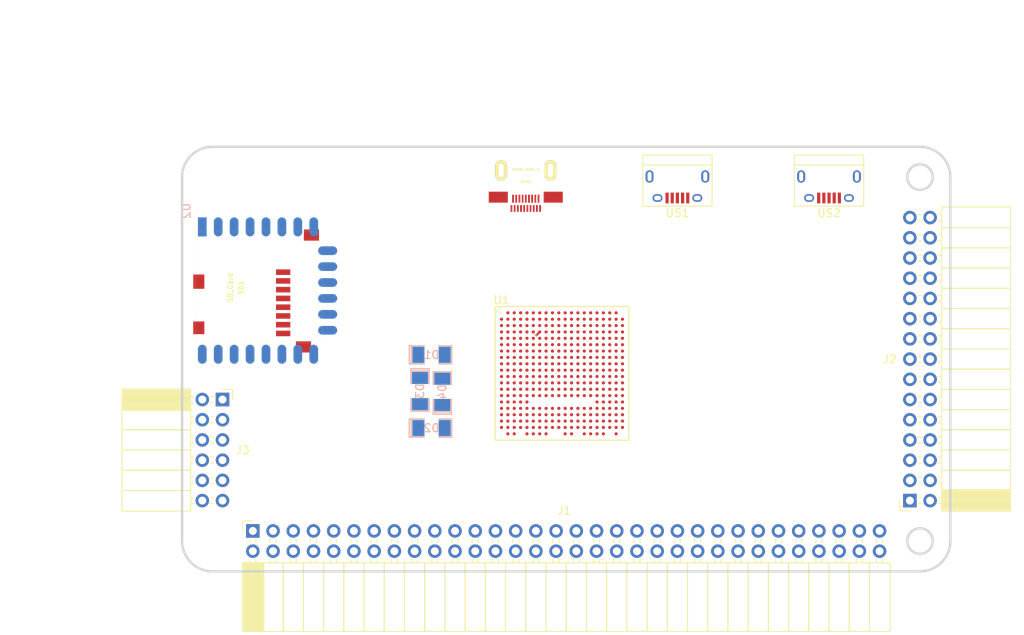
<source format=kicad_pcb>
(kicad_pcb (version 4) (host pcbnew 4.0.5+dfsg1-4)

  (general
    (links 200)
    (no_connects 200)
    (area 64.660001 38.4 193.621334 117.925001)
    (thickness 1.6)
    (drawings 20)
    (tracks 6)
    (zones 0)
    (modules 13)
    (nets 44)
  )

  (page A4)
  (layers
    (0 F.Cu signal)
    (1 In1.Cu signal)
    (2 In2.Cu signal)
    (31 B.Cu signal)
    (32 B.Adhes user)
    (33 F.Adhes user)
    (34 B.Paste user)
    (35 F.Paste user)
    (36 B.SilkS user)
    (37 F.SilkS user)
    (38 B.Mask user)
    (39 F.Mask user)
    (40 Dwgs.User user)
    (41 Cmts.User user)
    (42 Eco1.User user)
    (43 Eco2.User user)
    (44 Edge.Cuts user)
    (45 Margin user)
    (46 B.CrtYd user)
    (47 F.CrtYd user)
    (48 B.Fab user)
    (49 F.Fab user)
  )

  (setup
    (last_trace_width 0.25)
    (trace_clearance 0.2)
    (zone_clearance 0.508)
    (zone_45_only no)
    (trace_min 0.2)
    (segment_width 0.2)
    (edge_width 0.3)
    (via_size 0.6)
    (via_drill 0.4)
    (via_min_size 0.4)
    (via_min_drill 0.3)
    (uvia_size 0.3)
    (uvia_drill 0.1)
    (uvias_allowed yes)
    (uvia_min_size 0.2)
    (uvia_min_drill 0.1)
    (pcb_text_width 0.3)
    (pcb_text_size 1.5 1.5)
    (mod_edge_width 0.15)
    (mod_text_size 1 1)
    (mod_text_width 0.15)
    (pad_size 1.524 1.524)
    (pad_drill 0.762)
    (pad_to_mask_clearance 0.2)
    (aux_axis_origin 82.67 62.69)
    (grid_origin 86.48 79.2)
    (visible_elements 7FFFFFFF)
    (pcbplotparams
      (layerselection 0x00030_80000001)
      (usegerberextensions false)
      (excludeedgelayer true)
      (linewidth 0.100000)
      (plotframeref false)
      (viasonmask false)
      (mode 1)
      (useauxorigin false)
      (hpglpennumber 1)
      (hpglpenspeed 20)
      (hpglpendiameter 15)
      (hpglpenoverlay 2)
      (psnegative false)
      (psa4output false)
      (plotreference true)
      (plotvalue true)
      (plotinvisibletext false)
      (padsonsilk false)
      (subtractmaskfromsilk false)
      (outputformat 1)
      (mirror false)
      (drillshape 1)
      (scaleselection 1)
      (outputdirectory ""))
  )

  (net 0 "")
  (net 1 GND)
  (net 2 VCC)
  (net 3 /TDI)
  (net 4 /TCK)
  (net 5 /TMS)
  (net 6 /TDO)
  (net 7 +5V)
  (net 8 /USB5V)
  (net 9 "Net-(D4-Pad1)")
  (net 10 /gpio/IN5V)
  (net 11 /gpio/OUT5V)
  (net 12 /gpio/P5)
  (net 13 /gpio/P6)
  (net 14 /gpio/P7)
  (net 15 /gpio/P8)
  (net 16 /gpio/P11)
  (net 17 /gpio/P12)
  (net 18 /gpio/P13)
  (net 19 /gpio/P14)
  (net 20 /gpio/P17)
  (net 21 /gpio/P18)
  (net 22 /gpio/P19)
  (net 23 /gpio/P20)
  (net 24 /gpio/P21)
  (net 25 /gpio/P22)
  (net 26 /gpio/P23)
  (net 27 /gpio/P24)
  (net 28 /gpio/P25)
  (net 29 /gpio/P26)
  (net 30 /gpio/P27)
  (net 31 /gpio/P28)
  (net 32 /gpio/P29)
  (net 33 /gpio/P30)
  (net 34 /SD_3)
  (net 35 /MTMS)
  (net 36 /MTCK)
  (net 37 /MTDO)
  (net 38 /MTDI)
  (net 39 /gpio/P9)
  (net 40 /gpio/P10)
  (net 41 "Net-(GPDI1-PadSHD)")
  (net 42 "Net-(US1-Pad6)")
  (net 43 "Net-(US2-Pad6)")

  (net_class Default "This is the default net class."
    (clearance 0.2)
    (trace_width 0.25)
    (via_dia 0.6)
    (via_drill 0.4)
    (uvia_dia 0.3)
    (uvia_drill 0.1)
    (add_net +5V)
    (add_net /MTCK)
    (add_net /MTDI)
    (add_net /MTDO)
    (add_net /MTMS)
    (add_net /SD_3)
    (add_net /TCK)
    (add_net /TDI)
    (add_net /TDO)
    (add_net /TMS)
    (add_net /USB5V)
    (add_net /gpio/IN5V)
    (add_net /gpio/OUT5V)
    (add_net /gpio/P10)
    (add_net /gpio/P11)
    (add_net /gpio/P12)
    (add_net /gpio/P13)
    (add_net /gpio/P14)
    (add_net /gpio/P17)
    (add_net /gpio/P18)
    (add_net /gpio/P19)
    (add_net /gpio/P20)
    (add_net /gpio/P21)
    (add_net /gpio/P22)
    (add_net /gpio/P23)
    (add_net /gpio/P24)
    (add_net /gpio/P25)
    (add_net /gpio/P26)
    (add_net /gpio/P27)
    (add_net /gpio/P28)
    (add_net /gpio/P29)
    (add_net /gpio/P30)
    (add_net /gpio/P5)
    (add_net /gpio/P6)
    (add_net /gpio/P7)
    (add_net /gpio/P8)
    (add_net /gpio/P9)
    (add_net "Net-(D4-Pad1)")
    (add_net "Net-(GPDI1-PadSHD)")
    (add_net "Net-(US1-Pad6)")
    (add_net "Net-(US2-Pad6)")
    (add_net VCC)
  )

  (net_class BGA ""
    (clearance 0.1)
    (trace_width 0.2)
    (via_dia 0.6)
    (via_drill 0.4)
    (uvia_dia 0.3)
    (uvia_drill 0.1)
    (add_net GND)
  )

  (module Socket_Strips:Socket_Strip_Angled_2x15_Pitch2.54mm (layer F.Cu) (tedit 58CD5449) (tstamp 58D3A9BD)
    (at 179.19 100.79 180)
    (descr "Through hole angled socket strip, 2x15, 2.54mm pitch, 8.51mm socket length, double rows")
    (tags "Through hole angled socket strip THT 2x15 2.54mm double row")
    (path /56AC389C/58D3A6D6)
    (fp_text reference J2 (at 2.54 17.78 180) (layer F.SilkS)
      (effects (font (size 1 1) (thickness 0.15)))
    )
    (fp_text value CONN_02X15 (at -9.398 -4.318 180) (layer F.Fab)
      (effects (font (size 1 1) (thickness 0.15)))
    )
    (fp_line (start -4.06 -1.27) (end -4.06 1.27) (layer F.Fab) (width 0.1))
    (fp_line (start -4.06 1.27) (end -12.57 1.27) (layer F.Fab) (width 0.1))
    (fp_line (start -12.57 1.27) (end -12.57 -1.27) (layer F.Fab) (width 0.1))
    (fp_line (start -12.57 -1.27) (end -4.06 -1.27) (layer F.Fab) (width 0.1))
    (fp_line (start 0 -0.32) (end 0 0.32) (layer F.Fab) (width 0.1))
    (fp_line (start 0 0.32) (end -4.06 0.32) (layer F.Fab) (width 0.1))
    (fp_line (start -4.06 0.32) (end -4.06 -0.32) (layer F.Fab) (width 0.1))
    (fp_line (start -4.06 -0.32) (end 0 -0.32) (layer F.Fab) (width 0.1))
    (fp_line (start -4.06 1.27) (end -4.06 3.81) (layer F.Fab) (width 0.1))
    (fp_line (start -4.06 3.81) (end -12.57 3.81) (layer F.Fab) (width 0.1))
    (fp_line (start -12.57 3.81) (end -12.57 1.27) (layer F.Fab) (width 0.1))
    (fp_line (start -12.57 1.27) (end -4.06 1.27) (layer F.Fab) (width 0.1))
    (fp_line (start 0 2.22) (end 0 2.86) (layer F.Fab) (width 0.1))
    (fp_line (start 0 2.86) (end -4.06 2.86) (layer F.Fab) (width 0.1))
    (fp_line (start -4.06 2.86) (end -4.06 2.22) (layer F.Fab) (width 0.1))
    (fp_line (start -4.06 2.22) (end 0 2.22) (layer F.Fab) (width 0.1))
    (fp_line (start -4.06 3.81) (end -4.06 6.35) (layer F.Fab) (width 0.1))
    (fp_line (start -4.06 6.35) (end -12.57 6.35) (layer F.Fab) (width 0.1))
    (fp_line (start -12.57 6.35) (end -12.57 3.81) (layer F.Fab) (width 0.1))
    (fp_line (start -12.57 3.81) (end -4.06 3.81) (layer F.Fab) (width 0.1))
    (fp_line (start 0 4.76) (end 0 5.4) (layer F.Fab) (width 0.1))
    (fp_line (start 0 5.4) (end -4.06 5.4) (layer F.Fab) (width 0.1))
    (fp_line (start -4.06 5.4) (end -4.06 4.76) (layer F.Fab) (width 0.1))
    (fp_line (start -4.06 4.76) (end 0 4.76) (layer F.Fab) (width 0.1))
    (fp_line (start -4.06 6.35) (end -4.06 8.89) (layer F.Fab) (width 0.1))
    (fp_line (start -4.06 8.89) (end -12.57 8.89) (layer F.Fab) (width 0.1))
    (fp_line (start -12.57 8.89) (end -12.57 6.35) (layer F.Fab) (width 0.1))
    (fp_line (start -12.57 6.35) (end -4.06 6.35) (layer F.Fab) (width 0.1))
    (fp_line (start 0 7.3) (end 0 7.94) (layer F.Fab) (width 0.1))
    (fp_line (start 0 7.94) (end -4.06 7.94) (layer F.Fab) (width 0.1))
    (fp_line (start -4.06 7.94) (end -4.06 7.3) (layer F.Fab) (width 0.1))
    (fp_line (start -4.06 7.3) (end 0 7.3) (layer F.Fab) (width 0.1))
    (fp_line (start -4.06 8.89) (end -4.06 11.43) (layer F.Fab) (width 0.1))
    (fp_line (start -4.06 11.43) (end -12.57 11.43) (layer F.Fab) (width 0.1))
    (fp_line (start -12.57 11.43) (end -12.57 8.89) (layer F.Fab) (width 0.1))
    (fp_line (start -12.57 8.89) (end -4.06 8.89) (layer F.Fab) (width 0.1))
    (fp_line (start 0 9.84) (end 0 10.48) (layer F.Fab) (width 0.1))
    (fp_line (start 0 10.48) (end -4.06 10.48) (layer F.Fab) (width 0.1))
    (fp_line (start -4.06 10.48) (end -4.06 9.84) (layer F.Fab) (width 0.1))
    (fp_line (start -4.06 9.84) (end 0 9.84) (layer F.Fab) (width 0.1))
    (fp_line (start -4.06 11.43) (end -4.06 13.97) (layer F.Fab) (width 0.1))
    (fp_line (start -4.06 13.97) (end -12.57 13.97) (layer F.Fab) (width 0.1))
    (fp_line (start -12.57 13.97) (end -12.57 11.43) (layer F.Fab) (width 0.1))
    (fp_line (start -12.57 11.43) (end -4.06 11.43) (layer F.Fab) (width 0.1))
    (fp_line (start 0 12.38) (end 0 13.02) (layer F.Fab) (width 0.1))
    (fp_line (start 0 13.02) (end -4.06 13.02) (layer F.Fab) (width 0.1))
    (fp_line (start -4.06 13.02) (end -4.06 12.38) (layer F.Fab) (width 0.1))
    (fp_line (start -4.06 12.38) (end 0 12.38) (layer F.Fab) (width 0.1))
    (fp_line (start -4.06 13.97) (end -4.06 16.51) (layer F.Fab) (width 0.1))
    (fp_line (start -4.06 16.51) (end -12.57 16.51) (layer F.Fab) (width 0.1))
    (fp_line (start -12.57 16.51) (end -12.57 13.97) (layer F.Fab) (width 0.1))
    (fp_line (start -12.57 13.97) (end -4.06 13.97) (layer F.Fab) (width 0.1))
    (fp_line (start 0 14.92) (end 0 15.56) (layer F.Fab) (width 0.1))
    (fp_line (start 0 15.56) (end -4.06 15.56) (layer F.Fab) (width 0.1))
    (fp_line (start -4.06 15.56) (end -4.06 14.92) (layer F.Fab) (width 0.1))
    (fp_line (start -4.06 14.92) (end 0 14.92) (layer F.Fab) (width 0.1))
    (fp_line (start -4.06 16.51) (end -4.06 19.05) (layer F.Fab) (width 0.1))
    (fp_line (start -4.06 19.05) (end -12.57 19.05) (layer F.Fab) (width 0.1))
    (fp_line (start -12.57 19.05) (end -12.57 16.51) (layer F.Fab) (width 0.1))
    (fp_line (start -12.57 16.51) (end -4.06 16.51) (layer F.Fab) (width 0.1))
    (fp_line (start 0 17.46) (end 0 18.1) (layer F.Fab) (width 0.1))
    (fp_line (start 0 18.1) (end -4.06 18.1) (layer F.Fab) (width 0.1))
    (fp_line (start -4.06 18.1) (end -4.06 17.46) (layer F.Fab) (width 0.1))
    (fp_line (start -4.06 17.46) (end 0 17.46) (layer F.Fab) (width 0.1))
    (fp_line (start -4.06 19.05) (end -4.06 21.59) (layer F.Fab) (width 0.1))
    (fp_line (start -4.06 21.59) (end -12.57 21.59) (layer F.Fab) (width 0.1))
    (fp_line (start -12.57 21.59) (end -12.57 19.05) (layer F.Fab) (width 0.1))
    (fp_line (start -12.57 19.05) (end -4.06 19.05) (layer F.Fab) (width 0.1))
    (fp_line (start 0 20) (end 0 20.64) (layer F.Fab) (width 0.1))
    (fp_line (start 0 20.64) (end -4.06 20.64) (layer F.Fab) (width 0.1))
    (fp_line (start -4.06 20.64) (end -4.06 20) (layer F.Fab) (width 0.1))
    (fp_line (start -4.06 20) (end 0 20) (layer F.Fab) (width 0.1))
    (fp_line (start -4.06 21.59) (end -4.06 24.13) (layer F.Fab) (width 0.1))
    (fp_line (start -4.06 24.13) (end -12.57 24.13) (layer F.Fab) (width 0.1))
    (fp_line (start -12.57 24.13) (end -12.57 21.59) (layer F.Fab) (width 0.1))
    (fp_line (start -12.57 21.59) (end -4.06 21.59) (layer F.Fab) (width 0.1))
    (fp_line (start 0 22.54) (end 0 23.18) (layer F.Fab) (width 0.1))
    (fp_line (start 0 23.18) (end -4.06 23.18) (layer F.Fab) (width 0.1))
    (fp_line (start -4.06 23.18) (end -4.06 22.54) (layer F.Fab) (width 0.1))
    (fp_line (start -4.06 22.54) (end 0 22.54) (layer F.Fab) (width 0.1))
    (fp_line (start -4.06 24.13) (end -4.06 26.67) (layer F.Fab) (width 0.1))
    (fp_line (start -4.06 26.67) (end -12.57 26.67) (layer F.Fab) (width 0.1))
    (fp_line (start -12.57 26.67) (end -12.57 24.13) (layer F.Fab) (width 0.1))
    (fp_line (start -12.57 24.13) (end -4.06 24.13) (layer F.Fab) (width 0.1))
    (fp_line (start 0 25.08) (end 0 25.72) (layer F.Fab) (width 0.1))
    (fp_line (start 0 25.72) (end -4.06 25.72) (layer F.Fab) (width 0.1))
    (fp_line (start -4.06 25.72) (end -4.06 25.08) (layer F.Fab) (width 0.1))
    (fp_line (start -4.06 25.08) (end 0 25.08) (layer F.Fab) (width 0.1))
    (fp_line (start -4.06 26.67) (end -4.06 29.21) (layer F.Fab) (width 0.1))
    (fp_line (start -4.06 29.21) (end -12.57 29.21) (layer F.Fab) (width 0.1))
    (fp_line (start -12.57 29.21) (end -12.57 26.67) (layer F.Fab) (width 0.1))
    (fp_line (start -12.57 26.67) (end -4.06 26.67) (layer F.Fab) (width 0.1))
    (fp_line (start 0 27.62) (end 0 28.26) (layer F.Fab) (width 0.1))
    (fp_line (start 0 28.26) (end -4.06 28.26) (layer F.Fab) (width 0.1))
    (fp_line (start -4.06 28.26) (end -4.06 27.62) (layer F.Fab) (width 0.1))
    (fp_line (start -4.06 27.62) (end 0 27.62) (layer F.Fab) (width 0.1))
    (fp_line (start -4.06 29.21) (end -4.06 31.75) (layer F.Fab) (width 0.1))
    (fp_line (start -4.06 31.75) (end -12.57 31.75) (layer F.Fab) (width 0.1))
    (fp_line (start -12.57 31.75) (end -12.57 29.21) (layer F.Fab) (width 0.1))
    (fp_line (start -12.57 29.21) (end -4.06 29.21) (layer F.Fab) (width 0.1))
    (fp_line (start 0 30.16) (end 0 30.8) (layer F.Fab) (width 0.1))
    (fp_line (start 0 30.8) (end -4.06 30.8) (layer F.Fab) (width 0.1))
    (fp_line (start -4.06 30.8) (end -4.06 30.16) (layer F.Fab) (width 0.1))
    (fp_line (start -4.06 30.16) (end 0 30.16) (layer F.Fab) (width 0.1))
    (fp_line (start -4.06 31.75) (end -4.06 34.29) (layer F.Fab) (width 0.1))
    (fp_line (start -4.06 34.29) (end -12.57 34.29) (layer F.Fab) (width 0.1))
    (fp_line (start -12.57 34.29) (end -12.57 31.75) (layer F.Fab) (width 0.1))
    (fp_line (start -12.57 31.75) (end -4.06 31.75) (layer F.Fab) (width 0.1))
    (fp_line (start 0 32.7) (end 0 33.34) (layer F.Fab) (width 0.1))
    (fp_line (start 0 33.34) (end -4.06 33.34) (layer F.Fab) (width 0.1))
    (fp_line (start -4.06 33.34) (end -4.06 32.7) (layer F.Fab) (width 0.1))
    (fp_line (start -4.06 32.7) (end 0 32.7) (layer F.Fab) (width 0.1))
    (fp_line (start -4.06 34.29) (end -4.06 36.83) (layer F.Fab) (width 0.1))
    (fp_line (start -4.06 36.83) (end -12.57 36.83) (layer F.Fab) (width 0.1))
    (fp_line (start -12.57 36.83) (end -12.57 34.29) (layer F.Fab) (width 0.1))
    (fp_line (start -12.57 34.29) (end -4.06 34.29) (layer F.Fab) (width 0.1))
    (fp_line (start 0 35.24) (end 0 35.88) (layer F.Fab) (width 0.1))
    (fp_line (start 0 35.88) (end -4.06 35.88) (layer F.Fab) (width 0.1))
    (fp_line (start -4.06 35.88) (end -4.06 35.24) (layer F.Fab) (width 0.1))
    (fp_line (start -4.06 35.24) (end 0 35.24) (layer F.Fab) (width 0.1))
    (fp_line (start -4 -1.33) (end -4 1.27) (layer F.SilkS) (width 0.12))
    (fp_line (start -4 1.27) (end -12.63 1.27) (layer F.SilkS) (width 0.12))
    (fp_line (start -12.63 1.27) (end -12.63 -1.33) (layer F.SilkS) (width 0.12))
    (fp_line (start -12.63 -1.33) (end -4 -1.33) (layer F.SilkS) (width 0.12))
    (fp_line (start -3.57 -0.38) (end -4 -0.38) (layer F.SilkS) (width 0.12))
    (fp_line (start -3.57 0.38) (end -4 0.38) (layer F.SilkS) (width 0.12))
    (fp_line (start -1.03 -0.38) (end -1.51 -0.38) (layer F.SilkS) (width 0.12))
    (fp_line (start -1.03 0.38) (end -1.51 0.38) (layer F.SilkS) (width 0.12))
    (fp_line (start -4 -1.15) (end -12.63 -1.15) (layer F.SilkS) (width 0.12))
    (fp_line (start -4 -1.03) (end -12.63 -1.03) (layer F.SilkS) (width 0.12))
    (fp_line (start -4 -0.91) (end -12.63 -0.91) (layer F.SilkS) (width 0.12))
    (fp_line (start -4 -0.79) (end -12.63 -0.79) (layer F.SilkS) (width 0.12))
    (fp_line (start -4 -0.67) (end -12.63 -0.67) (layer F.SilkS) (width 0.12))
    (fp_line (start -4 -0.55) (end -12.63 -0.55) (layer F.SilkS) (width 0.12))
    (fp_line (start -4 -0.43) (end -12.63 -0.43) (layer F.SilkS) (width 0.12))
    (fp_line (start -4 -0.31) (end -12.63 -0.31) (layer F.SilkS) (width 0.12))
    (fp_line (start -4 -0.19) (end -12.63 -0.19) (layer F.SilkS) (width 0.12))
    (fp_line (start -4 -0.07) (end -12.63 -0.07) (layer F.SilkS) (width 0.12))
    (fp_line (start -4 0.05) (end -12.63 0.05) (layer F.SilkS) (width 0.12))
    (fp_line (start -4 0.17) (end -12.63 0.17) (layer F.SilkS) (width 0.12))
    (fp_line (start -4 0.29) (end -12.63 0.29) (layer F.SilkS) (width 0.12))
    (fp_line (start -4 0.41) (end -12.63 0.41) (layer F.SilkS) (width 0.12))
    (fp_line (start -4 0.53) (end -12.63 0.53) (layer F.SilkS) (width 0.12))
    (fp_line (start -4 0.65) (end -12.63 0.65) (layer F.SilkS) (width 0.12))
    (fp_line (start -4 0.77) (end -12.63 0.77) (layer F.SilkS) (width 0.12))
    (fp_line (start -4 0.89) (end -12.63 0.89) (layer F.SilkS) (width 0.12))
    (fp_line (start -4 1.01) (end -12.63 1.01) (layer F.SilkS) (width 0.12))
    (fp_line (start -4 1.13) (end -12.63 1.13) (layer F.SilkS) (width 0.12))
    (fp_line (start -4 1.25) (end -12.63 1.25) (layer F.SilkS) (width 0.12))
    (fp_line (start -4 1.37) (end -12.63 1.37) (layer F.SilkS) (width 0.12))
    (fp_line (start -4 1.27) (end -4 3.81) (layer F.SilkS) (width 0.12))
    (fp_line (start -4 3.81) (end -12.63 3.81) (layer F.SilkS) (width 0.12))
    (fp_line (start -12.63 3.81) (end -12.63 1.27) (layer F.SilkS) (width 0.12))
    (fp_line (start -12.63 1.27) (end -4 1.27) (layer F.SilkS) (width 0.12))
    (fp_line (start -3.57 2.16) (end -4 2.16) (layer F.SilkS) (width 0.12))
    (fp_line (start -3.57 2.92) (end -4 2.92) (layer F.SilkS) (width 0.12))
    (fp_line (start -1.03 2.16) (end -1.51 2.16) (layer F.SilkS) (width 0.12))
    (fp_line (start -1.03 2.92) (end -1.51 2.92) (layer F.SilkS) (width 0.12))
    (fp_line (start -4 3.81) (end -4 6.35) (layer F.SilkS) (width 0.12))
    (fp_line (start -4 6.35) (end -12.63 6.35) (layer F.SilkS) (width 0.12))
    (fp_line (start -12.63 6.35) (end -12.63 3.81) (layer F.SilkS) (width 0.12))
    (fp_line (start -12.63 3.81) (end -4 3.81) (layer F.SilkS) (width 0.12))
    (fp_line (start -3.57 4.7) (end -4 4.7) (layer F.SilkS) (width 0.12))
    (fp_line (start -3.57 5.46) (end -4 5.46) (layer F.SilkS) (width 0.12))
    (fp_line (start -1.03 4.7) (end -1.51 4.7) (layer F.SilkS) (width 0.12))
    (fp_line (start -1.03 5.46) (end -1.51 5.46) (layer F.SilkS) (width 0.12))
    (fp_line (start -4 6.35) (end -4 8.89) (layer F.SilkS) (width 0.12))
    (fp_line (start -4 8.89) (end -12.63 8.89) (layer F.SilkS) (width 0.12))
    (fp_line (start -12.63 8.89) (end -12.63 6.35) (layer F.SilkS) (width 0.12))
    (fp_line (start -12.63 6.35) (end -4 6.35) (layer F.SilkS) (width 0.12))
    (fp_line (start -3.57 7.24) (end -4 7.24) (layer F.SilkS) (width 0.12))
    (fp_line (start -3.57 8) (end -4 8) (layer F.SilkS) (width 0.12))
    (fp_line (start -1.03 7.24) (end -1.51 7.24) (layer F.SilkS) (width 0.12))
    (fp_line (start -1.03 8) (end -1.51 8) (layer F.SilkS) (width 0.12))
    (fp_line (start -4 8.89) (end -4 11.43) (layer F.SilkS) (width 0.12))
    (fp_line (start -4 11.43) (end -12.63 11.43) (layer F.SilkS) (width 0.12))
    (fp_line (start -12.63 11.43) (end -12.63 8.89) (layer F.SilkS) (width 0.12))
    (fp_line (start -12.63 8.89) (end -4 8.89) (layer F.SilkS) (width 0.12))
    (fp_line (start -3.57 9.78) (end -4 9.78) (layer F.SilkS) (width 0.12))
    (fp_line (start -3.57 10.54) (end -4 10.54) (layer F.SilkS) (width 0.12))
    (fp_line (start -1.03 9.78) (end -1.51 9.78) (layer F.SilkS) (width 0.12))
    (fp_line (start -1.03 10.54) (end -1.51 10.54) (layer F.SilkS) (width 0.12))
    (fp_line (start -4 11.43) (end -4 13.97) (layer F.SilkS) (width 0.12))
    (fp_line (start -4 13.97) (end -12.63 13.97) (layer F.SilkS) (width 0.12))
    (fp_line (start -12.63 13.97) (end -12.63 11.43) (layer F.SilkS) (width 0.12))
    (fp_line (start -12.63 11.43) (end -4 11.43) (layer F.SilkS) (width 0.12))
    (fp_line (start -3.57 12.32) (end -4 12.32) (layer F.SilkS) (width 0.12))
    (fp_line (start -3.57 13.08) (end -4 13.08) (layer F.SilkS) (width 0.12))
    (fp_line (start -1.03 12.32) (end -1.51 12.32) (layer F.SilkS) (width 0.12))
    (fp_line (start -1.03 13.08) (end -1.51 13.08) (layer F.SilkS) (width 0.12))
    (fp_line (start -4 13.97) (end -4 16.51) (layer F.SilkS) (width 0.12))
    (fp_line (start -4 16.51) (end -12.63 16.51) (layer F.SilkS) (width 0.12))
    (fp_line (start -12.63 16.51) (end -12.63 13.97) (layer F.SilkS) (width 0.12))
    (fp_line (start -12.63 13.97) (end -4 13.97) (layer F.SilkS) (width 0.12))
    (fp_line (start -3.57 14.86) (end -4 14.86) (layer F.SilkS) (width 0.12))
    (fp_line (start -3.57 15.62) (end -4 15.62) (layer F.SilkS) (width 0.12))
    (fp_line (start -1.03 14.86) (end -1.51 14.86) (layer F.SilkS) (width 0.12))
    (fp_line (start -1.03 15.62) (end -1.51 15.62) (layer F.SilkS) (width 0.12))
    (fp_line (start -4 16.51) (end -4 19.05) (layer F.SilkS) (width 0.12))
    (fp_line (start -4 19.05) (end -12.63 19.05) (layer F.SilkS) (width 0.12))
    (fp_line (start -12.63 19.05) (end -12.63 16.51) (layer F.SilkS) (width 0.12))
    (fp_line (start -12.63 16.51) (end -4 16.51) (layer F.SilkS) (width 0.12))
    (fp_line (start -3.57 17.4) (end -4 17.4) (layer F.SilkS) (width 0.12))
    (fp_line (start -3.57 18.16) (end -4 18.16) (layer F.SilkS) (width 0.12))
    (fp_line (start -1.03 17.4) (end -1.51 17.4) (layer F.SilkS) (width 0.12))
    (fp_line (start -1.03 18.16) (end -1.51 18.16) (layer F.SilkS) (width 0.12))
    (fp_line (start -4 19.05) (end -4 21.59) (layer F.SilkS) (width 0.12))
    (fp_line (start -4 21.59) (end -12.63 21.59) (layer F.SilkS) (width 0.12))
    (fp_line (start -12.63 21.59) (end -12.63 19.05) (layer F.SilkS) (width 0.12))
    (fp_line (start -12.63 19.05) (end -4 19.05) (layer F.SilkS) (width 0.12))
    (fp_line (start -3.57 19.94) (end -4 19.94) (layer F.SilkS) (width 0.12))
    (fp_line (start -3.57 20.7) (end -4 20.7) (layer F.SilkS) (width 0.12))
    (fp_line (start -1.03 19.94) (end -1.51 19.94) (layer F.SilkS) (width 0.12))
    (fp_line (start -1.03 20.7) (end -1.51 20.7) (layer F.SilkS) (width 0.12))
    (fp_line (start -4 21.59) (end -4 24.13) (layer F.SilkS) (width 0.12))
    (fp_line (start -4 24.13) (end -12.63 24.13) (layer F.SilkS) (width 0.12))
    (fp_line (start -12.63 24.13) (end -12.63 21.59) (layer F.SilkS) (width 0.12))
    (fp_line (start -12.63 21.59) (end -4 21.59) (layer F.SilkS) (width 0.12))
    (fp_line (start -3.57 22.48) (end -4 22.48) (layer F.SilkS) (width 0.12))
    (fp_line (start -3.57 23.24) (end -4 23.24) (layer F.SilkS) (width 0.12))
    (fp_line (start -1.03 22.48) (end -1.51 22.48) (layer F.SilkS) (width 0.12))
    (fp_line (start -1.03 23.24) (end -1.51 23.24) (layer F.SilkS) (width 0.12))
    (fp_line (start -4 24.13) (end -4 26.67) (layer F.SilkS) (width 0.12))
    (fp_line (start -4 26.67) (end -12.63 26.67) (layer F.SilkS) (width 0.12))
    (fp_line (start -12.63 26.67) (end -12.63 24.13) (layer F.SilkS) (width 0.12))
    (fp_line (start -12.63 24.13) (end -4 24.13) (layer F.SilkS) (width 0.12))
    (fp_line (start -3.57 25.02) (end -4 25.02) (layer F.SilkS) (width 0.12))
    (fp_line (start -3.57 25.78) (end -4 25.78) (layer F.SilkS) (width 0.12))
    (fp_line (start -1.03 25.02) (end -1.51 25.02) (layer F.SilkS) (width 0.12))
    (fp_line (start -1.03 25.78) (end -1.51 25.78) (layer F.SilkS) (width 0.12))
    (fp_line (start -4 26.67) (end -4 29.21) (layer F.SilkS) (width 0.12))
    (fp_line (start -4 29.21) (end -12.63 29.21) (layer F.SilkS) (width 0.12))
    (fp_line (start -12.63 29.21) (end -12.63 26.67) (layer F.SilkS) (width 0.12))
    (fp_line (start -12.63 26.67) (end -4 26.67) (layer F.SilkS) (width 0.12))
    (fp_line (start -3.57 27.56) (end -4 27.56) (layer F.SilkS) (width 0.12))
    (fp_line (start -3.57 28.32) (end -4 28.32) (layer F.SilkS) (width 0.12))
    (fp_line (start -1.03 27.56) (end -1.51 27.56) (layer F.SilkS) (width 0.12))
    (fp_line (start -1.03 28.32) (end -1.51 28.32) (layer F.SilkS) (width 0.12))
    (fp_line (start -4 29.21) (end -4 31.75) (layer F.SilkS) (width 0.12))
    (fp_line (start -4 31.75) (end -12.63 31.75) (layer F.SilkS) (width 0.12))
    (fp_line (start -12.63 31.75) (end -12.63 29.21) (layer F.SilkS) (width 0.12))
    (fp_line (start -12.63 29.21) (end -4 29.21) (layer F.SilkS) (width 0.12))
    (fp_line (start -3.57 30.1) (end -4 30.1) (layer F.SilkS) (width 0.12))
    (fp_line (start -3.57 30.86) (end -4 30.86) (layer F.SilkS) (width 0.12))
    (fp_line (start -1.03 30.1) (end -1.51 30.1) (layer F.SilkS) (width 0.12))
    (fp_line (start -1.03 30.86) (end -1.51 30.86) (layer F.SilkS) (width 0.12))
    (fp_line (start -4 31.75) (end -4 34.29) (layer F.SilkS) (width 0.12))
    (fp_line (start -4 34.29) (end -12.63 34.29) (layer F.SilkS) (width 0.12))
    (fp_line (start -12.63 34.29) (end -12.63 31.75) (layer F.SilkS) (width 0.12))
    (fp_line (start -12.63 31.75) (end -4 31.75) (layer F.SilkS) (width 0.12))
    (fp_line (start -3.57 32.64) (end -4 32.64) (layer F.SilkS) (width 0.12))
    (fp_line (start -3.57 33.4) (end -4 33.4) (layer F.SilkS) (width 0.12))
    (fp_line (start -1.03 32.64) (end -1.51 32.64) (layer F.SilkS) (width 0.12))
    (fp_line (start -1.03 33.4) (end -1.51 33.4) (layer F.SilkS) (width 0.12))
    (fp_line (start -4 34.29) (end -4 36.89) (layer F.SilkS) (width 0.12))
    (fp_line (start -4 36.89) (end -12.63 36.89) (layer F.SilkS) (width 0.12))
    (fp_line (start -12.63 36.89) (end -12.63 34.29) (layer F.SilkS) (width 0.12))
    (fp_line (start -12.63 34.29) (end -4 34.29) (layer F.SilkS) (width 0.12))
    (fp_line (start -3.57 35.18) (end -4 35.18) (layer F.SilkS) (width 0.12))
    (fp_line (start -3.57 35.94) (end -4 35.94) (layer F.SilkS) (width 0.12))
    (fp_line (start -1.03 35.18) (end -1.51 35.18) (layer F.SilkS) (width 0.12))
    (fp_line (start -1.03 35.94) (end -1.51 35.94) (layer F.SilkS) (width 0.12))
    (fp_line (start 0 -1.27) (end 1.27 -1.27) (layer F.SilkS) (width 0.12))
    (fp_line (start 1.27 -1.27) (end 1.27 0) (layer F.SilkS) (width 0.12))
    (fp_line (start 1.8 -1.8) (end 1.8 37.35) (layer F.CrtYd) (width 0.05))
    (fp_line (start 1.8 37.35) (end -13.1 37.35) (layer F.CrtYd) (width 0.05))
    (fp_line (start -13.1 37.35) (end -13.1 -1.8) (layer F.CrtYd) (width 0.05))
    (fp_line (start -13.1 -1.8) (end 1.8 -1.8) (layer F.CrtYd) (width 0.05))
    (fp_text user %R (at 2.54 17.78 180) (layer F.Fab)
      (effects (font (size 1 1) (thickness 0.15)))
    )
    (pad 1 thru_hole rect (at 0 0 180) (size 1.7 1.7) (drill 1) (layers *.Cu *.Mask)
      (net 2 VCC))
    (pad 2 thru_hole oval (at -2.54 0 180) (size 1.7 1.7) (drill 1) (layers *.Cu *.Mask)
      (net 2 VCC))
    (pad 3 thru_hole oval (at 0 2.54 180) (size 1.7 1.7) (drill 1) (layers *.Cu *.Mask)
      (net 1 GND))
    (pad 4 thru_hole oval (at -2.54 2.54 180) (size 1.7 1.7) (drill 1) (layers *.Cu *.Mask)
      (net 1 GND))
    (pad 5 thru_hole oval (at 0 5.08 180) (size 1.7 1.7) (drill 1) (layers *.Cu *.Mask))
    (pad 6 thru_hole oval (at -2.54 5.08 180) (size 1.7 1.7) (drill 1) (layers *.Cu *.Mask))
    (pad 7 thru_hole oval (at 0 7.62 180) (size 1.7 1.7) (drill 1) (layers *.Cu *.Mask))
    (pad 8 thru_hole oval (at -2.54 7.62 180) (size 1.7 1.7) (drill 1) (layers *.Cu *.Mask))
    (pad 9 thru_hole oval (at 0 10.16 180) (size 1.7 1.7) (drill 1) (layers *.Cu *.Mask))
    (pad 10 thru_hole oval (at -2.54 10.16 180) (size 1.7 1.7) (drill 1) (layers *.Cu *.Mask))
    (pad 11 thru_hole oval (at 0 12.7 180) (size 1.7 1.7) (drill 1) (layers *.Cu *.Mask))
    (pad 12 thru_hole oval (at -2.54 12.7 180) (size 1.7 1.7) (drill 1) (layers *.Cu *.Mask))
    (pad 13 thru_hole oval (at 0 15.24 180) (size 1.7 1.7) (drill 1) (layers *.Cu *.Mask))
    (pad 14 thru_hole oval (at -2.54 15.24 180) (size 1.7 1.7) (drill 1) (layers *.Cu *.Mask))
    (pad 15 thru_hole oval (at 0 17.78 180) (size 1.7 1.7) (drill 1) (layers *.Cu *.Mask))
    (pad 16 thru_hole oval (at -2.54 17.78 180) (size 1.7 1.7) (drill 1) (layers *.Cu *.Mask))
    (pad 17 thru_hole oval (at 0 20.32 180) (size 1.7 1.7) (drill 1) (layers *.Cu *.Mask))
    (pad 18 thru_hole oval (at -2.54 20.32 180) (size 1.7 1.7) (drill 1) (layers *.Cu *.Mask))
    (pad 19 thru_hole oval (at 0 22.86 180) (size 1.7 1.7) (drill 1) (layers *.Cu *.Mask)
      (net 2 VCC))
    (pad 20 thru_hole oval (at -2.54 22.86 180) (size 1.7 1.7) (drill 1) (layers *.Cu *.Mask)
      (net 2 VCC))
    (pad 21 thru_hole oval (at 0 25.4 180) (size 1.7 1.7) (drill 1) (layers *.Cu *.Mask)
      (net 1 GND))
    (pad 22 thru_hole oval (at -2.54 25.4 180) (size 1.7 1.7) (drill 1) (layers *.Cu *.Mask)
      (net 1 GND))
    (pad 23 thru_hole oval (at 0 27.94 180) (size 1.7 1.7) (drill 1) (layers *.Cu *.Mask))
    (pad 24 thru_hole oval (at -2.54 27.94 180) (size 1.7 1.7) (drill 1) (layers *.Cu *.Mask))
    (pad 25 thru_hole oval (at 0 30.48 180) (size 1.7 1.7) (drill 1) (layers *.Cu *.Mask))
    (pad 26 thru_hole oval (at -2.54 30.48 180) (size 1.7 1.7) (drill 1) (layers *.Cu *.Mask))
    (pad 27 thru_hole oval (at 0 33.02 180) (size 1.7 1.7) (drill 1) (layers *.Cu *.Mask))
    (pad 28 thru_hole oval (at -2.54 33.02 180) (size 1.7 1.7) (drill 1) (layers *.Cu *.Mask))
    (pad 29 thru_hole oval (at 0 35.56 180) (size 1.7 1.7) (drill 1) (layers *.Cu *.Mask))
    (pad 30 thru_hole oval (at -2.54 35.56 180) (size 1.7 1.7) (drill 1) (layers *.Cu *.Mask))
    (model ${KISYS3DMOD}/Socket_Strips.3dshapes/Socket_Strip_Angled_2x15_Pitch2.54mm.wrl
      (at (xyz -0.05 -0.7 0))
      (scale (xyz 1 1 1))
      (rotate (xyz 0 0 270))
    )
  )

  (module Socket_Strips:Socket_Strip_Angled_2x06_Pitch2.54mm (layer F.Cu) (tedit 58CD5449) (tstamp 58D3EF7F)
    (at 92.83 88.09)
    (descr "Through hole angled socket strip, 2x06, 2.54mm pitch, 8.51mm socket length, double rows")
    (tags "Through hole angled socket strip THT 2x06 2.54mm double row")
    (path /58D3C869)
    (fp_text reference J3 (at 2.54 6.35) (layer F.SilkS)
      (effects (font (size 1 1) (thickness 0.15)))
    )
    (fp_text value CONN_02X06 (at -5.65 14.97) (layer F.Fab)
      (effects (font (size 1 1) (thickness 0.15)))
    )
    (fp_line (start -4.06 -1.27) (end -4.06 1.27) (layer F.Fab) (width 0.1))
    (fp_line (start -4.06 1.27) (end -12.57 1.27) (layer F.Fab) (width 0.1))
    (fp_line (start -12.57 1.27) (end -12.57 -1.27) (layer F.Fab) (width 0.1))
    (fp_line (start -12.57 -1.27) (end -4.06 -1.27) (layer F.Fab) (width 0.1))
    (fp_line (start 0 -0.32) (end 0 0.32) (layer F.Fab) (width 0.1))
    (fp_line (start 0 0.32) (end -4.06 0.32) (layer F.Fab) (width 0.1))
    (fp_line (start -4.06 0.32) (end -4.06 -0.32) (layer F.Fab) (width 0.1))
    (fp_line (start -4.06 -0.32) (end 0 -0.32) (layer F.Fab) (width 0.1))
    (fp_line (start -4.06 1.27) (end -4.06 3.81) (layer F.Fab) (width 0.1))
    (fp_line (start -4.06 3.81) (end -12.57 3.81) (layer F.Fab) (width 0.1))
    (fp_line (start -12.57 3.81) (end -12.57 1.27) (layer F.Fab) (width 0.1))
    (fp_line (start -12.57 1.27) (end -4.06 1.27) (layer F.Fab) (width 0.1))
    (fp_line (start 0 2.22) (end 0 2.86) (layer F.Fab) (width 0.1))
    (fp_line (start 0 2.86) (end -4.06 2.86) (layer F.Fab) (width 0.1))
    (fp_line (start -4.06 2.86) (end -4.06 2.22) (layer F.Fab) (width 0.1))
    (fp_line (start -4.06 2.22) (end 0 2.22) (layer F.Fab) (width 0.1))
    (fp_line (start -4.06 3.81) (end -4.06 6.35) (layer F.Fab) (width 0.1))
    (fp_line (start -4.06 6.35) (end -12.57 6.35) (layer F.Fab) (width 0.1))
    (fp_line (start -12.57 6.35) (end -12.57 3.81) (layer F.Fab) (width 0.1))
    (fp_line (start -12.57 3.81) (end -4.06 3.81) (layer F.Fab) (width 0.1))
    (fp_line (start 0 4.76) (end 0 5.4) (layer F.Fab) (width 0.1))
    (fp_line (start 0 5.4) (end -4.06 5.4) (layer F.Fab) (width 0.1))
    (fp_line (start -4.06 5.4) (end -4.06 4.76) (layer F.Fab) (width 0.1))
    (fp_line (start -4.06 4.76) (end 0 4.76) (layer F.Fab) (width 0.1))
    (fp_line (start -4.06 6.35) (end -4.06 8.89) (layer F.Fab) (width 0.1))
    (fp_line (start -4.06 8.89) (end -12.57 8.89) (layer F.Fab) (width 0.1))
    (fp_line (start -12.57 8.89) (end -12.57 6.35) (layer F.Fab) (width 0.1))
    (fp_line (start -12.57 6.35) (end -4.06 6.35) (layer F.Fab) (width 0.1))
    (fp_line (start 0 7.3) (end 0 7.94) (layer F.Fab) (width 0.1))
    (fp_line (start 0 7.94) (end -4.06 7.94) (layer F.Fab) (width 0.1))
    (fp_line (start -4.06 7.94) (end -4.06 7.3) (layer F.Fab) (width 0.1))
    (fp_line (start -4.06 7.3) (end 0 7.3) (layer F.Fab) (width 0.1))
    (fp_line (start -4.06 8.89) (end -4.06 11.43) (layer F.Fab) (width 0.1))
    (fp_line (start -4.06 11.43) (end -12.57 11.43) (layer F.Fab) (width 0.1))
    (fp_line (start -12.57 11.43) (end -12.57 8.89) (layer F.Fab) (width 0.1))
    (fp_line (start -12.57 8.89) (end -4.06 8.89) (layer F.Fab) (width 0.1))
    (fp_line (start 0 9.84) (end 0 10.48) (layer F.Fab) (width 0.1))
    (fp_line (start 0 10.48) (end -4.06 10.48) (layer F.Fab) (width 0.1))
    (fp_line (start -4.06 10.48) (end -4.06 9.84) (layer F.Fab) (width 0.1))
    (fp_line (start -4.06 9.84) (end 0 9.84) (layer F.Fab) (width 0.1))
    (fp_line (start -4.06 11.43) (end -4.06 13.97) (layer F.Fab) (width 0.1))
    (fp_line (start -4.06 13.97) (end -12.57 13.97) (layer F.Fab) (width 0.1))
    (fp_line (start -12.57 13.97) (end -12.57 11.43) (layer F.Fab) (width 0.1))
    (fp_line (start -12.57 11.43) (end -4.06 11.43) (layer F.Fab) (width 0.1))
    (fp_line (start 0 12.38) (end 0 13.02) (layer F.Fab) (width 0.1))
    (fp_line (start 0 13.02) (end -4.06 13.02) (layer F.Fab) (width 0.1))
    (fp_line (start -4.06 13.02) (end -4.06 12.38) (layer F.Fab) (width 0.1))
    (fp_line (start -4.06 12.38) (end 0 12.38) (layer F.Fab) (width 0.1))
    (fp_line (start -4 -1.33) (end -4 1.27) (layer F.SilkS) (width 0.12))
    (fp_line (start -4 1.27) (end -12.63 1.27) (layer F.SilkS) (width 0.12))
    (fp_line (start -12.63 1.27) (end -12.63 -1.33) (layer F.SilkS) (width 0.12))
    (fp_line (start -12.63 -1.33) (end -4 -1.33) (layer F.SilkS) (width 0.12))
    (fp_line (start -3.57 -0.38) (end -4 -0.38) (layer F.SilkS) (width 0.12))
    (fp_line (start -3.57 0.38) (end -4 0.38) (layer F.SilkS) (width 0.12))
    (fp_line (start -1.03 -0.38) (end -1.51 -0.38) (layer F.SilkS) (width 0.12))
    (fp_line (start -1.03 0.38) (end -1.51 0.38) (layer F.SilkS) (width 0.12))
    (fp_line (start -4 -1.15) (end -12.63 -1.15) (layer F.SilkS) (width 0.12))
    (fp_line (start -4 -1.03) (end -12.63 -1.03) (layer F.SilkS) (width 0.12))
    (fp_line (start -4 -0.91) (end -12.63 -0.91) (layer F.SilkS) (width 0.12))
    (fp_line (start -4 -0.79) (end -12.63 -0.79) (layer F.SilkS) (width 0.12))
    (fp_line (start -4 -0.67) (end -12.63 -0.67) (layer F.SilkS) (width 0.12))
    (fp_line (start -4 -0.55) (end -12.63 -0.55) (layer F.SilkS) (width 0.12))
    (fp_line (start -4 -0.43) (end -12.63 -0.43) (layer F.SilkS) (width 0.12))
    (fp_line (start -4 -0.31) (end -12.63 -0.31) (layer F.SilkS) (width 0.12))
    (fp_line (start -4 -0.19) (end -12.63 -0.19) (layer F.SilkS) (width 0.12))
    (fp_line (start -4 -0.07) (end -12.63 -0.07) (layer F.SilkS) (width 0.12))
    (fp_line (start -4 0.05) (end -12.63 0.05) (layer F.SilkS) (width 0.12))
    (fp_line (start -4 0.17) (end -12.63 0.17) (layer F.SilkS) (width 0.12))
    (fp_line (start -4 0.29) (end -12.63 0.29) (layer F.SilkS) (width 0.12))
    (fp_line (start -4 0.41) (end -12.63 0.41) (layer F.SilkS) (width 0.12))
    (fp_line (start -4 0.53) (end -12.63 0.53) (layer F.SilkS) (width 0.12))
    (fp_line (start -4 0.65) (end -12.63 0.65) (layer F.SilkS) (width 0.12))
    (fp_line (start -4 0.77) (end -12.63 0.77) (layer F.SilkS) (width 0.12))
    (fp_line (start -4 0.89) (end -12.63 0.89) (layer F.SilkS) (width 0.12))
    (fp_line (start -4 1.01) (end -12.63 1.01) (layer F.SilkS) (width 0.12))
    (fp_line (start -4 1.13) (end -12.63 1.13) (layer F.SilkS) (width 0.12))
    (fp_line (start -4 1.25) (end -12.63 1.25) (layer F.SilkS) (width 0.12))
    (fp_line (start -4 1.37) (end -12.63 1.37) (layer F.SilkS) (width 0.12))
    (fp_line (start -4 1.27) (end -4 3.81) (layer F.SilkS) (width 0.12))
    (fp_line (start -4 3.81) (end -12.63 3.81) (layer F.SilkS) (width 0.12))
    (fp_line (start -12.63 3.81) (end -12.63 1.27) (layer F.SilkS) (width 0.12))
    (fp_line (start -12.63 1.27) (end -4 1.27) (layer F.SilkS) (width 0.12))
    (fp_line (start -3.57 2.16) (end -4 2.16) (layer F.SilkS) (width 0.12))
    (fp_line (start -3.57 2.92) (end -4 2.92) (layer F.SilkS) (width 0.12))
    (fp_line (start -1.03 2.16) (end -1.51 2.16) (layer F.SilkS) (width 0.12))
    (fp_line (start -1.03 2.92) (end -1.51 2.92) (layer F.SilkS) (width 0.12))
    (fp_line (start -4 3.81) (end -4 6.35) (layer F.SilkS) (width 0.12))
    (fp_line (start -4 6.35) (end -12.63 6.35) (layer F.SilkS) (width 0.12))
    (fp_line (start -12.63 6.35) (end -12.63 3.81) (layer F.SilkS) (width 0.12))
    (fp_line (start -12.63 3.81) (end -4 3.81) (layer F.SilkS) (width 0.12))
    (fp_line (start -3.57 4.7) (end -4 4.7) (layer F.SilkS) (width 0.12))
    (fp_line (start -3.57 5.46) (end -4 5.46) (layer F.SilkS) (width 0.12))
    (fp_line (start -1.03 4.7) (end -1.51 4.7) (layer F.SilkS) (width 0.12))
    (fp_line (start -1.03 5.46) (end -1.51 5.46) (layer F.SilkS) (width 0.12))
    (fp_line (start -4 6.35) (end -4 8.89) (layer F.SilkS) (width 0.12))
    (fp_line (start -4 8.89) (end -12.63 8.89) (layer F.SilkS) (width 0.12))
    (fp_line (start -12.63 8.89) (end -12.63 6.35) (layer F.SilkS) (width 0.12))
    (fp_line (start -12.63 6.35) (end -4 6.35) (layer F.SilkS) (width 0.12))
    (fp_line (start -3.57 7.24) (end -4 7.24) (layer F.SilkS) (width 0.12))
    (fp_line (start -3.57 8) (end -4 8) (layer F.SilkS) (width 0.12))
    (fp_line (start -1.03 7.24) (end -1.51 7.24) (layer F.SilkS) (width 0.12))
    (fp_line (start -1.03 8) (end -1.51 8) (layer F.SilkS) (width 0.12))
    (fp_line (start -4 8.89) (end -4 11.43) (layer F.SilkS) (width 0.12))
    (fp_line (start -4 11.43) (end -12.63 11.43) (layer F.SilkS) (width 0.12))
    (fp_line (start -12.63 11.43) (end -12.63 8.89) (layer F.SilkS) (width 0.12))
    (fp_line (start -12.63 8.89) (end -4 8.89) (layer F.SilkS) (width 0.12))
    (fp_line (start -3.57 9.78) (end -4 9.78) (layer F.SilkS) (width 0.12))
    (fp_line (start -3.57 10.54) (end -4 10.54) (layer F.SilkS) (width 0.12))
    (fp_line (start -1.03 9.78) (end -1.51 9.78) (layer F.SilkS) (width 0.12))
    (fp_line (start -1.03 10.54) (end -1.51 10.54) (layer F.SilkS) (width 0.12))
    (fp_line (start -4 11.43) (end -4 14.03) (layer F.SilkS) (width 0.12))
    (fp_line (start -4 14.03) (end -12.63 14.03) (layer F.SilkS) (width 0.12))
    (fp_line (start -12.63 14.03) (end -12.63 11.43) (layer F.SilkS) (width 0.12))
    (fp_line (start -12.63 11.43) (end -4 11.43) (layer F.SilkS) (width 0.12))
    (fp_line (start -3.57 12.32) (end -4 12.32) (layer F.SilkS) (width 0.12))
    (fp_line (start -3.57 13.08) (end -4 13.08) (layer F.SilkS) (width 0.12))
    (fp_line (start -1.03 12.32) (end -1.51 12.32) (layer F.SilkS) (width 0.12))
    (fp_line (start -1.03 13.08) (end -1.51 13.08) (layer F.SilkS) (width 0.12))
    (fp_line (start 0 -1.27) (end 1.27 -1.27) (layer F.SilkS) (width 0.12))
    (fp_line (start 1.27 -1.27) (end 1.27 0) (layer F.SilkS) (width 0.12))
    (fp_line (start 1.8 -1.8) (end 1.8 14.5) (layer F.CrtYd) (width 0.05))
    (fp_line (start 1.8 14.5) (end -13.1 14.5) (layer F.CrtYd) (width 0.05))
    (fp_line (start -13.1 14.5) (end -13.1 -1.8) (layer F.CrtYd) (width 0.05))
    (fp_line (start -13.1 -1.8) (end 1.8 -1.8) (layer F.CrtYd) (width 0.05))
    (fp_text user %R (at -5.65 -2.27) (layer F.Fab)
      (effects (font (size 1 1) (thickness 0.15)))
    )
    (pad 1 thru_hole rect (at 0 0) (size 1.7 1.7) (drill 1) (layers *.Cu *.Mask))
    (pad 2 thru_hole oval (at -2.54 0) (size 1.7 1.7) (drill 1) (layers *.Cu *.Mask))
    (pad 3 thru_hole oval (at 0 2.54) (size 1.7 1.7) (drill 1) (layers *.Cu *.Mask))
    (pad 4 thru_hole oval (at -2.54 2.54) (size 1.7 1.7) (drill 1) (layers *.Cu *.Mask))
    (pad 5 thru_hole oval (at 0 5.08) (size 1.7 1.7) (drill 1) (layers *.Cu *.Mask))
    (pad 6 thru_hole oval (at -2.54 5.08) (size 1.7 1.7) (drill 1) (layers *.Cu *.Mask))
    (pad 7 thru_hole oval (at 0 7.62) (size 1.7 1.7) (drill 1) (layers *.Cu *.Mask))
    (pad 8 thru_hole oval (at -2.54 7.62) (size 1.7 1.7) (drill 1) (layers *.Cu *.Mask))
    (pad 9 thru_hole oval (at 0 10.16) (size 1.7 1.7) (drill 1) (layers *.Cu *.Mask))
    (pad 10 thru_hole oval (at -2.54 10.16) (size 1.7 1.7) (drill 1) (layers *.Cu *.Mask))
    (pad 11 thru_hole oval (at 0 12.7) (size 1.7 1.7) (drill 1) (layers *.Cu *.Mask))
    (pad 12 thru_hole oval (at -2.54 12.7) (size 1.7 1.7) (drill 1) (layers *.Cu *.Mask))
    (model ${KISYS3DMOD}/Socket_Strips.3dshapes/Socket_Strip_Angled_2x06_Pitch2.54mm.wrl
      (at (xyz -0.05 -0.25 0))
      (scale (xyz 1 1 1))
      (rotate (xyz 0 0 270))
    )
  )

  (module SMD_Packages:SMD-1206_Pol (layer B.Cu) (tedit 0) (tstamp 56AA106E)
    (at 119.093 91.676)
    (path /56AC389C/56AC4846)
    (attr smd)
    (fp_text reference D2 (at 0 0) (layer B.SilkS)
      (effects (font (size 1 1) (thickness 0.15)) (justify mirror))
    )
    (fp_text value 2A (at 0 0) (layer B.Fab)
      (effects (font (size 1 1) (thickness 0.15)) (justify mirror))
    )
    (fp_line (start -2.54 1.143) (end -2.794 1.143) (layer B.SilkS) (width 0.15))
    (fp_line (start -2.794 1.143) (end -2.794 -1.143) (layer B.SilkS) (width 0.15))
    (fp_line (start -2.794 -1.143) (end -2.54 -1.143) (layer B.SilkS) (width 0.15))
    (fp_line (start -2.54 1.143) (end -2.54 -1.143) (layer B.SilkS) (width 0.15))
    (fp_line (start -2.54 -1.143) (end -0.889 -1.143) (layer B.SilkS) (width 0.15))
    (fp_line (start 0.889 1.143) (end 2.54 1.143) (layer B.SilkS) (width 0.15))
    (fp_line (start 2.54 1.143) (end 2.54 -1.143) (layer B.SilkS) (width 0.15))
    (fp_line (start 2.54 -1.143) (end 0.889 -1.143) (layer B.SilkS) (width 0.15))
    (fp_line (start -0.889 1.143) (end -2.54 1.143) (layer B.SilkS) (width 0.15))
    (pad 1 smd rect (at -1.651 0) (size 1.524 2.032) (layers B.Cu B.Paste B.Mask)
      (net 11 /gpio/OUT5V))
    (pad 2 smd rect (at 1.651 0) (size 1.524 2.032) (layers B.Cu B.Paste B.Mask))
    (model SMD_Packages.3dshapes/SMD-1206_Pol.wrl
      (at (xyz 0 0 0))
      (scale (xyz 0.17 0.16 0.16))
      (rotate (xyz 0 0 0))
    )
  )

  (module SMD_Packages:SMD-1206_Pol (layer B.Cu) (tedit 0) (tstamp 56AA1068)
    (at 119.093 82.476)
    (path /56AC389C/56AC483B)
    (attr smd)
    (fp_text reference D1 (at 0 0) (layer B.SilkS)
      (effects (font (size 1 1) (thickness 0.15)) (justify mirror))
    )
    (fp_text value 2A (at 0 0) (layer B.Fab)
      (effects (font (size 1 1) (thickness 0.15)) (justify mirror))
    )
    (fp_line (start -2.54 1.143) (end -2.794 1.143) (layer B.SilkS) (width 0.15))
    (fp_line (start -2.794 1.143) (end -2.794 -1.143) (layer B.SilkS) (width 0.15))
    (fp_line (start -2.794 -1.143) (end -2.54 -1.143) (layer B.SilkS) (width 0.15))
    (fp_line (start -2.54 1.143) (end -2.54 -1.143) (layer B.SilkS) (width 0.15))
    (fp_line (start -2.54 -1.143) (end -0.889 -1.143) (layer B.SilkS) (width 0.15))
    (fp_line (start 0.889 1.143) (end 2.54 1.143) (layer B.SilkS) (width 0.15))
    (fp_line (start 2.54 1.143) (end 2.54 -1.143) (layer B.SilkS) (width 0.15))
    (fp_line (start 2.54 -1.143) (end 0.889 -1.143) (layer B.SilkS) (width 0.15))
    (fp_line (start -0.889 1.143) (end -2.54 1.143) (layer B.SilkS) (width 0.15))
    (pad 1 smd rect (at -1.651 0) (size 1.524 2.032) (layers B.Cu B.Paste B.Mask)
      (net 7 +5V))
    (pad 2 smd rect (at 1.651 0) (size 1.524 2.032) (layers B.Cu B.Paste B.Mask)
      (net 10 /gpio/IN5V))
    (model SMD_Packages.3dshapes/SMD-1206_Pol.wrl
      (at (xyz 0 0 0))
      (scale (xyz 0.17 0.16 0.16))
      (rotate (xyz 0 0 0))
    )
  )

  (module lfe5bg381:BGA-381_pitch0.8mm_dia0.4mm (layer F.Cu) (tedit 56A8C998) (tstamp 56AA0CD9)
    (at 135.48 84.8)
    (path /56AA9804)
    (attr smd)
    (fp_text reference U1 (at -7.6 -9.2) (layer F.SilkS)
      (effects (font (size 1 1) (thickness 0.15)))
    )
    (fp_text value LFE5-BG381 (at 2 -9.2) (layer F.Fab)
      (effects (font (size 1 1) (thickness 0.15)))
    )
    (fp_line (start -8.4 8.4) (end 8.4 8.4) (layer F.SilkS) (width 0.15))
    (fp_line (start 8.4 8.4) (end 8.4 -8.4) (layer F.SilkS) (width 0.15))
    (fp_line (start 8.4 -8.4) (end -8.4 -8.4) (layer F.SilkS) (width 0.15))
    (fp_line (start -8.4 -8.4) (end -8.4 8.4) (layer F.SilkS) (width 0.15))
    (fp_line (start -7.6 -8.4) (end -8.4 -7.6) (layer F.SilkS) (width 0.15))
    (pad A2 smd circle (at -6.8 -7.6) (size 0.4 0.4) (layers F.Cu F.Paste F.Mask))
    (pad A3 smd circle (at -6 -7.6) (size 0.4 0.4) (layers F.Cu F.Paste F.Mask))
    (pad A4 smd circle (at -5.2 -7.6) (size 0.4 0.4) (layers F.Cu F.Paste F.Mask))
    (pad A5 smd circle (at -4.4 -7.6) (size 0.4 0.4) (layers F.Cu F.Paste F.Mask))
    (pad A6 smd circle (at -3.6 -7.6) (size 0.4 0.4) (layers F.Cu F.Paste F.Mask)
      (net 33 /gpio/P30))
    (pad A7 smd circle (at -2.8 -7.6) (size 0.4 0.4) (layers F.Cu F.Paste F.Mask)
      (net 21 /gpio/P18))
    (pad A8 smd circle (at -2 -7.6) (size 0.4 0.4) (layers F.Cu F.Paste F.Mask)
      (net 20 /gpio/P17))
    (pad A9 smd circle (at -1.2 -7.6) (size 0.4 0.4) (layers F.Cu F.Paste F.Mask)
      (net 40 /gpio/P10))
    (pad A10 smd circle (at -0.4 -7.6) (size 0.4 0.4) (layers F.Cu F.Paste F.Mask)
      (net 14 /gpio/P7))
    (pad A11 smd circle (at 0.4 -7.6) (size 0.4 0.4) (layers F.Cu F.Paste F.Mask)
      (net 15 /gpio/P8))
    (pad A12 smd circle (at 1.2 -7.6) (size 0.4 0.4) (layers F.Cu F.Paste F.Mask))
    (pad A13 smd circle (at 2 -7.6) (size 0.4 0.4) (layers F.Cu F.Paste F.Mask))
    (pad A14 smd circle (at 2.8 -7.6) (size 0.4 0.4) (layers F.Cu F.Paste F.Mask))
    (pad A15 smd circle (at 3.6 -7.6) (size 0.4 0.4) (layers F.Cu F.Paste F.Mask))
    (pad A16 smd circle (at 4.4 -7.6) (size 0.4 0.4) (layers F.Cu F.Paste F.Mask))
    (pad A17 smd circle (at 5.2 -7.6) (size 0.4 0.4) (layers F.Cu F.Paste F.Mask))
    (pad A18 smd circle (at 6 -7.6) (size 0.4 0.4) (layers F.Cu F.Paste F.Mask))
    (pad A19 smd circle (at 6.8 -7.6) (size 0.4 0.4) (layers F.Cu F.Paste F.Mask))
    (pad B1 smd circle (at -7.6 -6.8) (size 0.4 0.4) (layers F.Cu F.Paste F.Mask))
    (pad B2 smd circle (at -6.8 -6.8) (size 0.4 0.4) (layers F.Cu F.Paste F.Mask))
    (pad B3 smd circle (at -6 -6.8) (size 0.4 0.4) (layers F.Cu F.Paste F.Mask))
    (pad B4 smd circle (at -5.2 -6.8) (size 0.4 0.4) (layers F.Cu F.Paste F.Mask))
    (pad B5 smd circle (at -4.4 -6.8) (size 0.4 0.4) (layers F.Cu F.Paste F.Mask))
    (pad B6 smd circle (at -3.6 -6.8) (size 0.4 0.4) (layers F.Cu F.Paste F.Mask)
      (net 32 /gpio/P29))
    (pad B7 smd circle (at -2.8 -6.8) (size 0.4 0.4) (layers F.Cu F.Paste F.Mask)
      (net 1 GND))
    (pad B8 smd circle (at -2 -6.8) (size 0.4 0.4) (layers F.Cu F.Paste F.Mask)
      (net 22 /gpio/P19))
    (pad B9 smd circle (at -1.2 -6.8) (size 0.4 0.4) (layers F.Cu F.Paste F.Mask)
      (net 17 /gpio/P12))
    (pad B10 smd circle (at -0.4 -6.8) (size 0.4 0.4) (layers F.Cu F.Paste F.Mask)
      (net 39 /gpio/P9))
    (pad B11 smd circle (at 0.4 -6.8) (size 0.4 0.4) (layers F.Cu F.Paste F.Mask)
      (net 12 /gpio/P5))
    (pad B12 smd circle (at 1.2 -6.8) (size 0.4 0.4) (layers F.Cu F.Paste F.Mask))
    (pad B13 smd circle (at 2 -6.8) (size 0.4 0.4) (layers F.Cu F.Paste F.Mask))
    (pad B14 smd circle (at 2.8 -6.8) (size 0.4 0.4) (layers F.Cu F.Paste F.Mask)
      (net 1 GND))
    (pad B15 smd circle (at 3.6 -6.8) (size 0.4 0.4) (layers F.Cu F.Paste F.Mask))
    (pad B16 smd circle (at 4.4 -6.8) (size 0.4 0.4) (layers F.Cu F.Paste F.Mask))
    (pad B17 smd circle (at 5.2 -6.8) (size 0.4 0.4) (layers F.Cu F.Paste F.Mask))
    (pad B18 smd circle (at 6 -6.8) (size 0.4 0.4) (layers F.Cu F.Paste F.Mask))
    (pad B19 smd circle (at 6.8 -6.8) (size 0.4 0.4) (layers F.Cu F.Paste F.Mask))
    (pad B20 smd circle (at 7.6 -6.8) (size 0.4 0.4) (layers F.Cu F.Paste F.Mask))
    (pad C1 smd circle (at -7.6 -6) (size 0.4 0.4) (layers F.Cu F.Paste F.Mask))
    (pad C2 smd circle (at -6.8 -6) (size 0.4 0.4) (layers F.Cu F.Paste F.Mask))
    (pad C3 smd circle (at -6 -6) (size 0.4 0.4) (layers F.Cu F.Paste F.Mask))
    (pad C4 smd circle (at -5.2 -6) (size 0.4 0.4) (layers F.Cu F.Paste F.Mask))
    (pad C5 smd circle (at -4.4 -6) (size 0.4 0.4) (layers F.Cu F.Paste F.Mask))
    (pad C6 smd circle (at -3.6 -6) (size 0.4 0.4) (layers F.Cu F.Paste F.Mask)
      (net 27 /gpio/P24))
    (pad C7 smd circle (at -2.8 -6) (size 0.4 0.4) (layers F.Cu F.Paste F.Mask)
      (net 26 /gpio/P23))
    (pad C8 smd circle (at -2 -6) (size 0.4 0.4) (layers F.Cu F.Paste F.Mask)
      (net 23 /gpio/P20))
    (pad C9 smd circle (at -1.2 -6) (size 0.4 0.4) (layers F.Cu F.Paste F.Mask))
    (pad C10 smd circle (at -0.4 -6) (size 0.4 0.4) (layers F.Cu F.Paste F.Mask)
      (net 16 /gpio/P11))
    (pad C11 smd circle (at 0.4 -6) (size 0.4 0.4) (layers F.Cu F.Paste F.Mask)
      (net 13 /gpio/P6))
    (pad C12 smd circle (at 1.2 -6) (size 0.4 0.4) (layers F.Cu F.Paste F.Mask))
    (pad C13 smd circle (at 2 -6) (size 0.4 0.4) (layers F.Cu F.Paste F.Mask))
    (pad C14 smd circle (at 2.8 -6) (size 0.4 0.4) (layers F.Cu F.Paste F.Mask))
    (pad C15 smd circle (at 3.6 -6) (size 0.4 0.4) (layers F.Cu F.Paste F.Mask))
    (pad C16 smd circle (at 4.4 -6) (size 0.4 0.4) (layers F.Cu F.Paste F.Mask))
    (pad C17 smd circle (at 5.2 -6) (size 0.4 0.4) (layers F.Cu F.Paste F.Mask))
    (pad C18 smd circle (at 6 -6) (size 0.4 0.4) (layers F.Cu F.Paste F.Mask))
    (pad C19 smd circle (at 6.8 -6) (size 0.4 0.4) (layers F.Cu F.Paste F.Mask)
      (net 1 GND))
    (pad C20 smd circle (at 7.6 -6) (size 0.4 0.4) (layers F.Cu F.Paste F.Mask))
    (pad D1 smd circle (at -7.6 -5.2) (size 0.4 0.4) (layers F.Cu F.Paste F.Mask))
    (pad D2 smd circle (at -6.8 -5.2) (size 0.4 0.4) (layers F.Cu F.Paste F.Mask))
    (pad D3 smd circle (at -6 -5.2) (size 0.4 0.4) (layers F.Cu F.Paste F.Mask))
    (pad D4 smd circle (at -5.2 -5.2) (size 0.4 0.4) (layers F.Cu F.Paste F.Mask)
      (net 1 GND))
    (pad D5 smd circle (at -4.4 -5.2) (size 0.4 0.4) (layers F.Cu F.Paste F.Mask))
    (pad D6 smd circle (at -3.6 -5.2) (size 0.4 0.4) (layers F.Cu F.Paste F.Mask)
      (net 30 /gpio/P27))
    (pad D7 smd circle (at -2.8 -5.2) (size 0.4 0.4) (layers F.Cu F.Paste F.Mask)
      (net 28 /gpio/P25))
    (pad D8 smd circle (at -2 -5.2) (size 0.4 0.4) (layers F.Cu F.Paste F.Mask)
      (net 24 /gpio/P21))
    (pad D9 smd circle (at -1.2 -5.2) (size 0.4 0.4) (layers F.Cu F.Paste F.Mask)
      (net 19 /gpio/P14))
    (pad D10 smd circle (at -0.4 -5.2) (size 0.4 0.4) (layers F.Cu F.Paste F.Mask))
    (pad D11 smd circle (at 0.4 -5.2) (size 0.4 0.4) (layers F.Cu F.Paste F.Mask))
    (pad D12 smd circle (at 1.2 -5.2) (size 0.4 0.4) (layers F.Cu F.Paste F.Mask))
    (pad D13 smd circle (at 2 -5.2) (size 0.4 0.4) (layers F.Cu F.Paste F.Mask))
    (pad D14 smd circle (at 2.8 -5.2) (size 0.4 0.4) (layers F.Cu F.Paste F.Mask))
    (pad D15 smd circle (at 3.6 -5.2) (size 0.4 0.4) (layers F.Cu F.Paste F.Mask))
    (pad D16 smd circle (at 4.4 -5.2) (size 0.4 0.4) (layers F.Cu F.Paste F.Mask))
    (pad D17 smd circle (at 5.2 -5.2) (size 0.4 0.4) (layers F.Cu F.Paste F.Mask))
    (pad D18 smd circle (at 6 -5.2) (size 0.4 0.4) (layers F.Cu F.Paste F.Mask))
    (pad D19 smd circle (at 6.8 -5.2) (size 0.4 0.4) (layers F.Cu F.Paste F.Mask))
    (pad D20 smd circle (at 7.6 -5.2) (size 0.4 0.4) (layers F.Cu F.Paste F.Mask))
    (pad E1 smd circle (at -7.6 -4.4) (size 0.4 0.4) (layers F.Cu F.Paste F.Mask))
    (pad E2 smd circle (at -6.8 -4.4) (size 0.4 0.4) (layers F.Cu F.Paste F.Mask))
    (pad E3 smd circle (at -6 -4.4) (size 0.4 0.4) (layers F.Cu F.Paste F.Mask))
    (pad E4 smd circle (at -5.2 -4.4) (size 0.4 0.4) (layers F.Cu F.Paste F.Mask))
    (pad E5 smd circle (at -4.4 -4.4) (size 0.4 0.4) (layers F.Cu F.Paste F.Mask))
    (pad E6 smd circle (at -3.6 -4.4) (size 0.4 0.4) (layers F.Cu F.Paste F.Mask)
      (net 31 /gpio/P28))
    (pad E7 smd circle (at -2.8 -4.4) (size 0.4 0.4) (layers F.Cu F.Paste F.Mask)
      (net 29 /gpio/P26))
    (pad E8 smd circle (at -2 -4.4) (size 0.4 0.4) (layers F.Cu F.Paste F.Mask)
      (net 25 /gpio/P22))
    (pad E9 smd circle (at -1.2 -4.4) (size 0.4 0.4) (layers F.Cu F.Paste F.Mask)
      (net 18 /gpio/P13))
    (pad E10 smd circle (at -0.4 -4.4) (size 0.4 0.4) (layers F.Cu F.Paste F.Mask))
    (pad E11 smd circle (at 0.4 -4.4) (size 0.4 0.4) (layers F.Cu F.Paste F.Mask))
    (pad E12 smd circle (at 1.2 -4.4) (size 0.4 0.4) (layers F.Cu F.Paste F.Mask))
    (pad E13 smd circle (at 2 -4.4) (size 0.4 0.4) (layers F.Cu F.Paste F.Mask))
    (pad E14 smd circle (at 2.8 -4.4) (size 0.4 0.4) (layers F.Cu F.Paste F.Mask))
    (pad E15 smd circle (at 3.6 -4.4) (size 0.4 0.4) (layers F.Cu F.Paste F.Mask))
    (pad E16 smd circle (at 4.4 -4.4) (size 0.4 0.4) (layers F.Cu F.Paste F.Mask))
    (pad E17 smd circle (at 5.2 -4.4) (size 0.4 0.4) (layers F.Cu F.Paste F.Mask))
    (pad E18 smd circle (at 6 -4.4) (size 0.4 0.4) (layers F.Cu F.Paste F.Mask))
    (pad E19 smd circle (at 6.8 -4.4) (size 0.4 0.4) (layers F.Cu F.Paste F.Mask))
    (pad E20 smd circle (at 7.6 -4.4) (size 0.4 0.4) (layers F.Cu F.Paste F.Mask))
    (pad F1 smd circle (at -7.6 -3.6) (size 0.4 0.4) (layers F.Cu F.Paste F.Mask))
    (pad F2 smd circle (at -6.8 -3.6) (size 0.4 0.4) (layers F.Cu F.Paste F.Mask))
    (pad F3 smd circle (at -6 -3.6) (size 0.4 0.4) (layers F.Cu F.Paste F.Mask))
    (pad F4 smd circle (at -5.2 -3.6) (size 0.4 0.4) (layers F.Cu F.Paste F.Mask))
    (pad F5 smd circle (at -4.4 -3.6) (size 0.4 0.4) (layers F.Cu F.Paste F.Mask))
    (pad F6 smd circle (at -3.6 -3.6) (size 0.4 0.4) (layers F.Cu F.Paste F.Mask)
      (net 2 VCC))
    (pad F7 smd circle (at -2.8 -3.6) (size 0.4 0.4) (layers F.Cu F.Paste F.Mask)
      (net 1 GND))
    (pad F8 smd circle (at -2 -3.6) (size 0.4 0.4) (layers F.Cu F.Paste F.Mask)
      (net 1 GND))
    (pad F9 smd circle (at -1.2 -3.6) (size 0.4 0.4) (layers F.Cu F.Paste F.Mask)
      (net 2 VCC))
    (pad F10 smd circle (at -0.4 -3.6) (size 0.4 0.4) (layers F.Cu F.Paste F.Mask)
      (net 2 VCC))
    (pad F11 smd circle (at 0.4 -3.6) (size 0.4 0.4) (layers F.Cu F.Paste F.Mask)
      (net 2 VCC))
    (pad F12 smd circle (at 1.2 -3.6) (size 0.4 0.4) (layers F.Cu F.Paste F.Mask)
      (net 2 VCC))
    (pad F13 smd circle (at 2 -3.6) (size 0.4 0.4) (layers F.Cu F.Paste F.Mask)
      (net 1 GND))
    (pad F14 smd circle (at 2.8 -3.6) (size 0.4 0.4) (layers F.Cu F.Paste F.Mask)
      (net 1 GND))
    (pad F15 smd circle (at 3.6 -3.6) (size 0.4 0.4) (layers F.Cu F.Paste F.Mask)
      (net 2 VCC))
    (pad F16 smd circle (at 4.4 -3.6) (size 0.4 0.4) (layers F.Cu F.Paste F.Mask))
    (pad F17 smd circle (at 5.2 -3.6) (size 0.4 0.4) (layers F.Cu F.Paste F.Mask))
    (pad F18 smd circle (at 6 -3.6) (size 0.4 0.4) (layers F.Cu F.Paste F.Mask))
    (pad F19 smd circle (at 6.8 -3.6) (size 0.4 0.4) (layers F.Cu F.Paste F.Mask))
    (pad F20 smd circle (at 7.6 -3.6) (size 0.4 0.4) (layers F.Cu F.Paste F.Mask))
    (pad G1 smd circle (at -7.6 -2.8) (size 0.4 0.4) (layers F.Cu F.Paste F.Mask))
    (pad G2 smd circle (at -6.8 -2.8) (size 0.4 0.4) (layers F.Cu F.Paste F.Mask))
    (pad G3 smd circle (at -6 -2.8) (size 0.4 0.4) (layers F.Cu F.Paste F.Mask))
    (pad G4 smd circle (at -5.2 -2.8) (size 0.4 0.4) (layers F.Cu F.Paste F.Mask)
      (net 1 GND))
    (pad G5 smd circle (at -4.4 -2.8) (size 0.4 0.4) (layers F.Cu F.Paste F.Mask))
    (pad G6 smd circle (at -3.6 -2.8) (size 0.4 0.4) (layers F.Cu F.Paste F.Mask)
      (net 1 GND))
    (pad G7 smd circle (at -2.8 -2.8) (size 0.4 0.4) (layers F.Cu F.Paste F.Mask)
      (net 1 GND))
    (pad G8 smd circle (at -2 -2.8) (size 0.4 0.4) (layers F.Cu F.Paste F.Mask)
      (net 1 GND))
    (pad G9 smd circle (at -1.2 -2.8) (size 0.4 0.4) (layers F.Cu F.Paste F.Mask)
      (net 1 GND))
    (pad G10 smd circle (at -0.4 -2.8) (size 0.4 0.4) (layers F.Cu F.Paste F.Mask)
      (net 1 GND))
    (pad G11 smd circle (at 0.4 -2.8) (size 0.4 0.4) (layers F.Cu F.Paste F.Mask)
      (net 1 GND))
    (pad G12 smd circle (at 1.2 -2.8) (size 0.4 0.4) (layers F.Cu F.Paste F.Mask)
      (net 1 GND))
    (pad G13 smd circle (at 2 -2.8) (size 0.4 0.4) (layers F.Cu F.Paste F.Mask)
      (net 1 GND))
    (pad G14 smd circle (at 2.8 -2.8) (size 0.4 0.4) (layers F.Cu F.Paste F.Mask)
      (net 1 GND))
    (pad G15 smd circle (at 3.6 -2.8) (size 0.4 0.4) (layers F.Cu F.Paste F.Mask)
      (net 1 GND))
    (pad G16 smd circle (at 4.4 -2.8) (size 0.4 0.4) (layers F.Cu F.Paste F.Mask))
    (pad G17 smd circle (at 5.2 -2.8) (size 0.4 0.4) (layers F.Cu F.Paste F.Mask)
      (net 1 GND))
    (pad G18 smd circle (at 6 -2.8) (size 0.4 0.4) (layers F.Cu F.Paste F.Mask))
    (pad G19 smd circle (at 6.8 -2.8) (size 0.4 0.4) (layers F.Cu F.Paste F.Mask))
    (pad G20 smd circle (at 7.6 -2.8) (size 0.4 0.4) (layers F.Cu F.Paste F.Mask))
    (pad H1 smd circle (at -7.6 -2) (size 0.4 0.4) (layers F.Cu F.Paste F.Mask))
    (pad H2 smd circle (at -6.8 -2) (size 0.4 0.4) (layers F.Cu F.Paste F.Mask))
    (pad H3 smd circle (at -6 -2) (size 0.4 0.4) (layers F.Cu F.Paste F.Mask))
    (pad H4 smd circle (at -5.2 -2) (size 0.4 0.4) (layers F.Cu F.Paste F.Mask))
    (pad H5 smd circle (at -4.4 -2) (size 0.4 0.4) (layers F.Cu F.Paste F.Mask))
    (pad H6 smd circle (at -3.6 -2) (size 0.4 0.4) (layers F.Cu F.Paste F.Mask)
      (net 2 VCC))
    (pad H7 smd circle (at -2.8 -2) (size 0.4 0.4) (layers F.Cu F.Paste F.Mask)
      (net 2 VCC))
    (pad H8 smd circle (at -2 -2) (size 0.4 0.4) (layers F.Cu F.Paste F.Mask)
      (net 2 VCC))
    (pad H9 smd circle (at -1.2 -2) (size 0.4 0.4) (layers F.Cu F.Paste F.Mask)
      (net 2 VCC))
    (pad H10 smd circle (at -0.4 -2) (size 0.4 0.4) (layers F.Cu F.Paste F.Mask)
      (net 2 VCC))
    (pad H11 smd circle (at 0.4 -2) (size 0.4 0.4) (layers F.Cu F.Paste F.Mask)
      (net 2 VCC))
    (pad H12 smd circle (at 1.2 -2) (size 0.4 0.4) (layers F.Cu F.Paste F.Mask)
      (net 2 VCC))
    (pad H13 smd circle (at 2 -2) (size 0.4 0.4) (layers F.Cu F.Paste F.Mask)
      (net 2 VCC))
    (pad H14 smd circle (at 2.8 -2) (size 0.4 0.4) (layers F.Cu F.Paste F.Mask)
      (net 2 VCC))
    (pad H15 smd circle (at 3.6 -2) (size 0.4 0.4) (layers F.Cu F.Paste F.Mask)
      (net 2 VCC))
    (pad H16 smd circle (at 4.4 -2) (size 0.4 0.4) (layers F.Cu F.Paste F.Mask))
    (pad H17 smd circle (at 5.2 -2) (size 0.4 0.4) (layers F.Cu F.Paste F.Mask))
    (pad H18 smd circle (at 6 -2) (size 0.4 0.4) (layers F.Cu F.Paste F.Mask))
    (pad H19 smd circle (at 6.8 -2) (size 0.4 0.4) (layers F.Cu F.Paste F.Mask)
      (net 1 GND))
    (pad H20 smd circle (at 7.6 -2) (size 0.4 0.4) (layers F.Cu F.Paste F.Mask))
    (pad J1 smd circle (at -7.6 -1.2) (size 0.4 0.4) (layers F.Cu F.Paste F.Mask))
    (pad J2 smd circle (at -6.8 -1.2) (size 0.4 0.4) (layers F.Cu F.Paste F.Mask)
      (net 1 GND))
    (pad J3 smd circle (at -6 -1.2) (size 0.4 0.4) (layers F.Cu F.Paste F.Mask))
    (pad J4 smd circle (at -5.2 -1.2) (size 0.4 0.4) (layers F.Cu F.Paste F.Mask))
    (pad J5 smd circle (at -4.4 -1.2) (size 0.4 0.4) (layers F.Cu F.Paste F.Mask))
    (pad J6 smd circle (at -3.6 -1.2) (size 0.4 0.4) (layers F.Cu F.Paste F.Mask)
      (net 2 VCC))
    (pad J7 smd circle (at -2.8 -1.2) (size 0.4 0.4) (layers F.Cu F.Paste F.Mask)
      (net 1 GND))
    (pad J8 smd circle (at -2 -1.2) (size 0.4 0.4) (layers F.Cu F.Paste F.Mask)
      (net 2 VCC))
    (pad J9 smd circle (at -1.2 -1.2) (size 0.4 0.4) (layers F.Cu F.Paste F.Mask)
      (net 1 GND))
    (pad J10 smd circle (at -0.4 -1.2) (size 0.4 0.4) (layers F.Cu F.Paste F.Mask)
      (net 1 GND))
    (pad J11 smd circle (at 0.4 -1.2) (size 0.4 0.4) (layers F.Cu F.Paste F.Mask)
      (net 1 GND))
    (pad J12 smd circle (at 1.2 -1.2) (size 0.4 0.4) (layers F.Cu F.Paste F.Mask)
      (net 1 GND))
    (pad J13 smd circle (at 2 -1.2) (size 0.4 0.4) (layers F.Cu F.Paste F.Mask)
      (net 2 VCC))
    (pad J14 smd circle (at 2.8 -1.2) (size 0.4 0.4) (layers F.Cu F.Paste F.Mask)
      (net 1 GND))
    (pad J15 smd circle (at 3.6 -1.2) (size 0.4 0.4) (layers F.Cu F.Paste F.Mask)
      (net 2 VCC))
    (pad J16 smd circle (at 4.4 -1.2) (size 0.4 0.4) (layers F.Cu F.Paste F.Mask))
    (pad J17 smd circle (at 5.2 -1.2) (size 0.4 0.4) (layers F.Cu F.Paste F.Mask))
    (pad J18 smd circle (at 6 -1.2) (size 0.4 0.4) (layers F.Cu F.Paste F.Mask))
    (pad J19 smd circle (at 6.8 -1.2) (size 0.4 0.4) (layers F.Cu F.Paste F.Mask))
    (pad J20 smd circle (at 7.6 -1.2) (size 0.4 0.4) (layers F.Cu F.Paste F.Mask))
    (pad K1 smd circle (at -7.6 -0.4) (size 0.4 0.4) (layers F.Cu F.Paste F.Mask))
    (pad K2 smd circle (at -6.8 -0.4) (size 0.4 0.4) (layers F.Cu F.Paste F.Mask))
    (pad K3 smd circle (at -6 -0.4) (size 0.4 0.4) (layers F.Cu F.Paste F.Mask))
    (pad K4 smd circle (at -5.2 -0.4) (size 0.4 0.4) (layers F.Cu F.Paste F.Mask))
    (pad K5 smd circle (at -4.4 -0.4) (size 0.4 0.4) (layers F.Cu F.Paste F.Mask))
    (pad K6 smd circle (at -3.6 -0.4) (size 0.4 0.4) (layers F.Cu F.Paste F.Mask)
      (net 1 GND))
    (pad K7 smd circle (at -2.8 -0.4) (size 0.4 0.4) (layers F.Cu F.Paste F.Mask)
      (net 1 GND))
    (pad K8 smd circle (at -2 -0.4) (size 0.4 0.4) (layers F.Cu F.Paste F.Mask)
      (net 2 VCC))
    (pad K9 smd circle (at -1.2 -0.4) (size 0.4 0.4) (layers F.Cu F.Paste F.Mask)
      (net 1 GND))
    (pad K10 smd circle (at -0.4 -0.4) (size 0.4 0.4) (layers F.Cu F.Paste F.Mask)
      (net 1 GND))
    (pad K11 smd circle (at 0.4 -0.4) (size 0.4 0.4) (layers F.Cu F.Paste F.Mask)
      (net 1 GND))
    (pad K12 smd circle (at 1.2 -0.4) (size 0.4 0.4) (layers F.Cu F.Paste F.Mask)
      (net 1 GND))
    (pad K13 smd circle (at 2 -0.4) (size 0.4 0.4) (layers F.Cu F.Paste F.Mask)
      (net 2 VCC))
    (pad K14 smd circle (at 2.8 -0.4) (size 0.4 0.4) (layers F.Cu F.Paste F.Mask)
      (net 1 GND))
    (pad K15 smd circle (at 3.6 -0.4) (size 0.4 0.4) (layers F.Cu F.Paste F.Mask)
      (net 1 GND))
    (pad K16 smd circle (at 4.4 -0.4) (size 0.4 0.4) (layers F.Cu F.Paste F.Mask))
    (pad K17 smd circle (at 5.2 -0.4) (size 0.4 0.4) (layers F.Cu F.Paste F.Mask))
    (pad K18 smd circle (at 6 -0.4) (size 0.4 0.4) (layers F.Cu F.Paste F.Mask))
    (pad K19 smd circle (at 6.8 -0.4) (size 0.4 0.4) (layers F.Cu F.Paste F.Mask))
    (pad K20 smd circle (at 7.6 -0.4) (size 0.4 0.4) (layers F.Cu F.Paste F.Mask))
    (pad L1 smd circle (at -7.6 0.4) (size 0.4 0.4) (layers F.Cu F.Paste F.Mask))
    (pad L2 smd circle (at -6.8 0.4) (size 0.4 0.4) (layers F.Cu F.Paste F.Mask))
    (pad L3 smd circle (at -6 0.4) (size 0.4 0.4) (layers F.Cu F.Paste F.Mask))
    (pad L4 smd circle (at -5.2 0.4) (size 0.4 0.4) (layers F.Cu F.Paste F.Mask))
    (pad L5 smd circle (at -4.4 0.4) (size 0.4 0.4) (layers F.Cu F.Paste F.Mask))
    (pad L6 smd circle (at -3.6 0.4) (size 0.4 0.4) (layers F.Cu F.Paste F.Mask)
      (net 2 VCC))
    (pad L7 smd circle (at -2.8 0.4) (size 0.4 0.4) (layers F.Cu F.Paste F.Mask)
      (net 2 VCC))
    (pad L8 smd circle (at -2 0.4) (size 0.4 0.4) (layers F.Cu F.Paste F.Mask)
      (net 2 VCC))
    (pad L9 smd circle (at -1.2 0.4) (size 0.4 0.4) (layers F.Cu F.Paste F.Mask)
      (net 1 GND))
    (pad L10 smd circle (at -0.4 0.4) (size 0.4 0.4) (layers F.Cu F.Paste F.Mask)
      (net 1 GND))
    (pad L11 smd circle (at 0.4 0.4) (size 0.4 0.4) (layers F.Cu F.Paste F.Mask)
      (net 1 GND))
    (pad L12 smd circle (at 1.2 0.4) (size 0.4 0.4) (layers F.Cu F.Paste F.Mask)
      (net 1 GND))
    (pad L13 smd circle (at 2 0.4) (size 0.4 0.4) (layers F.Cu F.Paste F.Mask)
      (net 2 VCC))
    (pad L14 smd circle (at 2.8 0.4) (size 0.4 0.4) (layers F.Cu F.Paste F.Mask)
      (net 2 VCC))
    (pad L15 smd circle (at 3.6 0.4) (size 0.4 0.4) (layers F.Cu F.Paste F.Mask)
      (net 2 VCC))
    (pad L16 smd circle (at 4.4 0.4) (size 0.4 0.4) (layers F.Cu F.Paste F.Mask))
    (pad L17 smd circle (at 5.2 0.4) (size 0.4 0.4) (layers F.Cu F.Paste F.Mask))
    (pad L18 smd circle (at 6 0.4) (size 0.4 0.4) (layers F.Cu F.Paste F.Mask))
    (pad L19 smd circle (at 6.8 0.4) (size 0.4 0.4) (layers F.Cu F.Paste F.Mask))
    (pad L20 smd circle (at 7.6 0.4) (size 0.4 0.4) (layers F.Cu F.Paste F.Mask))
    (pad M1 smd circle (at -7.6 1.2) (size 0.4 0.4) (layers F.Cu F.Paste F.Mask))
    (pad M2 smd circle (at -6.8 1.2) (size 0.4 0.4) (layers F.Cu F.Paste F.Mask)
      (net 1 GND))
    (pad M3 smd circle (at -6 1.2) (size 0.4 0.4) (layers F.Cu F.Paste F.Mask))
    (pad M4 smd circle (at -5.2 1.2) (size 0.4 0.4) (layers F.Cu F.Paste F.Mask))
    (pad M5 smd circle (at -4.4 1.2) (size 0.4 0.4) (layers F.Cu F.Paste F.Mask))
    (pad M6 smd circle (at -3.6 1.2) (size 0.4 0.4) (layers F.Cu F.Paste F.Mask)
      (net 2 VCC))
    (pad M7 smd circle (at -2.8 1.2) (size 0.4 0.4) (layers F.Cu F.Paste F.Mask)
      (net 1 GND))
    (pad M8 smd circle (at -2 1.2) (size 0.4 0.4) (layers F.Cu F.Paste F.Mask)
      (net 2 VCC))
    (pad M9 smd circle (at -1.2 1.2) (size 0.4 0.4) (layers F.Cu F.Paste F.Mask)
      (net 1 GND))
    (pad M10 smd circle (at -0.4 1.2) (size 0.4 0.4) (layers F.Cu F.Paste F.Mask)
      (net 1 GND))
    (pad M11 smd circle (at 0.4 1.2) (size 0.4 0.4) (layers F.Cu F.Paste F.Mask)
      (net 1 GND))
    (pad M12 smd circle (at 1.2 1.2) (size 0.4 0.4) (layers F.Cu F.Paste F.Mask)
      (net 1 GND))
    (pad M13 smd circle (at 2 1.2) (size 0.4 0.4) (layers F.Cu F.Paste F.Mask)
      (net 2 VCC))
    (pad M14 smd circle (at 2.8 1.2) (size 0.4 0.4) (layers F.Cu F.Paste F.Mask)
      (net 1 GND))
    (pad M15 smd circle (at 3.6 1.2) (size 0.4 0.4) (layers F.Cu F.Paste F.Mask)
      (net 2 VCC))
    (pad M16 smd circle (at 4.4 1.2) (size 0.4 0.4) (layers F.Cu F.Paste F.Mask)
      (net 1 GND))
    (pad M17 smd circle (at 5.2 1.2) (size 0.4 0.4) (layers F.Cu F.Paste F.Mask))
    (pad M18 smd circle (at 6 1.2) (size 0.4 0.4) (layers F.Cu F.Paste F.Mask))
    (pad M19 smd circle (at 6.8 1.2) (size 0.4 0.4) (layers F.Cu F.Paste F.Mask))
    (pad M20 smd circle (at 7.6 1.2) (size 0.4 0.4) (layers F.Cu F.Paste F.Mask))
    (pad N1 smd circle (at -7.6 2) (size 0.4 0.4) (layers F.Cu F.Paste F.Mask))
    (pad N2 smd circle (at -6.8 2) (size 0.4 0.4) (layers F.Cu F.Paste F.Mask))
    (pad N3 smd circle (at -6 2) (size 0.4 0.4) (layers F.Cu F.Paste F.Mask))
    (pad N4 smd circle (at -5.2 2) (size 0.4 0.4) (layers F.Cu F.Paste F.Mask))
    (pad N5 smd circle (at -4.4 2) (size 0.4 0.4) (layers F.Cu F.Paste F.Mask))
    (pad N6 smd circle (at -3.6 2) (size 0.4 0.4) (layers F.Cu F.Paste F.Mask)
      (net 1 GND))
    (pad N7 smd circle (at -2.8 2) (size 0.4 0.4) (layers F.Cu F.Paste F.Mask)
      (net 1 GND))
    (pad N8 smd circle (at -2 2) (size 0.4 0.4) (layers F.Cu F.Paste F.Mask)
      (net 2 VCC))
    (pad N9 smd circle (at -1.2 2) (size 0.4 0.4) (layers F.Cu F.Paste F.Mask)
      (net 2 VCC))
    (pad N10 smd circle (at -0.4 2) (size 0.4 0.4) (layers F.Cu F.Paste F.Mask)
      (net 2 VCC))
    (pad N11 smd circle (at 0.4 2) (size 0.4 0.4) (layers F.Cu F.Paste F.Mask)
      (net 2 VCC))
    (pad N12 smd circle (at 1.2 2) (size 0.4 0.4) (layers F.Cu F.Paste F.Mask)
      (net 2 VCC))
    (pad N13 smd circle (at 2 2) (size 0.4 0.4) (layers F.Cu F.Paste F.Mask)
      (net 2 VCC))
    (pad N14 smd circle (at 2.8 2) (size 0.4 0.4) (layers F.Cu F.Paste F.Mask)
      (net 1 GND))
    (pad N15 smd circle (at 3.6 2) (size 0.4 0.4) (layers F.Cu F.Paste F.Mask)
      (net 1 GND))
    (pad N16 smd circle (at 4.4 2) (size 0.4 0.4) (layers F.Cu F.Paste F.Mask))
    (pad N17 smd circle (at 5.2 2) (size 0.4 0.4) (layers F.Cu F.Paste F.Mask))
    (pad N18 smd circle (at 6 2) (size 0.4 0.4) (layers F.Cu F.Paste F.Mask))
    (pad N19 smd circle (at 6.8 2) (size 0.4 0.4) (layers F.Cu F.Paste F.Mask))
    (pad N20 smd circle (at 7.6 2) (size 0.4 0.4) (layers F.Cu F.Paste F.Mask))
    (pad P1 smd circle (at -7.6 2.8) (size 0.4 0.4) (layers F.Cu F.Paste F.Mask))
    (pad P2 smd circle (at -6.8 2.8) (size 0.4 0.4) (layers F.Cu F.Paste F.Mask))
    (pad P3 smd circle (at -6 2.8) (size 0.4 0.4) (layers F.Cu F.Paste F.Mask))
    (pad P4 smd circle (at -5.2 2.8) (size 0.4 0.4) (layers F.Cu F.Paste F.Mask))
    (pad P5 smd circle (at -4.4 2.8) (size 0.4 0.4) (layers F.Cu F.Paste F.Mask))
    (pad P6 smd circle (at -3.6 2.8) (size 0.4 0.4) (layers F.Cu F.Paste F.Mask)
      (net 2 VCC))
    (pad P7 smd circle (at -2.8 2.8) (size 0.4 0.4) (layers F.Cu F.Paste F.Mask)
      (net 1 GND))
    (pad P8 smd circle (at -2 2.8) (size 0.4 0.4) (layers F.Cu F.Paste F.Mask)
      (net 1 GND))
    (pad P9 smd circle (at -1.2 2.8) (size 0.4 0.4) (layers F.Cu F.Paste F.Mask)
      (net 2 VCC))
    (pad P10 smd circle (at -0.4 2.8) (size 0.4 0.4) (layers F.Cu F.Paste F.Mask)
      (net 2 VCC))
    (pad P11 smd circle (at 0.4 2.8) (size 0.4 0.4) (layers F.Cu F.Paste F.Mask)
      (net 1 GND))
    (pad P12 smd circle (at 1.2 2.8) (size 0.4 0.4) (layers F.Cu F.Paste F.Mask)
      (net 1 GND))
    (pad P13 smd circle (at 2 2.8) (size 0.4 0.4) (layers F.Cu F.Paste F.Mask)
      (net 1 GND))
    (pad P14 smd circle (at 2.8 2.8) (size 0.4 0.4) (layers F.Cu F.Paste F.Mask)
      (net 1 GND))
    (pad P15 smd circle (at 3.6 2.8) (size 0.4 0.4) (layers F.Cu F.Paste F.Mask)
      (net 2 VCC))
    (pad P16 smd circle (at 4.4 2.8) (size 0.4 0.4) (layers F.Cu F.Paste F.Mask))
    (pad P17 smd circle (at 5.2 2.8) (size 0.4 0.4) (layers F.Cu F.Paste F.Mask))
    (pad P18 smd circle (at 6 2.8) (size 0.4 0.4) (layers F.Cu F.Paste F.Mask))
    (pad P19 smd circle (at 6.8 2.8) (size 0.4 0.4) (layers F.Cu F.Paste F.Mask))
    (pad P20 smd circle (at 7.6 2.8) (size 0.4 0.4) (layers F.Cu F.Paste F.Mask))
    (pad R1 smd circle (at -7.6 3.6) (size 0.4 0.4) (layers F.Cu F.Paste F.Mask))
    (pad R2 smd circle (at -6.8 3.6) (size 0.4 0.4) (layers F.Cu F.Paste F.Mask))
    (pad R3 smd circle (at -6 3.6) (size 0.4 0.4) (layers F.Cu F.Paste F.Mask))
    (pad R4 smd circle (at -5.2 3.6) (size 0.4 0.4) (layers F.Cu F.Paste F.Mask))
    (pad R5 smd circle (at -4.4 3.6) (size 0.4 0.4) (layers F.Cu F.Paste F.Mask)
      (net 3 /TDI))
    (pad R16 smd circle (at 4.4 3.6) (size 0.4 0.4) (layers F.Cu F.Paste F.Mask))
    (pad R17 smd circle (at 5.2 3.6) (size 0.4 0.4) (layers F.Cu F.Paste F.Mask))
    (pad R18 smd circle (at 6 3.6) (size 0.4 0.4) (layers F.Cu F.Paste F.Mask))
    (pad R19 smd circle (at 6.8 3.6) (size 0.4 0.4) (layers F.Cu F.Paste F.Mask)
      (net 1 GND))
    (pad R20 smd circle (at 7.6 3.6) (size 0.4 0.4) (layers F.Cu F.Paste F.Mask))
    (pad T1 smd circle (at -7.6 4.4) (size 0.4 0.4) (layers F.Cu F.Paste F.Mask))
    (pad T2 smd circle (at -6.8 4.4) (size 0.4 0.4) (layers F.Cu F.Paste F.Mask))
    (pad T3 smd circle (at -6 4.4) (size 0.4 0.4) (layers F.Cu F.Paste F.Mask))
    (pad T4 smd circle (at -5.2 4.4) (size 0.4 0.4) (layers F.Cu F.Paste F.Mask))
    (pad T5 smd circle (at -4.4 4.4) (size 0.4 0.4) (layers F.Cu F.Paste F.Mask)
      (net 4 /TCK))
    (pad T6 smd circle (at -3.6 4.4) (size 0.4 0.4) (layers F.Cu F.Paste F.Mask)
      (net 1 GND))
    (pad T7 smd circle (at -2.8 4.4) (size 0.4 0.4) (layers F.Cu F.Paste F.Mask)
      (net 1 GND))
    (pad T8 smd circle (at -2 4.4) (size 0.4 0.4) (layers F.Cu F.Paste F.Mask)
      (net 1 GND))
    (pad T9 smd circle (at -1.2 4.4) (size 0.4 0.4) (layers F.Cu F.Paste F.Mask)
      (net 1 GND))
    (pad T10 smd circle (at -0.4 4.4) (size 0.4 0.4) (layers F.Cu F.Paste F.Mask)
      (net 1 GND))
    (pad T11 smd circle (at 0.4 4.4) (size 0.4 0.4) (layers F.Cu F.Paste F.Mask))
    (pad T12 smd circle (at 1.2 4.4) (size 0.4 0.4) (layers F.Cu F.Paste F.Mask))
    (pad T13 smd circle (at 2 4.4) (size 0.4 0.4) (layers F.Cu F.Paste F.Mask))
    (pad T14 smd circle (at 2.8 4.4) (size 0.4 0.4) (layers F.Cu F.Paste F.Mask))
    (pad T15 smd circle (at 3.6 4.4) (size 0.4 0.4) (layers F.Cu F.Paste F.Mask))
    (pad T16 smd circle (at 4.4 4.4) (size 0.4 0.4) (layers F.Cu F.Paste F.Mask))
    (pad T17 smd circle (at 5.2 4.4) (size 0.4 0.4) (layers F.Cu F.Paste F.Mask))
    (pad T18 smd circle (at 6 4.4) (size 0.4 0.4) (layers F.Cu F.Paste F.Mask))
    (pad T19 smd circle (at 6.8 4.4) (size 0.4 0.4) (layers F.Cu F.Paste F.Mask))
    (pad T20 smd circle (at 7.6 4.4) (size 0.4 0.4) (layers F.Cu F.Paste F.Mask))
    (pad U1 smd circle (at -7.6 5.2) (size 0.4 0.4) (layers F.Cu F.Paste F.Mask))
    (pad U2 smd circle (at -6.8 5.2) (size 0.4 0.4) (layers F.Cu F.Paste F.Mask))
    (pad U3 smd circle (at -6 5.2) (size 0.4 0.4) (layers F.Cu F.Paste F.Mask))
    (pad U4 smd circle (at -5.2 5.2) (size 0.4 0.4) (layers F.Cu F.Paste F.Mask))
    (pad U5 smd circle (at -4.4 5.2) (size 0.4 0.4) (layers F.Cu F.Paste F.Mask)
      (net 5 /TMS))
    (pad U6 smd circle (at -3.6 5.2) (size 0.4 0.4) (layers F.Cu F.Paste F.Mask)
      (net 1 GND))
    (pad U7 smd circle (at -2.8 5.2) (size 0.4 0.4) (layers F.Cu F.Paste F.Mask)
      (net 1 GND))
    (pad U8 smd circle (at -2 5.2) (size 0.4 0.4) (layers F.Cu F.Paste F.Mask)
      (net 1 GND))
    (pad U9 smd circle (at -1.2 5.2) (size 0.4 0.4) (layers F.Cu F.Paste F.Mask)
      (net 1 GND))
    (pad U10 smd circle (at -0.4 5.2) (size 0.4 0.4) (layers F.Cu F.Paste F.Mask)
      (net 1 GND))
    (pad U11 smd circle (at 0.4 5.2) (size 0.4 0.4) (layers F.Cu F.Paste F.Mask)
      (net 1 GND))
    (pad U12 smd circle (at 1.2 5.2) (size 0.4 0.4) (layers F.Cu F.Paste F.Mask)
      (net 1 GND))
    (pad U13 smd circle (at 2 5.2) (size 0.4 0.4) (layers F.Cu F.Paste F.Mask)
      (net 1 GND))
    (pad U14 smd circle (at 2.8 5.2) (size 0.4 0.4) (layers F.Cu F.Paste F.Mask)
      (net 1 GND))
    (pad U15 smd circle (at 3.6 5.2) (size 0.4 0.4) (layers F.Cu F.Paste F.Mask))
    (pad U16 smd circle (at 4.4 5.2) (size 0.4 0.4) (layers F.Cu F.Paste F.Mask))
    (pad U17 smd circle (at 5.2 5.2) (size 0.4 0.4) (layers F.Cu F.Paste F.Mask))
    (pad U18 smd circle (at 6 5.2) (size 0.4 0.4) (layers F.Cu F.Paste F.Mask))
    (pad U19 smd circle (at 6.8 5.2) (size 0.4 0.4) (layers F.Cu F.Paste F.Mask))
    (pad U20 smd circle (at 7.6 5.2) (size 0.4 0.4) (layers F.Cu F.Paste F.Mask))
    (pad V1 smd circle (at -7.6 6) (size 0.4 0.4) (layers F.Cu F.Paste F.Mask))
    (pad V2 smd circle (at -6.8 6) (size 0.4 0.4) (layers F.Cu F.Paste F.Mask))
    (pad V3 smd circle (at -6 6) (size 0.4 0.4) (layers F.Cu F.Paste F.Mask))
    (pad V4 smd circle (at -5.2 6) (size 0.4 0.4) (layers F.Cu F.Paste F.Mask)
      (net 6 /TDO))
    (pad V5 smd circle (at -4.4 6) (size 0.4 0.4) (layers F.Cu F.Paste F.Mask)
      (net 1 GND))
    (pad V6 smd circle (at -3.6 6) (size 0.4 0.4) (layers F.Cu F.Paste F.Mask)
      (net 1 GND))
    (pad V7 smd circle (at -2.8 6) (size 0.4 0.4) (layers F.Cu F.Paste F.Mask)
      (net 1 GND))
    (pad V8 smd circle (at -2 6) (size 0.4 0.4) (layers F.Cu F.Paste F.Mask)
      (net 1 GND))
    (pad V9 smd circle (at -1.2 6) (size 0.4 0.4) (layers F.Cu F.Paste F.Mask)
      (net 1 GND))
    (pad V10 smd circle (at -0.4 6) (size 0.4 0.4) (layers F.Cu F.Paste F.Mask)
      (net 1 GND))
    (pad V11 smd circle (at 0.4 6) (size 0.4 0.4) (layers F.Cu F.Paste F.Mask)
      (net 1 GND))
    (pad V12 smd circle (at 1.2 6) (size 0.4 0.4) (layers F.Cu F.Paste F.Mask)
      (net 1 GND))
    (pad V13 smd circle (at 2 6) (size 0.4 0.4) (layers F.Cu F.Paste F.Mask)
      (net 1 GND))
    (pad V14 smd circle (at 2.8 6) (size 0.4 0.4) (layers F.Cu F.Paste F.Mask)
      (net 1 GND))
    (pad V15 smd circle (at 3.6 6) (size 0.4 0.4) (layers F.Cu F.Paste F.Mask)
      (net 1 GND))
    (pad V16 smd circle (at 4.4 6) (size 0.4 0.4) (layers F.Cu F.Paste F.Mask)
      (net 1 GND))
    (pad V17 smd circle (at 5.2 6) (size 0.4 0.4) (layers F.Cu F.Paste F.Mask))
    (pad V18 smd circle (at 6 6) (size 0.4 0.4) (layers F.Cu F.Paste F.Mask))
    (pad V19 smd circle (at 6.8 6) (size 0.4 0.4) (layers F.Cu F.Paste F.Mask)
      (net 1 GND))
    (pad V20 smd circle (at 7.6 6) (size 0.4 0.4) (layers F.Cu F.Paste F.Mask)
      (net 1 GND))
    (pad W1 smd circle (at -7.6 6.8) (size 0.4 0.4) (layers F.Cu F.Paste F.Mask))
    (pad W2 smd circle (at -6.8 6.8) (size 0.4 0.4) (layers F.Cu F.Paste F.Mask))
    (pad W3 smd circle (at -6 6.8) (size 0.4 0.4) (layers F.Cu F.Paste F.Mask))
    (pad W4 smd circle (at -5.2 6.8) (size 0.4 0.4) (layers F.Cu F.Paste F.Mask))
    (pad W5 smd circle (at -4.4 6.8) (size 0.4 0.4) (layers F.Cu F.Paste F.Mask))
    (pad W6 smd circle (at -3.6 6.8) (size 0.4 0.4) (layers F.Cu F.Paste F.Mask)
      (net 1 GND))
    (pad W7 smd circle (at -2.8 6.8) (size 0.4 0.4) (layers F.Cu F.Paste F.Mask)
      (net 1 GND))
    (pad W8 smd circle (at -2 6.8) (size 0.4 0.4) (layers F.Cu F.Paste F.Mask))
    (pad W9 smd circle (at -1.2 6.8) (size 0.4 0.4) (layers F.Cu F.Paste F.Mask))
    (pad W10 smd circle (at -0.4 6.8) (size 0.4 0.4) (layers F.Cu F.Paste F.Mask))
    (pad W11 smd circle (at 0.4 6.8) (size 0.4 0.4) (layers F.Cu F.Paste F.Mask))
    (pad W12 smd circle (at 1.2 6.8) (size 0.4 0.4) (layers F.Cu F.Paste F.Mask)
      (net 1 GND))
    (pad W13 smd circle (at 2 6.8) (size 0.4 0.4) (layers F.Cu F.Paste F.Mask))
    (pad W14 smd circle (at 2.8 6.8) (size 0.4 0.4) (layers F.Cu F.Paste F.Mask))
    (pad W15 smd circle (at 3.6 6.8) (size 0.4 0.4) (layers F.Cu F.Paste F.Mask)
      (net 1 GND))
    (pad W16 smd circle (at 4.4 6.8) (size 0.4 0.4) (layers F.Cu F.Paste F.Mask)
      (net 1 GND))
    (pad W17 smd circle (at 5.2 6.8) (size 0.4 0.4) (layers F.Cu F.Paste F.Mask))
    (pad W18 smd circle (at 6 6.8) (size 0.4 0.4) (layers F.Cu F.Paste F.Mask))
    (pad W19 smd circle (at 6.8 6.8) (size 0.4 0.4) (layers F.Cu F.Paste F.Mask)
      (net 1 GND))
    (pad W20 smd circle (at 7.6 6.8) (size 0.4 0.4) (layers F.Cu F.Paste F.Mask))
    (pad Y2 smd circle (at -6.8 7.6) (size 0.4 0.4) (layers F.Cu F.Paste F.Mask))
    (pad Y3 smd circle (at -6 7.6) (size 0.4 0.4) (layers F.Cu F.Paste F.Mask))
    (pad Y5 smd circle (at -4.4 7.6) (size 0.4 0.4) (layers F.Cu F.Paste F.Mask)
      (net 1 GND))
    (pad Y6 smd circle (at -3.6 7.6) (size 0.4 0.4) (layers F.Cu F.Paste F.Mask)
      (net 1 GND))
    (pad Y7 smd circle (at -2.8 7.6) (size 0.4 0.4) (layers F.Cu F.Paste F.Mask)
      (net 1 GND))
    (pad Y8 smd circle (at -2 7.6) (size 0.4 0.4) (layers F.Cu F.Paste F.Mask)
      (net 1 GND))
    (pad Y11 smd circle (at 0.4 7.6) (size 0.4 0.4) (layers F.Cu F.Paste F.Mask)
      (net 1 GND))
    (pad Y12 smd circle (at 1.2 7.6) (size 0.4 0.4) (layers F.Cu F.Paste F.Mask)
      (net 1 GND))
    (pad Y14 smd circle (at 2.8 7.6) (size 0.4 0.4) (layers F.Cu F.Paste F.Mask))
    (pad Y15 smd circle (at 3.6 7.6) (size 0.4 0.4) (layers F.Cu F.Paste F.Mask))
    (pad Y16 smd circle (at 4.4 7.6) (size 0.4 0.4) (layers F.Cu F.Paste F.Mask))
    (pad Y17 smd circle (at 5.2 7.6) (size 0.4 0.4) (layers F.Cu F.Paste F.Mask))
    (pad Y19 smd circle (at 6.8 7.6) (size 0.4 0.4) (layers F.Cu F.Paste F.Mask))
  )

  (module SMD_Packages:SMD-1206_Pol (layer B.Cu) (tedit 0) (tstamp 56A9E514)
    (at 120.442 87.127 90)
    (path /56AA2821)
    (attr smd)
    (fp_text reference D4 (at 0 0 90) (layer B.SilkS)
      (effects (font (size 1 1) (thickness 0.15)) (justify mirror))
    )
    (fp_text value 2A (at 0 0 90) (layer B.Fab)
      (effects (font (size 1 1) (thickness 0.15)) (justify mirror))
    )
    (fp_line (start -2.54 1.143) (end -2.794 1.143) (layer B.SilkS) (width 0.15))
    (fp_line (start -2.794 1.143) (end -2.794 -1.143) (layer B.SilkS) (width 0.15))
    (fp_line (start -2.794 -1.143) (end -2.54 -1.143) (layer B.SilkS) (width 0.15))
    (fp_line (start -2.54 1.143) (end -2.54 -1.143) (layer B.SilkS) (width 0.15))
    (fp_line (start -2.54 -1.143) (end -0.889 -1.143) (layer B.SilkS) (width 0.15))
    (fp_line (start 0.889 1.143) (end 2.54 1.143) (layer B.SilkS) (width 0.15))
    (fp_line (start 2.54 1.143) (end 2.54 -1.143) (layer B.SilkS) (width 0.15))
    (fp_line (start 2.54 -1.143) (end 0.889 -1.143) (layer B.SilkS) (width 0.15))
    (fp_line (start -0.889 1.143) (end -2.54 1.143) (layer B.SilkS) (width 0.15))
    (pad 1 smd rect (at -1.651 0 90) (size 1.524 2.032) (layers B.Cu B.Paste B.Mask)
      (net 9 "Net-(D4-Pad1)"))
    (pad 2 smd rect (at 1.651 0 90) (size 1.524 2.032) (layers B.Cu B.Paste B.Mask)
      (net 7 +5V))
    (model SMD_Packages.3dshapes/SMD-1206_Pol.wrl
      (at (xyz 0 0 0))
      (scale (xyz 0.17 0.16 0.16))
      (rotate (xyz 0 0 0))
    )
  )

  (module SMD_Packages:SMD-1206_Pol (layer B.Cu) (tedit 0) (tstamp 56A9E50E)
    (at 117.642 87.025 270)
    (path /56AA1324)
    (attr smd)
    (fp_text reference D3 (at 0 0 270) (layer B.SilkS)
      (effects (font (size 1 1) (thickness 0.15)) (justify mirror))
    )
    (fp_text value 2A (at 0 0 270) (layer B.Fab)
      (effects (font (size 1 1) (thickness 0.15)) (justify mirror))
    )
    (fp_line (start -2.54 1.143) (end -2.794 1.143) (layer B.SilkS) (width 0.15))
    (fp_line (start -2.794 1.143) (end -2.794 -1.143) (layer B.SilkS) (width 0.15))
    (fp_line (start -2.794 -1.143) (end -2.54 -1.143) (layer B.SilkS) (width 0.15))
    (fp_line (start -2.54 1.143) (end -2.54 -1.143) (layer B.SilkS) (width 0.15))
    (fp_line (start -2.54 -1.143) (end -0.889 -1.143) (layer B.SilkS) (width 0.15))
    (fp_line (start 0.889 1.143) (end 2.54 1.143) (layer B.SilkS) (width 0.15))
    (fp_line (start 2.54 1.143) (end 2.54 -1.143) (layer B.SilkS) (width 0.15))
    (fp_line (start 2.54 -1.143) (end 0.889 -1.143) (layer B.SilkS) (width 0.15))
    (fp_line (start -0.889 1.143) (end -2.54 1.143) (layer B.SilkS) (width 0.15))
    (pad 1 smd rect (at -1.651 0 270) (size 1.524 2.032) (layers B.Cu B.Paste B.Mask)
      (net 7 +5V))
    (pad 2 smd rect (at 1.651 0 270) (size 1.524 2.032) (layers B.Cu B.Paste B.Mask)
      (net 8 /USB5V))
    (model SMD_Packages.3dshapes/SMD-1206_Pol.wrl
      (at (xyz 0 0 0))
      (scale (xyz 0.17 0.16 0.16))
      (rotate (xyz 0 0 0))
    )
  )

  (module micro-sd:MicroSD_TF02D (layer F.Cu) (tedit 52721666) (tstamp 56A966AB)
    (at 89.45 74.03 90)
    (path /56ACBF19)
    (fp_text reference SD1 (at 0 5.7 90) (layer F.SilkS)
      (effects (font (size 0.59944 0.59944) (thickness 0.12446)))
    )
    (fp_text value SD_Card (at 0 4.35 90) (layer F.SilkS)
      (effects (font (size 0.59944 0.59944) (thickness 0.12446)))
    )
    (fp_line (start 3.8 15.2) (end 3.8 16) (layer F.SilkS) (width 0.01016))
    (fp_line (start 3.8 16) (end -7 16) (layer F.SilkS) (width 0.01016))
    (fp_line (start -7 16) (end -7 15.2) (layer F.SilkS) (width 0.01016))
    (fp_line (start 7 0) (end 7 15.2) (layer F.SilkS) (width 0.01016))
    (fp_line (start 7 15.2) (end -7 15.2) (layer F.SilkS) (width 0.01016))
    (fp_line (start -7 15.2) (end -7 0) (layer F.SilkS) (width 0.01016))
    (fp_line (start -7 0) (end 7 0) (layer F.SilkS) (width 0.01016))
    (pad 1 smd rect (at 1.94 11 90) (size 0.7 1.8) (layers F.Cu F.Paste F.Mask)
      (net 34 /SD_3))
    (pad 2 smd rect (at 0.84 11 90) (size 0.7 1.8) (layers F.Cu F.Paste F.Mask)
      (net 35 /MTMS))
    (pad 3 smd rect (at -0.26 11 90) (size 0.7 1.8) (layers F.Cu F.Paste F.Mask))
    (pad 4 smd rect (at -1.36 11 90) (size 0.7 1.8) (layers F.Cu F.Paste F.Mask))
    (pad 5 smd rect (at -2.46 11 90) (size 0.7 1.8) (layers F.Cu F.Paste F.Mask)
      (net 36 /MTCK))
    (pad 6 smd rect (at -3.56 11 90) (size 0.7 1.8) (layers F.Cu F.Paste F.Mask))
    (pad 7 smd rect (at -4.66 11 90) (size 0.7 1.8) (layers F.Cu F.Paste F.Mask)
      (net 37 /MTDO))
    (pad 8 smd rect (at -5.76 11 90) (size 0.7 1.8) (layers F.Cu F.Paste F.Mask)
      (net 38 /MTDI))
    (pad S smd rect (at -5.05 0.4 90) (size 1.6 1.4) (layers F.Cu F.Paste F.Mask))
    (pad S smd rect (at 0.75 0.4 90) (size 1.8 1.4) (layers F.Cu F.Paste F.Mask))
    (pad G smd rect (at -7.45 13.55 90) (size 1.4 1.9) (layers F.Cu F.Paste F.Mask))
    (pad G smd rect (at 6.6 14.55 90) (size 1.4 1.9) (layers F.Cu F.Paste F.Mask))
  )

  (module micro-hdmi-d:MICRO-HDMI-D (layer F.Cu) (tedit 53F70906) (tstamp 56A965BA)
    (at 130.93 57.61 180)
    (path /56ACD5D4)
    (attr smd)
    (fp_text reference GPDI1 (at -0.025 -3.125 180) (layer F.SilkS)
      (effects (font (size 0.3 0.3) (thickness 0.075)))
    )
    (fp_text value MICRO-GPDI-D (at 0 -1.6 180) (layer F.SilkS)
      (effects (font (size 0.3 0.3) (thickness 0.075)))
    )
    (fp_line (start -3.3 0) (end -3.3 0.7) (layer F.SilkS) (width 0.001))
    (fp_line (start -3.3 0.7) (end 3.3 0.7) (layer F.SilkS) (width 0.001))
    (fp_line (start 3.3 0.7) (end 3.3 0) (layer F.SilkS) (width 0.001))
    (fp_line (start -3.3 0) (end -3.3 -6.8) (layer F.SilkS) (width 0.001))
    (fp_line (start -3.3 -6.8) (end 3.3 -6.8) (layer F.SilkS) (width 0.001))
    (fp_line (start 3.3 -6.8) (end 3.3 0) (layer F.SilkS) (width 0.001))
    (fp_line (start 3.3 0) (end -3.3 0) (layer F.SilkS) (width 0.001))
    (pad 1 smd rect (at 1.8 -6.475 180) (size 0.23 0.85) (layers F.Cu F.Paste F.Mask))
    (pad 3 smd rect (at 1.4 -6.475 180) (size 0.23 0.85) (layers F.Cu F.Paste F.Mask))
    (pad 5 smd rect (at 1 -6.475 180) (size 0.23 0.85) (layers F.Cu F.Paste F.Mask))
    (pad 7 smd rect (at 0.6 -6.475 180) (size 0.23 0.85) (layers F.Cu F.Paste F.Mask))
    (pad 9 smd rect (at 0.2 -6.475 180) (size 0.23 0.85) (layers F.Cu F.Paste F.Mask))
    (pad 11 smd rect (at -0.2 -6.475 180) (size 0.23 0.85) (layers F.Cu F.Paste F.Mask))
    (pad 13 smd rect (at -0.6 -6.475 180) (size 0.23 0.85) (layers F.Cu F.Paste F.Mask))
    (pad 15 smd rect (at -1 -6.475 180) (size 0.23 0.85) (layers F.Cu F.Paste F.Mask))
    (pad 17 smd rect (at -1.4 -6.475 180) (size 0.23 0.85) (layers F.Cu F.Paste F.Mask))
    (pad 19 smd rect (at -1.8 -6.475 180) (size 0.23 0.85) (layers F.Cu F.Paste F.Mask))
    (pad 2 smd rect (at 1.6 -5.25 180) (size 0.23 1) (layers F.Cu F.Paste F.Mask))
    (pad 4 smd rect (at 1.2 -5.25 180) (size 0.23 1) (layers F.Cu F.Paste F.Mask))
    (pad 6 smd rect (at 0.8 -5.25 180) (size 0.23 1) (layers F.Cu F.Paste F.Mask))
    (pad 8 smd rect (at 0.4 -5.25 180) (size 0.23 1) (layers F.Cu F.Paste F.Mask))
    (pad 10 smd rect (at 0 -5.25 180) (size 0.23 1) (layers F.Cu F.Paste F.Mask))
    (pad 12 smd rect (at -0.4 -5.25 180) (size 0.23 1) (layers F.Cu F.Paste F.Mask))
    (pad 14 smd rect (at -0.8 -5.25 180) (size 0.23 1) (layers F.Cu F.Paste F.Mask))
    (pad 16 smd rect (at -1.2 -5.25 180) (size 0.23 1) (layers F.Cu F.Paste F.Mask))
    (pad 18 smd rect (at -1.6 -5.25 180) (size 0.23 1) (layers F.Cu F.Paste F.Mask))
    (pad SHD smd rect (at 3.45 -5.06 180) (size 2.4 1.38) (layers F.Cu F.Paste F.Mask)
      (net 41 "Net-(GPDI1-PadSHD)"))
    (pad SHD smd rect (at -3.45 -5.06 180) (size 2.4 1.38) (layers F.Cu F.Paste F.Mask)
      (net 41 "Net-(GPDI1-PadSHD)"))
    (pad "" thru_hole oval (at -3.1 -1.7 180) (size 1.5 2.55) (drill oval 0.65 1.7) (layers *.Cu *.Mask F.SilkS))
    (pad "" thru_hole oval (at 3.1 -1.7 180) (size 1.5 2.55) (drill oval 0.65 1.7) (layers *.Cu *.Mask F.SilkS))
  )

  (module ESP8266:ESP-12E (layer B.Cu) (tedit 559F8D21) (tstamp 56A95491)
    (at 90.29 66.4 270)
    (descr "Module, ESP-8266, ESP-12, 16 pad, SMD")
    (tags "Module ESP-8266 ESP8266")
    (path /56AC980A)
    (fp_text reference U2 (at -2 2 270) (layer B.SilkS)
      (effects (font (size 1 1) (thickness 0.15)) (justify mirror))
    )
    (fp_text value ESP-12E (at 8 -1 270) (layer B.Fab)
      (effects (font (size 1 1) (thickness 0.15)) (justify mirror))
    )
    (fp_line (start 16 8.4) (end 0 2.6) (layer B.CrtYd) (width 0.1524))
    (fp_line (start 0 8.4) (end 16 2.6) (layer B.CrtYd) (width 0.1524))
    (fp_text user "No Copper" (at 7.9 5.4 270) (layer B.CrtYd)
      (effects (font (size 1 1) (thickness 0.15)) (justify mirror))
    )
    (fp_line (start 0 8.4) (end 0 2.6) (layer B.CrtYd) (width 0.1524))
    (fp_line (start 0 2.6) (end 16 2.6) (layer B.CrtYd) (width 0.1524))
    (fp_line (start 16 2.6) (end 16 8.4) (layer B.CrtYd) (width 0.1524))
    (fp_line (start 16 8.4) (end 0 8.4) (layer B.CrtYd) (width 0.1524))
    (fp_line (start 16 8.4) (end 16 -15.6) (layer B.Fab) (width 0.1524))
    (fp_line (start 16 -15.6) (end 0 -15.6) (layer B.Fab) (width 0.1524))
    (fp_line (start 0 -15.6) (end 0 8.4) (layer B.Fab) (width 0.1524))
    (fp_line (start 0 8.4) (end 16 8.4) (layer B.Fab) (width 0.1524))
    (pad 9 smd oval (at 2.99 -15.75 180) (size 2.4 1.1) (layers B.Cu B.Paste B.Mask)
      (net 37 /MTDO))
    (pad 10 smd oval (at 4.99 -15.75 180) (size 2.4 1.1) (layers B.Cu B.Paste B.Mask)
      (net 38 /MTDI))
    (pad 11 smd oval (at 6.99 -15.75 180) (size 2.4 1.1) (layers B.Cu B.Paste B.Mask)
      (net 34 /SD_3))
    (pad 12 smd oval (at 8.99 -15.75 180) (size 2.4 1.1) (layers B.Cu B.Paste B.Mask)
      (net 35 /MTMS))
    (pad 13 smd oval (at 10.99 -15.75 180) (size 2.4 1.1) (layers B.Cu B.Paste B.Mask)
      (net 36 /MTCK))
    (pad 14 smd oval (at 12.99 -15.75 180) (size 2.4 1.1) (layers B.Cu B.Paste B.Mask))
    (pad 1 smd rect (at 0 0 270) (size 2.4 1.1) (layers B.Cu B.Paste B.Mask))
    (pad 2 smd oval (at 0 -2 270) (size 2.4 1.1) (layers B.Cu B.Paste B.Mask))
    (pad 3 smd oval (at 0 -4 270) (size 2.4 1.1) (layers B.Cu B.Paste B.Mask))
    (pad 4 smd oval (at 0 -6 270) (size 2.4 1.1) (layers B.Cu B.Paste B.Mask)
      (net 3 /TDI))
    (pad 5 smd oval (at 0 -8 270) (size 2.4 1.1) (layers B.Cu B.Paste B.Mask)
      (net 6 /TDO))
    (pad 6 smd oval (at 0 -10 270) (size 2.4 1.1) (layers B.Cu B.Paste B.Mask)
      (net 4 /TCK))
    (pad 7 smd oval (at 0 -12 270) (size 2.4 1.1) (layers B.Cu B.Paste B.Mask)
      (net 5 /TMS))
    (pad 8 smd oval (at 0 -14 270) (size 2.4 1.1) (layers B.Cu B.Paste B.Mask))
    (pad 15 smd oval (at 16 -14 270) (size 2.4 1.1) (layers B.Cu B.Paste B.Mask)
      (net 1 GND))
    (pad 16 smd oval (at 16 -12 270) (size 2.4 1.1) (layers B.Cu B.Paste B.Mask))
    (pad 17 smd oval (at 16 -10 270) (size 2.4 1.1) (layers B.Cu B.Paste B.Mask))
    (pad 18 smd oval (at 16 -8 270) (size 2.4 1.1) (layers B.Cu B.Paste B.Mask))
    (pad 19 smd oval (at 16 -6 270) (size 2.4 1.1) (layers B.Cu B.Paste B.Mask))
    (pad 20 smd oval (at 16 -4 270) (size 2.4 1.1) (layers B.Cu B.Paste B.Mask))
    (pad 21 smd oval (at 16 -2 270) (size 2.4 1.1) (layers B.Cu B.Paste B.Mask))
    (pad 22 smd oval (at 16 0 270) (size 2.4 1.1) (layers B.Cu B.Paste B.Mask))
    (model ${ESPLIB}/ESP8266.3dshapes/ESP-12.wrl
      (at (xyz 0.04 0 0))
      (scale (xyz 0.3937 0.3937 0.3937))
      (rotate (xyz 0 0 0))
    )
  )

  (module Socket_Strips:Socket_Strip_Angled_2x32_Pitch2.54mm (layer F.Cu) (tedit 58CD544B) (tstamp 58D3A959)
    (at 96.64 104.6 90)
    (descr "Through hole angled socket strip, 2x32, 2.54mm pitch, 8.51mm socket length, double rows")
    (tags "Through hole angled socket strip THT 2x32 2.54mm double row")
    (path /56AC389C/58D39D36)
    (fp_text reference J1 (at 2.54 39.116 180) (layer F.SilkS)
      (effects (font (size 1 1) (thickness 0.15)))
    )
    (fp_text value CONN_02X32 (at -6.35 85.852 180) (layer F.Fab)
      (effects (font (size 1 1) (thickness 0.15)))
    )
    (fp_line (start -4.06 -1.27) (end -4.06 1.27) (layer F.Fab) (width 0.1))
    (fp_line (start -4.06 1.27) (end -12.57 1.27) (layer F.Fab) (width 0.1))
    (fp_line (start -12.57 1.27) (end -12.57 -1.27) (layer F.Fab) (width 0.1))
    (fp_line (start -12.57 -1.27) (end -4.06 -1.27) (layer F.Fab) (width 0.1))
    (fp_line (start 0 -0.32) (end 0 0.32) (layer F.Fab) (width 0.1))
    (fp_line (start 0 0.32) (end -4.06 0.32) (layer F.Fab) (width 0.1))
    (fp_line (start -4.06 0.32) (end -4.06 -0.32) (layer F.Fab) (width 0.1))
    (fp_line (start -4.06 -0.32) (end 0 -0.32) (layer F.Fab) (width 0.1))
    (fp_line (start -4.06 1.27) (end -4.06 3.81) (layer F.Fab) (width 0.1))
    (fp_line (start -4.06 3.81) (end -12.57 3.81) (layer F.Fab) (width 0.1))
    (fp_line (start -12.57 3.81) (end -12.57 1.27) (layer F.Fab) (width 0.1))
    (fp_line (start -12.57 1.27) (end -4.06 1.27) (layer F.Fab) (width 0.1))
    (fp_line (start 0 2.22) (end 0 2.86) (layer F.Fab) (width 0.1))
    (fp_line (start 0 2.86) (end -4.06 2.86) (layer F.Fab) (width 0.1))
    (fp_line (start -4.06 2.86) (end -4.06 2.22) (layer F.Fab) (width 0.1))
    (fp_line (start -4.06 2.22) (end 0 2.22) (layer F.Fab) (width 0.1))
    (fp_line (start -4.06 3.81) (end -4.06 6.35) (layer F.Fab) (width 0.1))
    (fp_line (start -4.06 6.35) (end -12.57 6.35) (layer F.Fab) (width 0.1))
    (fp_line (start -12.57 6.35) (end -12.57 3.81) (layer F.Fab) (width 0.1))
    (fp_line (start -12.57 3.81) (end -4.06 3.81) (layer F.Fab) (width 0.1))
    (fp_line (start 0 4.76) (end 0 5.4) (layer F.Fab) (width 0.1))
    (fp_line (start 0 5.4) (end -4.06 5.4) (layer F.Fab) (width 0.1))
    (fp_line (start -4.06 5.4) (end -4.06 4.76) (layer F.Fab) (width 0.1))
    (fp_line (start -4.06 4.76) (end 0 4.76) (layer F.Fab) (width 0.1))
    (fp_line (start -4.06 6.35) (end -4.06 8.89) (layer F.Fab) (width 0.1))
    (fp_line (start -4.06 8.89) (end -12.57 8.89) (layer F.Fab) (width 0.1))
    (fp_line (start -12.57 8.89) (end -12.57 6.35) (layer F.Fab) (width 0.1))
    (fp_line (start -12.57 6.35) (end -4.06 6.35) (layer F.Fab) (width 0.1))
    (fp_line (start 0 7.3) (end 0 7.94) (layer F.Fab) (width 0.1))
    (fp_line (start 0 7.94) (end -4.06 7.94) (layer F.Fab) (width 0.1))
    (fp_line (start -4.06 7.94) (end -4.06 7.3) (layer F.Fab) (width 0.1))
    (fp_line (start -4.06 7.3) (end 0 7.3) (layer F.Fab) (width 0.1))
    (fp_line (start -4.06 8.89) (end -4.06 11.43) (layer F.Fab) (width 0.1))
    (fp_line (start -4.06 11.43) (end -12.57 11.43) (layer F.Fab) (width 0.1))
    (fp_line (start -12.57 11.43) (end -12.57 8.89) (layer F.Fab) (width 0.1))
    (fp_line (start -12.57 8.89) (end -4.06 8.89) (layer F.Fab) (width 0.1))
    (fp_line (start 0 9.84) (end 0 10.48) (layer F.Fab) (width 0.1))
    (fp_line (start 0 10.48) (end -4.06 10.48) (layer F.Fab) (width 0.1))
    (fp_line (start -4.06 10.48) (end -4.06 9.84) (layer F.Fab) (width 0.1))
    (fp_line (start -4.06 9.84) (end 0 9.84) (layer F.Fab) (width 0.1))
    (fp_line (start -4.06 11.43) (end -4.06 13.97) (layer F.Fab) (width 0.1))
    (fp_line (start -4.06 13.97) (end -12.57 13.97) (layer F.Fab) (width 0.1))
    (fp_line (start -12.57 13.97) (end -12.57 11.43) (layer F.Fab) (width 0.1))
    (fp_line (start -12.57 11.43) (end -4.06 11.43) (layer F.Fab) (width 0.1))
    (fp_line (start 0 12.38) (end 0 13.02) (layer F.Fab) (width 0.1))
    (fp_line (start 0 13.02) (end -4.06 13.02) (layer F.Fab) (width 0.1))
    (fp_line (start -4.06 13.02) (end -4.06 12.38) (layer F.Fab) (width 0.1))
    (fp_line (start -4.06 12.38) (end 0 12.38) (layer F.Fab) (width 0.1))
    (fp_line (start -4.06 13.97) (end -4.06 16.51) (layer F.Fab) (width 0.1))
    (fp_line (start -4.06 16.51) (end -12.57 16.51) (layer F.Fab) (width 0.1))
    (fp_line (start -12.57 16.51) (end -12.57 13.97) (layer F.Fab) (width 0.1))
    (fp_line (start -12.57 13.97) (end -4.06 13.97) (layer F.Fab) (width 0.1))
    (fp_line (start 0 14.92) (end 0 15.56) (layer F.Fab) (width 0.1))
    (fp_line (start 0 15.56) (end -4.06 15.56) (layer F.Fab) (width 0.1))
    (fp_line (start -4.06 15.56) (end -4.06 14.92) (layer F.Fab) (width 0.1))
    (fp_line (start -4.06 14.92) (end 0 14.92) (layer F.Fab) (width 0.1))
    (fp_line (start -4.06 16.51) (end -4.06 19.05) (layer F.Fab) (width 0.1))
    (fp_line (start -4.06 19.05) (end -12.57 19.05) (layer F.Fab) (width 0.1))
    (fp_line (start -12.57 19.05) (end -12.57 16.51) (layer F.Fab) (width 0.1))
    (fp_line (start -12.57 16.51) (end -4.06 16.51) (layer F.Fab) (width 0.1))
    (fp_line (start 0 17.46) (end 0 18.1) (layer F.Fab) (width 0.1))
    (fp_line (start 0 18.1) (end -4.06 18.1) (layer F.Fab) (width 0.1))
    (fp_line (start -4.06 18.1) (end -4.06 17.46) (layer F.Fab) (width 0.1))
    (fp_line (start -4.06 17.46) (end 0 17.46) (layer F.Fab) (width 0.1))
    (fp_line (start -4.06 19.05) (end -4.06 21.59) (layer F.Fab) (width 0.1))
    (fp_line (start -4.06 21.59) (end -12.57 21.59) (layer F.Fab) (width 0.1))
    (fp_line (start -12.57 21.59) (end -12.57 19.05) (layer F.Fab) (width 0.1))
    (fp_line (start -12.57 19.05) (end -4.06 19.05) (layer F.Fab) (width 0.1))
    (fp_line (start 0 20) (end 0 20.64) (layer F.Fab) (width 0.1))
    (fp_line (start 0 20.64) (end -4.06 20.64) (layer F.Fab) (width 0.1))
    (fp_line (start -4.06 20.64) (end -4.06 20) (layer F.Fab) (width 0.1))
    (fp_line (start -4.06 20) (end 0 20) (layer F.Fab) (width 0.1))
    (fp_line (start -4.06 21.59) (end -4.06 24.13) (layer F.Fab) (width 0.1))
    (fp_line (start -4.06 24.13) (end -12.57 24.13) (layer F.Fab) (width 0.1))
    (fp_line (start -12.57 24.13) (end -12.57 21.59) (layer F.Fab) (width 0.1))
    (fp_line (start -12.57 21.59) (end -4.06 21.59) (layer F.Fab) (width 0.1))
    (fp_line (start 0 22.54) (end 0 23.18) (layer F.Fab) (width 0.1))
    (fp_line (start 0 23.18) (end -4.06 23.18) (layer F.Fab) (width 0.1))
    (fp_line (start -4.06 23.18) (end -4.06 22.54) (layer F.Fab) (width 0.1))
    (fp_line (start -4.06 22.54) (end 0 22.54) (layer F.Fab) (width 0.1))
    (fp_line (start -4.06 24.13) (end -4.06 26.67) (layer F.Fab) (width 0.1))
    (fp_line (start -4.06 26.67) (end -12.57 26.67) (layer F.Fab) (width 0.1))
    (fp_line (start -12.57 26.67) (end -12.57 24.13) (layer F.Fab) (width 0.1))
    (fp_line (start -12.57 24.13) (end -4.06 24.13) (layer F.Fab) (width 0.1))
    (fp_line (start 0 25.08) (end 0 25.72) (layer F.Fab) (width 0.1))
    (fp_line (start 0 25.72) (end -4.06 25.72) (layer F.Fab) (width 0.1))
    (fp_line (start -4.06 25.72) (end -4.06 25.08) (layer F.Fab) (width 0.1))
    (fp_line (start -4.06 25.08) (end 0 25.08) (layer F.Fab) (width 0.1))
    (fp_line (start -4.06 26.67) (end -4.06 29.21) (layer F.Fab) (width 0.1))
    (fp_line (start -4.06 29.21) (end -12.57 29.21) (layer F.Fab) (width 0.1))
    (fp_line (start -12.57 29.21) (end -12.57 26.67) (layer F.Fab) (width 0.1))
    (fp_line (start -12.57 26.67) (end -4.06 26.67) (layer F.Fab) (width 0.1))
    (fp_line (start 0 27.62) (end 0 28.26) (layer F.Fab) (width 0.1))
    (fp_line (start 0 28.26) (end -4.06 28.26) (layer F.Fab) (width 0.1))
    (fp_line (start -4.06 28.26) (end -4.06 27.62) (layer F.Fab) (width 0.1))
    (fp_line (start -4.06 27.62) (end 0 27.62) (layer F.Fab) (width 0.1))
    (fp_line (start -4.06 29.21) (end -4.06 31.75) (layer F.Fab) (width 0.1))
    (fp_line (start -4.06 31.75) (end -12.57 31.75) (layer F.Fab) (width 0.1))
    (fp_line (start -12.57 31.75) (end -12.57 29.21) (layer F.Fab) (width 0.1))
    (fp_line (start -12.57 29.21) (end -4.06 29.21) (layer F.Fab) (width 0.1))
    (fp_line (start 0 30.16) (end 0 30.8) (layer F.Fab) (width 0.1))
    (fp_line (start 0 30.8) (end -4.06 30.8) (layer F.Fab) (width 0.1))
    (fp_line (start -4.06 30.8) (end -4.06 30.16) (layer F.Fab) (width 0.1))
    (fp_line (start -4.06 30.16) (end 0 30.16) (layer F.Fab) (width 0.1))
    (fp_line (start -4.06 31.75) (end -4.06 34.29) (layer F.Fab) (width 0.1))
    (fp_line (start -4.06 34.29) (end -12.57 34.29) (layer F.Fab) (width 0.1))
    (fp_line (start -12.57 34.29) (end -12.57 31.75) (layer F.Fab) (width 0.1))
    (fp_line (start -12.57 31.75) (end -4.06 31.75) (layer F.Fab) (width 0.1))
    (fp_line (start 0 32.7) (end 0 33.34) (layer F.Fab) (width 0.1))
    (fp_line (start 0 33.34) (end -4.06 33.34) (layer F.Fab) (width 0.1))
    (fp_line (start -4.06 33.34) (end -4.06 32.7) (layer F.Fab) (width 0.1))
    (fp_line (start -4.06 32.7) (end 0 32.7) (layer F.Fab) (width 0.1))
    (fp_line (start -4.06 34.29) (end -4.06 36.83) (layer F.Fab) (width 0.1))
    (fp_line (start -4.06 36.83) (end -12.57 36.83) (layer F.Fab) (width 0.1))
    (fp_line (start -12.57 36.83) (end -12.57 34.29) (layer F.Fab) (width 0.1))
    (fp_line (start -12.57 34.29) (end -4.06 34.29) (layer F.Fab) (width 0.1))
    (fp_line (start 0 35.24) (end 0 35.88) (layer F.Fab) (width 0.1))
    (fp_line (start 0 35.88) (end -4.06 35.88) (layer F.Fab) (width 0.1))
    (fp_line (start -4.06 35.88) (end -4.06 35.24) (layer F.Fab) (width 0.1))
    (fp_line (start -4.06 35.24) (end 0 35.24) (layer F.Fab) (width 0.1))
    (fp_line (start -4.06 36.83) (end -4.06 39.37) (layer F.Fab) (width 0.1))
    (fp_line (start -4.06 39.37) (end -12.57 39.37) (layer F.Fab) (width 0.1))
    (fp_line (start -12.57 39.37) (end -12.57 36.83) (layer F.Fab) (width 0.1))
    (fp_line (start -12.57 36.83) (end -4.06 36.83) (layer F.Fab) (width 0.1))
    (fp_line (start 0 37.78) (end 0 38.42) (layer F.Fab) (width 0.1))
    (fp_line (start 0 38.42) (end -4.06 38.42) (layer F.Fab) (width 0.1))
    (fp_line (start -4.06 38.42) (end -4.06 37.78) (layer F.Fab) (width 0.1))
    (fp_line (start -4.06 37.78) (end 0 37.78) (layer F.Fab) (width 0.1))
    (fp_line (start -4.06 39.37) (end -4.06 41.91) (layer F.Fab) (width 0.1))
    (fp_line (start -4.06 41.91) (end -12.57 41.91) (layer F.Fab) (width 0.1))
    (fp_line (start -12.57 41.91) (end -12.57 39.37) (layer F.Fab) (width 0.1))
    (fp_line (start -12.57 39.37) (end -4.06 39.37) (layer F.Fab) (width 0.1))
    (fp_line (start 0 40.32) (end 0 40.96) (layer F.Fab) (width 0.1))
    (fp_line (start 0 40.96) (end -4.06 40.96) (layer F.Fab) (width 0.1))
    (fp_line (start -4.06 40.96) (end -4.06 40.32) (layer F.Fab) (width 0.1))
    (fp_line (start -4.06 40.32) (end 0 40.32) (layer F.Fab) (width 0.1))
    (fp_line (start -4.06 41.91) (end -4.06 44.45) (layer F.Fab) (width 0.1))
    (fp_line (start -4.06 44.45) (end -12.57 44.45) (layer F.Fab) (width 0.1))
    (fp_line (start -12.57 44.45) (end -12.57 41.91) (layer F.Fab) (width 0.1))
    (fp_line (start -12.57 41.91) (end -4.06 41.91) (layer F.Fab) (width 0.1))
    (fp_line (start 0 42.86) (end 0 43.5) (layer F.Fab) (width 0.1))
    (fp_line (start 0 43.5) (end -4.06 43.5) (layer F.Fab) (width 0.1))
    (fp_line (start -4.06 43.5) (end -4.06 42.86) (layer F.Fab) (width 0.1))
    (fp_line (start -4.06 42.86) (end 0 42.86) (layer F.Fab) (width 0.1))
    (fp_line (start -4.06 44.45) (end -4.06 46.99) (layer F.Fab) (width 0.1))
    (fp_line (start -4.06 46.99) (end -12.57 46.99) (layer F.Fab) (width 0.1))
    (fp_line (start -12.57 46.99) (end -12.57 44.45) (layer F.Fab) (width 0.1))
    (fp_line (start -12.57 44.45) (end -4.06 44.45) (layer F.Fab) (width 0.1))
    (fp_line (start 0 45.4) (end 0 46.04) (layer F.Fab) (width 0.1))
    (fp_line (start 0 46.04) (end -4.06 46.04) (layer F.Fab) (width 0.1))
    (fp_line (start -4.06 46.04) (end -4.06 45.4) (layer F.Fab) (width 0.1))
    (fp_line (start -4.06 45.4) (end 0 45.4) (layer F.Fab) (width 0.1))
    (fp_line (start -4.06 46.99) (end -4.06 49.53) (layer F.Fab) (width 0.1))
    (fp_line (start -4.06 49.53) (end -12.57 49.53) (layer F.Fab) (width 0.1))
    (fp_line (start -12.57 49.53) (end -12.57 46.99) (layer F.Fab) (width 0.1))
    (fp_line (start -12.57 46.99) (end -4.06 46.99) (layer F.Fab) (width 0.1))
    (fp_line (start 0 47.94) (end 0 48.58) (layer F.Fab) (width 0.1))
    (fp_line (start 0 48.58) (end -4.06 48.58) (layer F.Fab) (width 0.1))
    (fp_line (start -4.06 48.58) (end -4.06 47.94) (layer F.Fab) (width 0.1))
    (fp_line (start -4.06 47.94) (end 0 47.94) (layer F.Fab) (width 0.1))
    (fp_line (start -4.06 49.53) (end -4.06 52.07) (layer F.Fab) (width 0.1))
    (fp_line (start -4.06 52.07) (end -12.57 52.07) (layer F.Fab) (width 0.1))
    (fp_line (start -12.57 52.07) (end -12.57 49.53) (layer F.Fab) (width 0.1))
    (fp_line (start -12.57 49.53) (end -4.06 49.53) (layer F.Fab) (width 0.1))
    (fp_line (start 0 50.48) (end 0 51.12) (layer F.Fab) (width 0.1))
    (fp_line (start 0 51.12) (end -4.06 51.12) (layer F.Fab) (width 0.1))
    (fp_line (start -4.06 51.12) (end -4.06 50.48) (layer F.Fab) (width 0.1))
    (fp_line (start -4.06 50.48) (end 0 50.48) (layer F.Fab) (width 0.1))
    (fp_line (start -4.06 52.07) (end -4.06 54.61) (layer F.Fab) (width 0.1))
    (fp_line (start -4.06 54.61) (end -12.57 54.61) (layer F.Fab) (width 0.1))
    (fp_line (start -12.57 54.61) (end -12.57 52.07) (layer F.Fab) (width 0.1))
    (fp_line (start -12.57 52.07) (end -4.06 52.07) (layer F.Fab) (width 0.1))
    (fp_line (start 0 53.02) (end 0 53.66) (layer F.Fab) (width 0.1))
    (fp_line (start 0 53.66) (end -4.06 53.66) (layer F.Fab) (width 0.1))
    (fp_line (start -4.06 53.66) (end -4.06 53.02) (layer F.Fab) (width 0.1))
    (fp_line (start -4.06 53.02) (end 0 53.02) (layer F.Fab) (width 0.1))
    (fp_line (start -4.06 54.61) (end -4.06 57.15) (layer F.Fab) (width 0.1))
    (fp_line (start -4.06 57.15) (end -12.57 57.15) (layer F.Fab) (width 0.1))
    (fp_line (start -12.57 57.15) (end -12.57 54.61) (layer F.Fab) (width 0.1))
    (fp_line (start -12.57 54.61) (end -4.06 54.61) (layer F.Fab) (width 0.1))
    (fp_line (start 0 55.56) (end 0 56.2) (layer F.Fab) (width 0.1))
    (fp_line (start 0 56.2) (end -4.06 56.2) (layer F.Fab) (width 0.1))
    (fp_line (start -4.06 56.2) (end -4.06 55.56) (layer F.Fab) (width 0.1))
    (fp_line (start -4.06 55.56) (end 0 55.56) (layer F.Fab) (width 0.1))
    (fp_line (start -4.06 57.15) (end -4.06 59.69) (layer F.Fab) (width 0.1))
    (fp_line (start -4.06 59.69) (end -12.57 59.69) (layer F.Fab) (width 0.1))
    (fp_line (start -12.57 59.69) (end -12.57 57.15) (layer F.Fab) (width 0.1))
    (fp_line (start -12.57 57.15) (end -4.06 57.15) (layer F.Fab) (width 0.1))
    (fp_line (start 0 58.1) (end 0 58.74) (layer F.Fab) (width 0.1))
    (fp_line (start 0 58.74) (end -4.06 58.74) (layer F.Fab) (width 0.1))
    (fp_line (start -4.06 58.74) (end -4.06 58.1) (layer F.Fab) (width 0.1))
    (fp_line (start -4.06 58.1) (end 0 58.1) (layer F.Fab) (width 0.1))
    (fp_line (start -4.06 59.69) (end -4.06 62.23) (layer F.Fab) (width 0.1))
    (fp_line (start -4.06 62.23) (end -12.57 62.23) (layer F.Fab) (width 0.1))
    (fp_line (start -12.57 62.23) (end -12.57 59.69) (layer F.Fab) (width 0.1))
    (fp_line (start -12.57 59.69) (end -4.06 59.69) (layer F.Fab) (width 0.1))
    (fp_line (start 0 60.64) (end 0 61.28) (layer F.Fab) (width 0.1))
    (fp_line (start 0 61.28) (end -4.06 61.28) (layer F.Fab) (width 0.1))
    (fp_line (start -4.06 61.28) (end -4.06 60.64) (layer F.Fab) (width 0.1))
    (fp_line (start -4.06 60.64) (end 0 60.64) (layer F.Fab) (width 0.1))
    (fp_line (start -4.06 62.23) (end -4.06 64.77) (layer F.Fab) (width 0.1))
    (fp_line (start -4.06 64.77) (end -12.57 64.77) (layer F.Fab) (width 0.1))
    (fp_line (start -12.57 64.77) (end -12.57 62.23) (layer F.Fab) (width 0.1))
    (fp_line (start -12.57 62.23) (end -4.06 62.23) (layer F.Fab) (width 0.1))
    (fp_line (start 0 63.18) (end 0 63.82) (layer F.Fab) (width 0.1))
    (fp_line (start 0 63.82) (end -4.06 63.82) (layer F.Fab) (width 0.1))
    (fp_line (start -4.06 63.82) (end -4.06 63.18) (layer F.Fab) (width 0.1))
    (fp_line (start -4.06 63.18) (end 0 63.18) (layer F.Fab) (width 0.1))
    (fp_line (start -4.06 64.77) (end -4.06 67.31) (layer F.Fab) (width 0.1))
    (fp_line (start -4.06 67.31) (end -12.57 67.31) (layer F.Fab) (width 0.1))
    (fp_line (start -12.57 67.31) (end -12.57 64.77) (layer F.Fab) (width 0.1))
    (fp_line (start -12.57 64.77) (end -4.06 64.77) (layer F.Fab) (width 0.1))
    (fp_line (start 0 65.72) (end 0 66.36) (layer F.Fab) (width 0.1))
    (fp_line (start 0 66.36) (end -4.06 66.36) (layer F.Fab) (width 0.1))
    (fp_line (start -4.06 66.36) (end -4.06 65.72) (layer F.Fab) (width 0.1))
    (fp_line (start -4.06 65.72) (end 0 65.72) (layer F.Fab) (width 0.1))
    (fp_line (start -4.06 67.31) (end -4.06 69.85) (layer F.Fab) (width 0.1))
    (fp_line (start -4.06 69.85) (end -12.57 69.85) (layer F.Fab) (width 0.1))
    (fp_line (start -12.57 69.85) (end -12.57 67.31) (layer F.Fab) (width 0.1))
    (fp_line (start -12.57 67.31) (end -4.06 67.31) (layer F.Fab) (width 0.1))
    (fp_line (start 0 68.26) (end 0 68.9) (layer F.Fab) (width 0.1))
    (fp_line (start 0 68.9) (end -4.06 68.9) (layer F.Fab) (width 0.1))
    (fp_line (start -4.06 68.9) (end -4.06 68.26) (layer F.Fab) (width 0.1))
    (fp_line (start -4.06 68.26) (end 0 68.26) (layer F.Fab) (width 0.1))
    (fp_line (start -4.06 69.85) (end -4.06 72.39) (layer F.Fab) (width 0.1))
    (fp_line (start -4.06 72.39) (end -12.57 72.39) (layer F.Fab) (width 0.1))
    (fp_line (start -12.57 72.39) (end -12.57 69.85) (layer F.Fab) (width 0.1))
    (fp_line (start -12.57 69.85) (end -4.06 69.85) (layer F.Fab) (width 0.1))
    (fp_line (start 0 70.8) (end 0 71.44) (layer F.Fab) (width 0.1))
    (fp_line (start 0 71.44) (end -4.06 71.44) (layer F.Fab) (width 0.1))
    (fp_line (start -4.06 71.44) (end -4.06 70.8) (layer F.Fab) (width 0.1))
    (fp_line (start -4.06 70.8) (end 0 70.8) (layer F.Fab) (width 0.1))
    (fp_line (start -4.06 72.39) (end -4.06 74.93) (layer F.Fab) (width 0.1))
    (fp_line (start -4.06 74.93) (end -12.57 74.93) (layer F.Fab) (width 0.1))
    (fp_line (start -12.57 74.93) (end -12.57 72.39) (layer F.Fab) (width 0.1))
    (fp_line (start -12.57 72.39) (end -4.06 72.39) (layer F.Fab) (width 0.1))
    (fp_line (start 0 73.34) (end 0 73.98) (layer F.Fab) (width 0.1))
    (fp_line (start 0 73.98) (end -4.06 73.98) (layer F.Fab) (width 0.1))
    (fp_line (start -4.06 73.98) (end -4.06 73.34) (layer F.Fab) (width 0.1))
    (fp_line (start -4.06 73.34) (end 0 73.34) (layer F.Fab) (width 0.1))
    (fp_line (start -4.06 74.93) (end -4.06 77.47) (layer F.Fab) (width 0.1))
    (fp_line (start -4.06 77.47) (end -12.57 77.47) (layer F.Fab) (width 0.1))
    (fp_line (start -12.57 77.47) (end -12.57 74.93) (layer F.Fab) (width 0.1))
    (fp_line (start -12.57 74.93) (end -4.06 74.93) (layer F.Fab) (width 0.1))
    (fp_line (start 0 75.88) (end 0 76.52) (layer F.Fab) (width 0.1))
    (fp_line (start 0 76.52) (end -4.06 76.52) (layer F.Fab) (width 0.1))
    (fp_line (start -4.06 76.52) (end -4.06 75.88) (layer F.Fab) (width 0.1))
    (fp_line (start -4.06 75.88) (end 0 75.88) (layer F.Fab) (width 0.1))
    (fp_line (start -4.06 77.47) (end -4.06 80.01) (layer F.Fab) (width 0.1))
    (fp_line (start -4.06 80.01) (end -12.57 80.01) (layer F.Fab) (width 0.1))
    (fp_line (start -12.57 80.01) (end -12.57 77.47) (layer F.Fab) (width 0.1))
    (fp_line (start -12.57 77.47) (end -4.06 77.47) (layer F.Fab) (width 0.1))
    (fp_line (start 0 78.42) (end 0 79.06) (layer F.Fab) (width 0.1))
    (fp_line (start 0 79.06) (end -4.06 79.06) (layer F.Fab) (width 0.1))
    (fp_line (start -4.06 79.06) (end -4.06 78.42) (layer F.Fab) (width 0.1))
    (fp_line (start -4.06 78.42) (end 0 78.42) (layer F.Fab) (width 0.1))
    (fp_line (start -4 -1.33) (end -4 1.27) (layer F.SilkS) (width 0.12))
    (fp_line (start -4 1.27) (end -12.63 1.27) (layer F.SilkS) (width 0.12))
    (fp_line (start -12.63 1.27) (end -12.63 -1.33) (layer F.SilkS) (width 0.12))
    (fp_line (start -12.63 -1.33) (end -4 -1.33) (layer F.SilkS) (width 0.12))
    (fp_line (start -3.57 -0.38) (end -4 -0.38) (layer F.SilkS) (width 0.12))
    (fp_line (start -3.57 0.38) (end -4 0.38) (layer F.SilkS) (width 0.12))
    (fp_line (start -1.03 -0.38) (end -1.51 -0.38) (layer F.SilkS) (width 0.12))
    (fp_line (start -1.03 0.38) (end -1.51 0.38) (layer F.SilkS) (width 0.12))
    (fp_line (start -4 -1.15) (end -12.63 -1.15) (layer F.SilkS) (width 0.12))
    (fp_line (start -4 -1.03) (end -12.63 -1.03) (layer F.SilkS) (width 0.12))
    (fp_line (start -4 -0.91) (end -12.63 -0.91) (layer F.SilkS) (width 0.12))
    (fp_line (start -4 -0.79) (end -12.63 -0.79) (layer F.SilkS) (width 0.12))
    (fp_line (start -4 -0.67) (end -12.63 -0.67) (layer F.SilkS) (width 0.12))
    (fp_line (start -4 -0.55) (end -12.63 -0.55) (layer F.SilkS) (width 0.12))
    (fp_line (start -4 -0.43) (end -12.63 -0.43) (layer F.SilkS) (width 0.12))
    (fp_line (start -4 -0.31) (end -12.63 -0.31) (layer F.SilkS) (width 0.12))
    (fp_line (start -4 -0.19) (end -12.63 -0.19) (layer F.SilkS) (width 0.12))
    (fp_line (start -4 -0.07) (end -12.63 -0.07) (layer F.SilkS) (width 0.12))
    (fp_line (start -4 0.05) (end -12.63 0.05) (layer F.SilkS) (width 0.12))
    (fp_line (start -4 0.17) (end -12.63 0.17) (layer F.SilkS) (width 0.12))
    (fp_line (start -4 0.29) (end -12.63 0.29) (layer F.SilkS) (width 0.12))
    (fp_line (start -4 0.41) (end -12.63 0.41) (layer F.SilkS) (width 0.12))
    (fp_line (start -4 0.53) (end -12.63 0.53) (layer F.SilkS) (width 0.12))
    (fp_line (start -4 0.65) (end -12.63 0.65) (layer F.SilkS) (width 0.12))
    (fp_line (start -4 0.77) (end -12.63 0.77) (layer F.SilkS) (width 0.12))
    (fp_line (start -4 0.89) (end -12.63 0.89) (layer F.SilkS) (width 0.12))
    (fp_line (start -4 1.01) (end -12.63 1.01) (layer F.SilkS) (width 0.12))
    (fp_line (start -4 1.13) (end -12.63 1.13) (layer F.SilkS) (width 0.12))
    (fp_line (start -4 1.25) (end -12.63 1.25) (layer F.SilkS) (width 0.12))
    (fp_line (start -4 1.37) (end -12.63 1.37) (layer F.SilkS) (width 0.12))
    (fp_line (start -4 1.27) (end -4 3.81) (layer F.SilkS) (width 0.12))
    (fp_line (start -4 3.81) (end -12.63 3.81) (layer F.SilkS) (width 0.12))
    (fp_line (start -12.63 3.81) (end -12.63 1.27) (layer F.SilkS) (width 0.12))
    (fp_line (start -12.63 1.27) (end -4 1.27) (layer F.SilkS) (width 0.12))
    (fp_line (start -3.57 2.16) (end -4 2.16) (layer F.SilkS) (width 0.12))
    (fp_line (start -3.57 2.92) (end -4 2.92) (layer F.SilkS) (width 0.12))
    (fp_line (start -1.03 2.16) (end -1.51 2.16) (layer F.SilkS) (width 0.12))
    (fp_line (start -1.03 2.92) (end -1.51 2.92) (layer F.SilkS) (width 0.12))
    (fp_line (start -4 3.81) (end -4 6.35) (layer F.SilkS) (width 0.12))
    (fp_line (start -4 6.35) (end -12.63 6.35) (layer F.SilkS) (width 0.12))
    (fp_line (start -12.63 6.35) (end -12.63 3.81) (layer F.SilkS) (width 0.12))
    (fp_line (start -12.63 3.81) (end -4 3.81) (layer F.SilkS) (width 0.12))
    (fp_line (start -3.57 4.7) (end -4 4.7) (layer F.SilkS) (width 0.12))
    (fp_line (start -3.57 5.46) (end -4 5.46) (layer F.SilkS) (width 0.12))
    (fp_line (start -1.03 4.7) (end -1.51 4.7) (layer F.SilkS) (width 0.12))
    (fp_line (start -1.03 5.46) (end -1.51 5.46) (layer F.SilkS) (width 0.12))
    (fp_line (start -4 6.35) (end -4 8.89) (layer F.SilkS) (width 0.12))
    (fp_line (start -4 8.89) (end -12.63 8.89) (layer F.SilkS) (width 0.12))
    (fp_line (start -12.63 8.89) (end -12.63 6.35) (layer F.SilkS) (width 0.12))
    (fp_line (start -12.63 6.35) (end -4 6.35) (layer F.SilkS) (width 0.12))
    (fp_line (start -3.57 7.24) (end -4 7.24) (layer F.SilkS) (width 0.12))
    (fp_line (start -3.57 8) (end -4 8) (layer F.SilkS) (width 0.12))
    (fp_line (start -1.03 7.24) (end -1.51 7.24) (layer F.SilkS) (width 0.12))
    (fp_line (start -1.03 8) (end -1.51 8) (layer F.SilkS) (width 0.12))
    (fp_line (start -4 8.89) (end -4 11.43) (layer F.SilkS) (width 0.12))
    (fp_line (start -4 11.43) (end -12.63 11.43) (layer F.SilkS) (width 0.12))
    (fp_line (start -12.63 11.43) (end -12.63 8.89) (layer F.SilkS) (width 0.12))
    (fp_line (start -12.63 8.89) (end -4 8.89) (layer F.SilkS) (width 0.12))
    (fp_line (start -3.57 9.78) (end -4 9.78) (layer F.SilkS) (width 0.12))
    (fp_line (start -3.57 10.54) (end -4 10.54) (layer F.SilkS) (width 0.12))
    (fp_line (start -1.03 9.78) (end -1.51 9.78) (layer F.SilkS) (width 0.12))
    (fp_line (start -1.03 10.54) (end -1.51 10.54) (layer F.SilkS) (width 0.12))
    (fp_line (start -4 11.43) (end -4 13.97) (layer F.SilkS) (width 0.12))
    (fp_line (start -4 13.97) (end -12.63 13.97) (layer F.SilkS) (width 0.12))
    (fp_line (start -12.63 13.97) (end -12.63 11.43) (layer F.SilkS) (width 0.12))
    (fp_line (start -12.63 11.43) (end -4 11.43) (layer F.SilkS) (width 0.12))
    (fp_line (start -3.57 12.32) (end -4 12.32) (layer F.SilkS) (width 0.12))
    (fp_line (start -3.57 13.08) (end -4 13.08) (layer F.SilkS) (width 0.12))
    (fp_line (start -1.03 12.32) (end -1.51 12.32) (layer F.SilkS) (width 0.12))
    (fp_line (start -1.03 13.08) (end -1.51 13.08) (layer F.SilkS) (width 0.12))
    (fp_line (start -4 13.97) (end -4 16.51) (layer F.SilkS) (width 0.12))
    (fp_line (start -4 16.51) (end -12.63 16.51) (layer F.SilkS) (width 0.12))
    (fp_line (start -12.63 16.51) (end -12.63 13.97) (layer F.SilkS) (width 0.12))
    (fp_line (start -12.63 13.97) (end -4 13.97) (layer F.SilkS) (width 0.12))
    (fp_line (start -3.57 14.86) (end -4 14.86) (layer F.SilkS) (width 0.12))
    (fp_line (start -3.57 15.62) (end -4 15.62) (layer F.SilkS) (width 0.12))
    (fp_line (start -1.03 14.86) (end -1.51 14.86) (layer F.SilkS) (width 0.12))
    (fp_line (start -1.03 15.62) (end -1.51 15.62) (layer F.SilkS) (width 0.12))
    (fp_line (start -4 16.51) (end -4 19.05) (layer F.SilkS) (width 0.12))
    (fp_line (start -4 19.05) (end -12.63 19.05) (layer F.SilkS) (width 0.12))
    (fp_line (start -12.63 19.05) (end -12.63 16.51) (layer F.SilkS) (width 0.12))
    (fp_line (start -12.63 16.51) (end -4 16.51) (layer F.SilkS) (width 0.12))
    (fp_line (start -3.57 17.4) (end -4 17.4) (layer F.SilkS) (width 0.12))
    (fp_line (start -3.57 18.16) (end -4 18.16) (layer F.SilkS) (width 0.12))
    (fp_line (start -1.03 17.4) (end -1.51 17.4) (layer F.SilkS) (width 0.12))
    (fp_line (start -1.03 18.16) (end -1.51 18.16) (layer F.SilkS) (width 0.12))
    (fp_line (start -4 19.05) (end -4 21.59) (layer F.SilkS) (width 0.12))
    (fp_line (start -4 21.59) (end -12.63 21.59) (layer F.SilkS) (width 0.12))
    (fp_line (start -12.63 21.59) (end -12.63 19.05) (layer F.SilkS) (width 0.12))
    (fp_line (start -12.63 19.05) (end -4 19.05) (layer F.SilkS) (width 0.12))
    (fp_line (start -3.57 19.94) (end -4 19.94) (layer F.SilkS) (width 0.12))
    (fp_line (start -3.57 20.7) (end -4 20.7) (layer F.SilkS) (width 0.12))
    (fp_line (start -1.03 19.94) (end -1.51 19.94) (layer F.SilkS) (width 0.12))
    (fp_line (start -1.03 20.7) (end -1.51 20.7) (layer F.SilkS) (width 0.12))
    (fp_line (start -4 21.59) (end -4 24.13) (layer F.SilkS) (width 0.12))
    (fp_line (start -4 24.13) (end -12.63 24.13) (layer F.SilkS) (width 0.12))
    (fp_line (start -12.63 24.13) (end -12.63 21.59) (layer F.SilkS) (width 0.12))
    (fp_line (start -12.63 21.59) (end -4 21.59) (layer F.SilkS) (width 0.12))
    (fp_line (start -3.57 22.48) (end -4 22.48) (layer F.SilkS) (width 0.12))
    (fp_line (start -3.57 23.24) (end -4 23.24) (layer F.SilkS) (width 0.12))
    (fp_line (start -1.03 22.48) (end -1.51 22.48) (layer F.SilkS) (width 0.12))
    (fp_line (start -1.03 23.24) (end -1.51 23.24) (layer F.SilkS) (width 0.12))
    (fp_line (start -4 24.13) (end -4 26.67) (layer F.SilkS) (width 0.12))
    (fp_line (start -4 26.67) (end -12.63 26.67) (layer F.SilkS) (width 0.12))
    (fp_line (start -12.63 26.67) (end -12.63 24.13) (layer F.SilkS) (width 0.12))
    (fp_line (start -12.63 24.13) (end -4 24.13) (layer F.SilkS) (width 0.12))
    (fp_line (start -3.57 25.02) (end -4 25.02) (layer F.SilkS) (width 0.12))
    (fp_line (start -3.57 25.78) (end -4 25.78) (layer F.SilkS) (width 0.12))
    (fp_line (start -1.03 25.02) (end -1.51 25.02) (layer F.SilkS) (width 0.12))
    (fp_line (start -1.03 25.78) (end -1.51 25.78) (layer F.SilkS) (width 0.12))
    (fp_line (start -4 26.67) (end -4 29.21) (layer F.SilkS) (width 0.12))
    (fp_line (start -4 29.21) (end -12.63 29.21) (layer F.SilkS) (width 0.12))
    (fp_line (start -12.63 29.21) (end -12.63 26.67) (layer F.SilkS) (width 0.12))
    (fp_line (start -12.63 26.67) (end -4 26.67) (layer F.SilkS) (width 0.12))
    (fp_line (start -3.57 27.56) (end -4 27.56) (layer F.SilkS) (width 0.12))
    (fp_line (start -3.57 28.32) (end -4 28.32) (layer F.SilkS) (width 0.12))
    (fp_line (start -1.03 27.56) (end -1.51 27.56) (layer F.SilkS) (width 0.12))
    (fp_line (start -1.03 28.32) (end -1.51 28.32) (layer F.SilkS) (width 0.12))
    (fp_line (start -4 29.21) (end -4 31.75) (layer F.SilkS) (width 0.12))
    (fp_line (start -4 31.75) (end -12.63 31.75) (layer F.SilkS) (width 0.12))
    (fp_line (start -12.63 31.75) (end -12.63 29.21) (layer F.SilkS) (width 0.12))
    (fp_line (start -12.63 29.21) (end -4 29.21) (layer F.SilkS) (width 0.12))
    (fp_line (start -3.57 30.1) (end -4 30.1) (layer F.SilkS) (width 0.12))
    (fp_line (start -3.57 30.86) (end -4 30.86) (layer F.SilkS) (width 0.12))
    (fp_line (start -1.03 30.1) (end -1.51 30.1) (layer F.SilkS) (width 0.12))
    (fp_line (start -1.03 30.86) (end -1.51 30.86) (layer F.SilkS) (width 0.12))
    (fp_line (start -4 31.75) (end -4 34.29) (layer F.SilkS) (width 0.12))
    (fp_line (start -4 34.29) (end -12.63 34.29) (layer F.SilkS) (width 0.12))
    (fp_line (start -12.63 34.29) (end -12.63 31.75) (layer F.SilkS) (width 0.12))
    (fp_line (start -12.63 31.75) (end -4 31.75) (layer F.SilkS) (width 0.12))
    (fp_line (start -3.57 32.64) (end -4 32.64) (layer F.SilkS) (width 0.12))
    (fp_line (start -3.57 33.4) (end -4 33.4) (layer F.SilkS) (width 0.12))
    (fp_line (start -1.03 32.64) (end -1.51 32.64) (layer F.SilkS) (width 0.12))
    (fp_line (start -1.03 33.4) (end -1.51 33.4) (layer F.SilkS) (width 0.12))
    (fp_line (start -4 34.29) (end -4 36.83) (layer F.SilkS) (width 0.12))
    (fp_line (start -4 36.83) (end -12.63 36.83) (layer F.SilkS) (width 0.12))
    (fp_line (start -12.63 36.83) (end -12.63 34.29) (layer F.SilkS) (width 0.12))
    (fp_line (start -12.63 34.29) (end -4 34.29) (layer F.SilkS) (width 0.12))
    (fp_line (start -3.57 35.18) (end -4 35.18) (layer F.SilkS) (width 0.12))
    (fp_line (start -3.57 35.94) (end -4 35.94) (layer F.SilkS) (width 0.12))
    (fp_line (start -1.03 35.18) (end -1.51 35.18) (layer F.SilkS) (width 0.12))
    (fp_line (start -1.03 35.94) (end -1.51 35.94) (layer F.SilkS) (width 0.12))
    (fp_line (start -4 36.83) (end -4 39.37) (layer F.SilkS) (width 0.12))
    (fp_line (start -4 39.37) (end -12.63 39.37) (layer F.SilkS) (width 0.12))
    (fp_line (start -12.63 39.37) (end -12.63 36.83) (layer F.SilkS) (width 0.12))
    (fp_line (start -12.63 36.83) (end -4 36.83) (layer F.SilkS) (width 0.12))
    (fp_line (start -3.57 37.72) (end -4 37.72) (layer F.SilkS) (width 0.12))
    (fp_line (start -3.57 38.48) (end -4 38.48) (layer F.SilkS) (width 0.12))
    (fp_line (start -1.03 37.72) (end -1.51 37.72) (layer F.SilkS) (width 0.12))
    (fp_line (start -1.03 38.48) (end -1.51 38.48) (layer F.SilkS) (width 0.12))
    (fp_line (start -4 39.37) (end -4 41.91) (layer F.SilkS) (width 0.12))
    (fp_line (start -4 41.91) (end -12.63 41.91) (layer F.SilkS) (width 0.12))
    (fp_line (start -12.63 41.91) (end -12.63 39.37) (layer F.SilkS) (width 0.12))
    (fp_line (start -12.63 39.37) (end -4 39.37) (layer F.SilkS) (width 0.12))
    (fp_line (start -3.57 40.26) (end -4 40.26) (layer F.SilkS) (width 0.12))
    (fp_line (start -3.57 41.02) (end -4 41.02) (layer F.SilkS) (width 0.12))
    (fp_line (start -1.03 40.26) (end -1.51 40.26) (layer F.SilkS) (width 0.12))
    (fp_line (start -1.03 41.02) (end -1.51 41.02) (layer F.SilkS) (width 0.12))
    (fp_line (start -4 41.91) (end -4 44.45) (layer F.SilkS) (width 0.12))
    (fp_line (start -4 44.45) (end -12.63 44.45) (layer F.SilkS) (width 0.12))
    (fp_line (start -12.63 44.45) (end -12.63 41.91) (layer F.SilkS) (width 0.12))
    (fp_line (start -12.63 41.91) (end -4 41.91) (layer F.SilkS) (width 0.12))
    (fp_line (start -3.57 42.8) (end -4 42.8) (layer F.SilkS) (width 0.12))
    (fp_line (start -3.57 43.56) (end -4 43.56) (layer F.SilkS) (width 0.12))
    (fp_line (start -1.03 42.8) (end -1.51 42.8) (layer F.SilkS) (width 0.12))
    (fp_line (start -1.03 43.56) (end -1.51 43.56) (layer F.SilkS) (width 0.12))
    (fp_line (start -4 44.45) (end -4 46.99) (layer F.SilkS) (width 0.12))
    (fp_line (start -4 46.99) (end -12.63 46.99) (layer F.SilkS) (width 0.12))
    (fp_line (start -12.63 46.99) (end -12.63 44.45) (layer F.SilkS) (width 0.12))
    (fp_line (start -12.63 44.45) (end -4 44.45) (layer F.SilkS) (width 0.12))
    (fp_line (start -3.57 45.34) (end -4 45.34) (layer F.SilkS) (width 0.12))
    (fp_line (start -3.57 46.1) (end -4 46.1) (layer F.SilkS) (width 0.12))
    (fp_line (start -1.03 45.34) (end -1.51 45.34) (layer F.SilkS) (width 0.12))
    (fp_line (start -1.03 46.1) (end -1.51 46.1) (layer F.SilkS) (width 0.12))
    (fp_line (start -4 46.99) (end -4 49.53) (layer F.SilkS) (width 0.12))
    (fp_line (start -4 49.53) (end -12.63 49.53) (layer F.SilkS) (width 0.12))
    (fp_line (start -12.63 49.53) (end -12.63 46.99) (layer F.SilkS) (width 0.12))
    (fp_line (start -12.63 46.99) (end -4 46.99) (layer F.SilkS) (width 0.12))
    (fp_line (start -3.57 47.88) (end -4 47.88) (layer F.SilkS) (width 0.12))
    (fp_line (start -3.57 48.64) (end -4 48.64) (layer F.SilkS) (width 0.12))
    (fp_line (start -1.03 47.88) (end -1.51 47.88) (layer F.SilkS) (width 0.12))
    (fp_line (start -1.03 48.64) (end -1.51 48.64) (layer F.SilkS) (width 0.12))
    (fp_line (start -4 49.53) (end -4 52.07) (layer F.SilkS) (width 0.12))
    (fp_line (start -4 52.07) (end -12.63 52.07) (layer F.SilkS) (width 0.12))
    (fp_line (start -12.63 52.07) (end -12.63 49.53) (layer F.SilkS) (width 0.12))
    (fp_line (start -12.63 49.53) (end -4 49.53) (layer F.SilkS) (width 0.12))
    (fp_line (start -3.57 50.42) (end -4 50.42) (layer F.SilkS) (width 0.12))
    (fp_line (start -3.57 51.18) (end -4 51.18) (layer F.SilkS) (width 0.12))
    (fp_line (start -1.03 50.42) (end -1.51 50.42) (layer F.SilkS) (width 0.12))
    (fp_line (start -1.03 51.18) (end -1.51 51.18) (layer F.SilkS) (width 0.12))
    (fp_line (start -4 52.07) (end -4 54.61) (layer F.SilkS) (width 0.12))
    (fp_line (start -4 54.61) (end -12.63 54.61) (layer F.SilkS) (width 0.12))
    (fp_line (start -12.63 54.61) (end -12.63 52.07) (layer F.SilkS) (width 0.12))
    (fp_line (start -12.63 52.07) (end -4 52.07) (layer F.SilkS) (width 0.12))
    (fp_line (start -3.57 52.96) (end -4 52.96) (layer F.SilkS) (width 0.12))
    (fp_line (start -3.57 53.72) (end -4 53.72) (layer F.SilkS) (width 0.12))
    (fp_line (start -1.03 52.96) (end -1.51 52.96) (layer F.SilkS) (width 0.12))
    (fp_line (start -1.03 53.72) (end -1.51 53.72) (layer F.SilkS) (width 0.12))
    (fp_line (start -4 54.61) (end -4 57.15) (layer F.SilkS) (width 0.12))
    (fp_line (start -4 57.15) (end -12.63 57.15) (layer F.SilkS) (width 0.12))
    (fp_line (start -12.63 57.15) (end -12.63 54.61) (layer F.SilkS) (width 0.12))
    (fp_line (start -12.63 54.61) (end -4 54.61) (layer F.SilkS) (width 0.12))
    (fp_line (start -3.57 55.5) (end -4 55.5) (layer F.SilkS) (width 0.12))
    (fp_line (start -3.57 56.26) (end -4 56.26) (layer F.SilkS) (width 0.12))
    (fp_line (start -1.03 55.5) (end -1.51 55.5) (layer F.SilkS) (width 0.12))
    (fp_line (start -1.03 56.26) (end -1.51 56.26) (layer F.SilkS) (width 0.12))
    (fp_line (start -4 57.15) (end -4 59.69) (layer F.SilkS) (width 0.12))
    (fp_line (start -4 59.69) (end -12.63 59.69) (layer F.SilkS) (width 0.12))
    (fp_line (start -12.63 59.69) (end -12.63 57.15) (layer F.SilkS) (width 0.12))
    (fp_line (start -12.63 57.15) (end -4 57.15) (layer F.SilkS) (width 0.12))
    (fp_line (start -3.57 58.04) (end -4 58.04) (layer F.SilkS) (width 0.12))
    (fp_line (start -3.57 58.8) (end -4 58.8) (layer F.SilkS) (width 0.12))
    (fp_line (start -1.03 58.04) (end -1.51 58.04) (layer F.SilkS) (width 0.12))
    (fp_line (start -1.03 58.8) (end -1.51 58.8) (layer F.SilkS) (width 0.12))
    (fp_line (start -4 59.69) (end -4 62.23) (layer F.SilkS) (width 0.12))
    (fp_line (start -4 62.23) (end -12.63 62.23) (layer F.SilkS) (width 0.12))
    (fp_line (start -12.63 62.23) (end -12.63 59.69) (layer F.SilkS) (width 0.12))
    (fp_line (start -12.63 59.69) (end -4 59.69) (layer F.SilkS) (width 0.12))
    (fp_line (start -3.57 60.58) (end -4 60.58) (layer F.SilkS) (width 0.12))
    (fp_line (start -3.57 61.34) (end -4 61.34) (layer F.SilkS) (width 0.12))
    (fp_line (start -1.03 60.58) (end -1.51 60.58) (layer F.SilkS) (width 0.12))
    (fp_line (start -1.03 61.34) (end -1.51 61.34) (layer F.SilkS) (width 0.12))
    (fp_line (start -4 62.23) (end -4 64.77) (layer F.SilkS) (width 0.12))
    (fp_line (start -4 64.77) (end -12.63 64.77) (layer F.SilkS) (width 0.12))
    (fp_line (start -12.63 64.77) (end -12.63 62.23) (layer F.SilkS) (width 0.12))
    (fp_line (start -12.63 62.23) (end -4 62.23) (layer F.SilkS) (width 0.12))
    (fp_line (start -3.57 63.12) (end -4 63.12) (layer F.SilkS) (width 0.12))
    (fp_line (start -3.57 63.88) (end -4 63.88) (layer F.SilkS) (width 0.12))
    (fp_line (start -1.03 63.12) (end -1.51 63.12) (layer F.SilkS) (width 0.12))
    (fp_line (start -1.03 63.88) (end -1.51 63.88) (layer F.SilkS) (width 0.12))
    (fp_line (start -4 64.77) (end -4 67.31) (layer F.SilkS) (width 0.12))
    (fp_line (start -4 67.31) (end -12.63 67.31) (layer F.SilkS) (width 0.12))
    (fp_line (start -12.63 67.31) (end -12.63 64.77) (layer F.SilkS) (width 0.12))
    (fp_line (start -12.63 64.77) (end -4 64.77) (layer F.SilkS) (width 0.12))
    (fp_line (start -3.57 65.66) (end -4 65.66) (layer F.SilkS) (width 0.12))
    (fp_line (start -3.57 66.42) (end -4 66.42) (layer F.SilkS) (width 0.12))
    (fp_line (start -1.03 65.66) (end -1.51 65.66) (layer F.SilkS) (width 0.12))
    (fp_line (start -1.03 66.42) (end -1.51 66.42) (layer F.SilkS) (width 0.12))
    (fp_line (start -4 67.31) (end -4 69.85) (layer F.SilkS) (width 0.12))
    (fp_line (start -4 69.85) (end -12.63 69.85) (layer F.SilkS) (width 0.12))
    (fp_line (start -12.63 69.85) (end -12.63 67.31) (layer F.SilkS) (width 0.12))
    (fp_line (start -12.63 67.31) (end -4 67.31) (layer F.SilkS) (width 0.12))
    (fp_line (start -3.57 68.2) (end -4 68.2) (layer F.SilkS) (width 0.12))
    (fp_line (start -3.57 68.96) (end -4 68.96) (layer F.SilkS) (width 0.12))
    (fp_line (start -1.03 68.2) (end -1.51 68.2) (layer F.SilkS) (width 0.12))
    (fp_line (start -1.03 68.96) (end -1.51 68.96) (layer F.SilkS) (width 0.12))
    (fp_line (start -4 69.85) (end -4 72.39) (layer F.SilkS) (width 0.12))
    (fp_line (start -4 72.39) (end -12.63 72.39) (layer F.SilkS) (width 0.12))
    (fp_line (start -12.63 72.39) (end -12.63 69.85) (layer F.SilkS) (width 0.12))
    (fp_line (start -12.63 69.85) (end -4 69.85) (layer F.SilkS) (width 0.12))
    (fp_line (start -3.57 70.74) (end -4 70.74) (layer F.SilkS) (width 0.12))
    (fp_line (start -3.57 71.5) (end -4 71.5) (layer F.SilkS) (width 0.12))
    (fp_line (start -1.03 70.74) (end -1.51 70.74) (layer F.SilkS) (width 0.12))
    (fp_line (start -1.03 71.5) (end -1.51 71.5) (layer F.SilkS) (width 0.12))
    (fp_line (start -4 72.39) (end -4 74.93) (layer F.SilkS) (width 0.12))
    (fp_line (start -4 74.93) (end -12.63 74.93) (layer F.SilkS) (width 0.12))
    (fp_line (start -12.63 74.93) (end -12.63 72.39) (layer F.SilkS) (width 0.12))
    (fp_line (start -12.63 72.39) (end -4 72.39) (layer F.SilkS) (width 0.12))
    (fp_line (start -3.57 73.28) (end -4 73.28) (layer F.SilkS) (width 0.12))
    (fp_line (start -3.57 74.04) (end -4 74.04) (layer F.SilkS) (width 0.12))
    (fp_line (start -1.03 73.28) (end -1.51 73.28) (layer F.SilkS) (width 0.12))
    (fp_line (start -1.03 74.04) (end -1.51 74.04) (layer F.SilkS) (width 0.12))
    (fp_line (start -4 74.93) (end -4 77.47) (layer F.SilkS) (width 0.12))
    (fp_line (start -4 77.47) (end -12.63 77.47) (layer F.SilkS) (width 0.12))
    (fp_line (start -12.63 77.47) (end -12.63 74.93) (layer F.SilkS) (width 0.12))
    (fp_line (start -12.63 74.93) (end -4 74.93) (layer F.SilkS) (width 0.12))
    (fp_line (start -3.57 75.82) (end -4 75.82) (layer F.SilkS) (width 0.12))
    (fp_line (start -3.57 76.58) (end -4 76.58) (layer F.SilkS) (width 0.12))
    (fp_line (start -1.03 75.82) (end -1.51 75.82) (layer F.SilkS) (width 0.12))
    (fp_line (start -1.03 76.58) (end -1.51 76.58) (layer F.SilkS) (width 0.12))
    (fp_line (start -4 77.47) (end -4 80.07) (layer F.SilkS) (width 0.12))
    (fp_line (start -4 80.07) (end -12.63 80.07) (layer F.SilkS) (width 0.12))
    (fp_line (start -12.63 80.07) (end -12.63 77.47) (layer F.SilkS) (width 0.12))
    (fp_line (start -12.63 77.47) (end -4 77.47) (layer F.SilkS) (width 0.12))
    (fp_line (start -3.57 78.36) (end -4 78.36) (layer F.SilkS) (width 0.12))
    (fp_line (start -3.57 79.12) (end -4 79.12) (layer F.SilkS) (width 0.12))
    (fp_line (start -1.03 78.36) (end -1.51 78.36) (layer F.SilkS) (width 0.12))
    (fp_line (start -1.03 79.12) (end -1.51 79.12) (layer F.SilkS) (width 0.12))
    (fp_line (start 0 -1.27) (end 1.27 -1.27) (layer F.SilkS) (width 0.12))
    (fp_line (start 1.27 -1.27) (end 1.27 0) (layer F.SilkS) (width 0.12))
    (fp_line (start 1.8 -1.8) (end 1.8 80.55) (layer F.CrtYd) (width 0.05))
    (fp_line (start 1.8 80.55) (end -13.1 80.55) (layer F.CrtYd) (width 0.05))
    (fp_line (start -13.1 80.55) (end -13.1 -1.8) (layer F.CrtYd) (width 0.05))
    (fp_line (start -13.1 -1.8) (end 1.8 -1.8) (layer F.CrtYd) (width 0.05))
    (fp_text user %R (at 2.54 39.116 180) (layer F.Fab)
      (effects (font (size 1 1) (thickness 0.15)))
    )
    (pad 1 thru_hole rect (at 0 0 90) (size 1.7 1.7) (drill 1) (layers *.Cu *.Mask)
      (net 10 /gpio/IN5V))
    (pad 2 thru_hole oval (at -2.54 0 90) (size 1.7 1.7) (drill 1) (layers *.Cu *.Mask)
      (net 11 /gpio/OUT5V))
    (pad 3 thru_hole oval (at 0 2.54 90) (size 1.7 1.7) (drill 1) (layers *.Cu *.Mask)
      (net 1 GND))
    (pad 4 thru_hole oval (at -2.54 2.54 90) (size 1.7 1.7) (drill 1) (layers *.Cu *.Mask)
      (net 1 GND))
    (pad 5 thru_hole oval (at 0 5.08 90) (size 1.7 1.7) (drill 1) (layers *.Cu *.Mask)
      (net 12 /gpio/P5))
    (pad 6 thru_hole oval (at -2.54 5.08 90) (size 1.7 1.7) (drill 1) (layers *.Cu *.Mask)
      (net 13 /gpio/P6))
    (pad 7 thru_hole oval (at 0 7.62 90) (size 1.7 1.7) (drill 1) (layers *.Cu *.Mask)
      (net 14 /gpio/P7))
    (pad 8 thru_hole oval (at -2.54 7.62 90) (size 1.7 1.7) (drill 1) (layers *.Cu *.Mask)
      (net 15 /gpio/P8))
    (pad 9 thru_hole oval (at 0 10.16 90) (size 1.7 1.7) (drill 1) (layers *.Cu *.Mask)
      (net 39 /gpio/P9))
    (pad 10 thru_hole oval (at -2.54 10.16 90) (size 1.7 1.7) (drill 1) (layers *.Cu *.Mask)
      (net 40 /gpio/P10))
    (pad 11 thru_hole oval (at 0 12.7 90) (size 1.7 1.7) (drill 1) (layers *.Cu *.Mask)
      (net 16 /gpio/P11))
    (pad 12 thru_hole oval (at -2.54 12.7 90) (size 1.7 1.7) (drill 1) (layers *.Cu *.Mask)
      (net 17 /gpio/P12))
    (pad 13 thru_hole oval (at 0 15.24 90) (size 1.7 1.7) (drill 1) (layers *.Cu *.Mask)
      (net 18 /gpio/P13))
    (pad 14 thru_hole oval (at -2.54 15.24 90) (size 1.7 1.7) (drill 1) (layers *.Cu *.Mask)
      (net 19 /gpio/P14))
    (pad 15 thru_hole oval (at 0 17.78 90) (size 1.7 1.7) (drill 1) (layers *.Cu *.Mask))
    (pad 16 thru_hole oval (at -2.54 17.78 90) (size 1.7 1.7) (drill 1) (layers *.Cu *.Mask))
    (pad 17 thru_hole oval (at 0 20.32 90) (size 1.7 1.7) (drill 1) (layers *.Cu *.Mask)
      (net 20 /gpio/P17))
    (pad 18 thru_hole oval (at -2.54 20.32 90) (size 1.7 1.7) (drill 1) (layers *.Cu *.Mask)
      (net 21 /gpio/P18))
    (pad 19 thru_hole oval (at 0 22.86 90) (size 1.7 1.7) (drill 1) (layers *.Cu *.Mask)
      (net 22 /gpio/P19))
    (pad 20 thru_hole oval (at -2.54 22.86 90) (size 1.7 1.7) (drill 1) (layers *.Cu *.Mask)
      (net 23 /gpio/P20))
    (pad 21 thru_hole oval (at 0 25.4 90) (size 1.7 1.7) (drill 1) (layers *.Cu *.Mask)
      (net 24 /gpio/P21))
    (pad 22 thru_hole oval (at -2.54 25.4 90) (size 1.7 1.7) (drill 1) (layers *.Cu *.Mask)
      (net 25 /gpio/P22))
    (pad 23 thru_hole oval (at 0 27.94 90) (size 1.7 1.7) (drill 1) (layers *.Cu *.Mask)
      (net 26 /gpio/P23))
    (pad 24 thru_hole oval (at -2.54 27.94 90) (size 1.7 1.7) (drill 1) (layers *.Cu *.Mask)
      (net 27 /gpio/P24))
    (pad 25 thru_hole oval (at 0 30.48 90) (size 1.7 1.7) (drill 1) (layers *.Cu *.Mask)
      (net 28 /gpio/P25))
    (pad 26 thru_hole oval (at -2.54 30.48 90) (size 1.7 1.7) (drill 1) (layers *.Cu *.Mask)
      (net 29 /gpio/P26))
    (pad 27 thru_hole oval (at 0 33.02 90) (size 1.7 1.7) (drill 1) (layers *.Cu *.Mask)
      (net 30 /gpio/P27))
    (pad 28 thru_hole oval (at -2.54 33.02 90) (size 1.7 1.7) (drill 1) (layers *.Cu *.Mask)
      (net 31 /gpio/P28))
    (pad 29 thru_hole oval (at 0 35.56 90) (size 1.7 1.7) (drill 1) (layers *.Cu *.Mask)
      (net 32 /gpio/P29))
    (pad 30 thru_hole oval (at -2.54 35.56 90) (size 1.7 1.7) (drill 1) (layers *.Cu *.Mask)
      (net 33 /gpio/P30))
    (pad 31 thru_hole oval (at 0 38.1 90) (size 1.7 1.7) (drill 1) (layers *.Cu *.Mask))
    (pad 32 thru_hole oval (at -2.54 38.1 90) (size 1.7 1.7) (drill 1) (layers *.Cu *.Mask))
    (pad 33 thru_hole oval (at 0 40.64 90) (size 1.7 1.7) (drill 1) (layers *.Cu *.Mask))
    (pad 34 thru_hole oval (at -2.54 40.64 90) (size 1.7 1.7) (drill 1) (layers *.Cu *.Mask))
    (pad 35 thru_hole oval (at 0 43.18 90) (size 1.7 1.7) (drill 1) (layers *.Cu *.Mask))
    (pad 36 thru_hole oval (at -2.54 43.18 90) (size 1.7 1.7) (drill 1) (layers *.Cu *.Mask))
    (pad 37 thru_hole oval (at 0 45.72 90) (size 1.7 1.7) (drill 1) (layers *.Cu *.Mask))
    (pad 38 thru_hole oval (at -2.54 45.72 90) (size 1.7 1.7) (drill 1) (layers *.Cu *.Mask))
    (pad 39 thru_hole oval (at 0 48.26 90) (size 1.7 1.7) (drill 1) (layers *.Cu *.Mask)
      (net 2 VCC))
    (pad 40 thru_hole oval (at -2.54 48.26 90) (size 1.7 1.7) (drill 1) (layers *.Cu *.Mask)
      (net 2 VCC))
    (pad 41 thru_hole oval (at 0 50.8 90) (size 1.7 1.7) (drill 1) (layers *.Cu *.Mask))
    (pad 42 thru_hole oval (at -2.54 50.8 90) (size 1.7 1.7) (drill 1) (layers *.Cu *.Mask))
    (pad 43 thru_hole oval (at 0 53.34 90) (size 1.7 1.7) (drill 1) (layers *.Cu *.Mask))
    (pad 44 thru_hole oval (at -2.54 53.34 90) (size 1.7 1.7) (drill 1) (layers *.Cu *.Mask))
    (pad 45 thru_hole oval (at 0 55.88 90) (size 1.7 1.7) (drill 1) (layers *.Cu *.Mask))
    (pad 46 thru_hole oval (at -2.54 55.88 90) (size 1.7 1.7) (drill 1) (layers *.Cu *.Mask))
    (pad 47 thru_hole oval (at 0 58.42 90) (size 1.7 1.7) (drill 1) (layers *.Cu *.Mask))
    (pad 48 thru_hole oval (at -2.54 58.42 90) (size 1.7 1.7) (drill 1) (layers *.Cu *.Mask))
    (pad 49 thru_hole oval (at 0 60.96 90) (size 1.7 1.7) (drill 1) (layers *.Cu *.Mask))
    (pad 50 thru_hole oval (at -2.54 60.96 90) (size 1.7 1.7) (drill 1) (layers *.Cu *.Mask))
    (pad 51 thru_hole oval (at 0 63.5 90) (size 1.7 1.7) (drill 1) (layers *.Cu *.Mask))
    (pad 52 thru_hole oval (at -2.54 63.5 90) (size 1.7 1.7) (drill 1) (layers *.Cu *.Mask))
    (pad 53 thru_hole oval (at 0 66.04 90) (size 1.7 1.7) (drill 1) (layers *.Cu *.Mask))
    (pad 54 thru_hole oval (at -2.54 66.04 90) (size 1.7 1.7) (drill 1) (layers *.Cu *.Mask))
    (pad 55 thru_hole oval (at 0 68.58 90) (size 1.7 1.7) (drill 1) (layers *.Cu *.Mask))
    (pad 56 thru_hole oval (at -2.54 68.58 90) (size 1.7 1.7) (drill 1) (layers *.Cu *.Mask))
    (pad 57 thru_hole oval (at 0 71.12 90) (size 1.7 1.7) (drill 1) (layers *.Cu *.Mask))
    (pad 58 thru_hole oval (at -2.54 71.12 90) (size 1.7 1.7) (drill 1) (layers *.Cu *.Mask))
    (pad 59 thru_hole oval (at 0 73.66 90) (size 1.7 1.7) (drill 1) (layers *.Cu *.Mask))
    (pad 60 thru_hole oval (at -2.54 73.66 90) (size 1.7 1.7) (drill 1) (layers *.Cu *.Mask))
    (pad 61 thru_hole oval (at 0 76.2 90) (size 1.7 1.7) (drill 1) (layers *.Cu *.Mask))
    (pad 62 thru_hole oval (at -2.54 76.2 90) (size 1.7 1.7) (drill 1) (layers *.Cu *.Mask))
    (pad 63 thru_hole oval (at 0 78.74 90) (size 1.7 1.7) (drill 1) (layers *.Cu *.Mask))
    (pad 64 thru_hole oval (at -2.54 78.74 90) (size 1.7 1.7) (drill 1) (layers *.Cu *.Mask))
    (model ${KISYS3DMOD}/Socket_Strips.3dshapes/Socket_Strip_Angled_2x32_Pitch2.54mm.wrl
      (at (xyz -0.05 -1.55 0))
      (scale (xyz 1 1 1))
      (rotate (xyz 0 0 270))
    )
  )

  (module usb_otg:USB_Micro-B (layer F.Cu) (tedit 5543E447) (tstamp 58D43115)
    (at 149.98 61.42 180)
    (descr "Micro USB Type B Receptacle")
    (tags "USB USB_B USB_micro USB_OTG")
    (path /58D432CE)
    (attr smd)
    (fp_text reference US1 (at 0 -3.24 180) (layer F.SilkS)
      (effects (font (size 1 1) (thickness 0.15)))
    )
    (fp_text value USB_FTDI (at 0 5.01 180) (layer F.Fab)
      (effects (font (size 1 1) (thickness 0.15)))
    )
    (fp_line (start -4.6 -2.59) (end 4.6 -2.59) (layer F.CrtYd) (width 0.05))
    (fp_line (start 4.6 -2.59) (end 4.6 4.26) (layer F.CrtYd) (width 0.05))
    (fp_line (start 4.6 4.26) (end -4.6 4.26) (layer F.CrtYd) (width 0.05))
    (fp_line (start -4.6 4.26) (end -4.6 -2.59) (layer F.CrtYd) (width 0.05))
    (fp_line (start -4.35 4.03) (end 4.35 4.03) (layer F.SilkS) (width 0.12))
    (fp_line (start -4.35 -2.38) (end 4.35 -2.38) (layer F.SilkS) (width 0.12))
    (fp_line (start 4.35 -2.38) (end 4.35 4.03) (layer F.SilkS) (width 0.12))
    (fp_line (start 4.35 2.8) (end -4.35 2.8) (layer F.SilkS) (width 0.12))
    (fp_line (start -4.35 4.03) (end -4.35 -2.38) (layer F.SilkS) (width 0.12))
    (pad 1 smd rect (at -1.3 -1.35 270) (size 1.35 0.4) (layers F.Cu F.Paste F.Mask)
      (net 8 /USB5V))
    (pad 2 smd rect (at -0.65 -1.35 270) (size 1.35 0.4) (layers F.Cu F.Paste F.Mask))
    (pad 3 smd rect (at 0 -1.35 270) (size 1.35 0.4) (layers F.Cu F.Paste F.Mask))
    (pad 4 smd rect (at 0.65 -1.35 270) (size 1.35 0.4) (layers F.Cu F.Paste F.Mask))
    (pad 5 smd rect (at 1.3 -1.35 270) (size 1.35 0.4) (layers F.Cu F.Paste F.Mask)
      (net 1 GND))
    (pad 6 thru_hole oval (at -2.5 -1.35 270) (size 0.95 1.25) (drill oval 0.55 0.85) (layers *.Cu *.Mask)
      (net 42 "Net-(US1-Pad6)"))
    (pad 6 thru_hole oval (at 2.5 -1.35 270) (size 0.95 1.25) (drill oval 0.55 0.85) (layers *.Cu *.Mask)
      (net 42 "Net-(US1-Pad6)"))
    (pad 6 thru_hole oval (at -3.5 1.35 270) (size 1.55 1) (drill oval 1.15 0.5) (layers *.Cu *.Mask)
      (net 42 "Net-(US1-Pad6)"))
    (pad 6 thru_hole oval (at 3.5 1.35 270) (size 1.55 1) (drill oval 1.15 0.5) (layers *.Cu *.Mask)
      (net 42 "Net-(US1-Pad6)"))
  )

  (module usb_otg:USB_Micro-B (layer F.Cu) (tedit 5543E447) (tstamp 58D43122)
    (at 169.03 61.42 180)
    (descr "Micro USB Type B Receptacle")
    (tags "USB USB_B USB_micro USB_OTG")
    (path /58D4378B)
    (attr smd)
    (fp_text reference US2 (at 0 -3.24 180) (layer F.SilkS)
      (effects (font (size 1 1) (thickness 0.15)))
    )
    (fp_text value USB_FPGA (at 0 5.01 180) (layer F.Fab)
      (effects (font (size 1 1) (thickness 0.15)))
    )
    (fp_line (start -4.6 -2.59) (end 4.6 -2.59) (layer F.CrtYd) (width 0.05))
    (fp_line (start 4.6 -2.59) (end 4.6 4.26) (layer F.CrtYd) (width 0.05))
    (fp_line (start 4.6 4.26) (end -4.6 4.26) (layer F.CrtYd) (width 0.05))
    (fp_line (start -4.6 4.26) (end -4.6 -2.59) (layer F.CrtYd) (width 0.05))
    (fp_line (start -4.35 4.03) (end 4.35 4.03) (layer F.SilkS) (width 0.12))
    (fp_line (start -4.35 -2.38) (end 4.35 -2.38) (layer F.SilkS) (width 0.12))
    (fp_line (start 4.35 -2.38) (end 4.35 4.03) (layer F.SilkS) (width 0.12))
    (fp_line (start 4.35 2.8) (end -4.35 2.8) (layer F.SilkS) (width 0.12))
    (fp_line (start -4.35 4.03) (end -4.35 -2.38) (layer F.SilkS) (width 0.12))
    (pad 1 smd rect (at -1.3 -1.35 270) (size 1.35 0.4) (layers F.Cu F.Paste F.Mask)
      (net 9 "Net-(D4-Pad1)"))
    (pad 2 smd rect (at -0.65 -1.35 270) (size 1.35 0.4) (layers F.Cu F.Paste F.Mask))
    (pad 3 smd rect (at 0 -1.35 270) (size 1.35 0.4) (layers F.Cu F.Paste F.Mask))
    (pad 4 smd rect (at 0.65 -1.35 270) (size 1.35 0.4) (layers F.Cu F.Paste F.Mask))
    (pad 5 smd rect (at 1.3 -1.35 270) (size 1.35 0.4) (layers F.Cu F.Paste F.Mask)
      (net 1 GND))
    (pad 6 thru_hole oval (at -2.5 -1.35 270) (size 0.95 1.25) (drill oval 0.55 0.85) (layers *.Cu *.Mask)
      (net 43 "Net-(US2-Pad6)"))
    (pad 6 thru_hole oval (at 2.5 -1.35 270) (size 0.95 1.25) (drill oval 0.55 0.85) (layers *.Cu *.Mask)
      (net 43 "Net-(US2-Pad6)"))
    (pad 6 thru_hole oval (at -3.5 1.35 270) (size 1.55 1) (drill oval 1.15 0.5) (layers *.Cu *.Mask)
      (net 43 "Net-(US2-Pad6)"))
    (pad 6 thru_hole oval (at 3.5 1.35 270) (size 1.55 1) (drill oval 1.15 0.5) (layers *.Cu *.Mask)
      (net 43 "Net-(US2-Pad6)"))
  )

  (dimension 53.34 (width 0.3) (layer Eco2.User)
    (gr_text "53,340 mm" (at 71.16 83.01 90) (layer Eco2.User)
      (effects (font (size 1.5 1.5) (thickness 0.3)))
    )
    (feature1 (pts (xy 87.75 56.34) (xy 69.81 56.34)))
    (feature2 (pts (xy 87.75 109.68) (xy 69.81 109.68)))
    (crossbar (pts (xy 72.51 109.68) (xy 72.51 56.34)))
    (arrow1a (pts (xy 72.51 56.34) (xy 73.096421 57.466504)))
    (arrow1b (pts (xy 72.51 56.34) (xy 71.923579 57.466504)))
    (arrow2a (pts (xy 72.51 109.68) (xy 73.096421 108.553496)))
    (arrow2b (pts (xy 72.51 109.68) (xy 71.923579 108.553496)))
  )
  (dimension 96.52 (width 0.3) (layer Eco2.User)
    (gr_text "96,520 mm" (at 136.01 39.75) (layer Eco2.User)
      (effects (font (size 1.5 1.5) (thickness 0.3)))
    )
    (feature1 (pts (xy 87.75 56.34) (xy 87.75 38.4)))
    (feature2 (pts (xy 184.27 56.34) (xy 184.27 38.4)))
    (crossbar (pts (xy 184.27 41.1) (xy 87.75 41.1)))
    (arrow1a (pts (xy 87.75 41.1) (xy 88.876504 40.513579)))
    (arrow1b (pts (xy 87.75 41.1) (xy 88.876504 41.686421)))
    (arrow2a (pts (xy 184.27 41.1) (xy 183.143496 40.513579)))
    (arrow2b (pts (xy 184.27 41.1) (xy 183.143496 41.686421)))
  )
  (gr_circle (center 91.56 60.15) (end 93.16 60.15) (layer Eco2.User) (width 0.2) (tstamp 58D43D22))
  (gr_arc (start 91.56 60.15) (end 87.75 60.15) (angle 90) (layer Edge.Cuts) (width 0.3))
  (gr_circle (center 91.56 60.15) (end 88.56 60.15) (layer Dwgs.User) (width 0.2) (tstamp 58D43D12))
  (gr_arc (start 180.46 60.15) (end 180.46 56.34) (angle 90) (layer Edge.Cuts) (width 0.3))
  (gr_circle (center 180.46 60.15) (end 177.46 60.15) (layer Dwgs.User) (width 0.2) (tstamp 58D43B0E))
  (gr_circle (center 180.46 60.15) (end 182.06 60.15) (layer Edge.Cuts) (width 0.3) (tstamp 58D43B08))
  (gr_arc (start 180.46 105.87) (end 184.27 105.87) (angle 90) (layer Edge.Cuts) (width 0.3))
  (gr_arc (start 91.56 105.87) (end 91.56 109.68) (angle 90) (layer Edge.Cuts) (width 0.3))
  (gr_circle (center 180.46 105.87) (end 182.06 105.87) (layer Edge.Cuts) (width 0.3))
  (gr_circle (center 180.46 105.87) (end 177.46 105.87) (layer Dwgs.User) (width 0.2))
  (gr_circle (center 91.56 105.87) (end 88.56 105.87) (layer Dwgs.User) (width 0.2))
  (gr_circle (center 91.56 105.87) (end 93.16 105.87) (layer Eco2.User) (width 0.2))
  (dimension 88.9 (width 0.3) (layer Eco2.User)
    (gr_text "88,900 mm" (at 136.01 45) (layer Eco2.User) (tstamp 58D3B9B4)
      (effects (font (size 1.5 1.5) (thickness 0.3)))
    )
    (feature1 (pts (xy 180.46 60.15) (xy 180.46 43.65)))
    (feature2 (pts (xy 91.56 60.15) (xy 91.56 43.65)))
    (crossbar (pts (xy 91.56 46.35) (xy 180.46 46.35)))
    (arrow1a (pts (xy 180.46 46.35) (xy 179.333496 46.936421)))
    (arrow1b (pts (xy 180.46 46.35) (xy 179.333496 45.763579)))
    (arrow2a (pts (xy 91.56 46.35) (xy 92.686504 46.936421)))
    (arrow2b (pts (xy 91.56 46.35) (xy 92.686504 45.763579)))
  )
  (dimension 45.72 (width 0.3) (layer Eco2.User)
    (gr_text "45,720 mm" (at 76.21 83.01 90) (layer Eco2.User) (tstamp 58D3B9B8)
      (effects (font (size 1.5 1.5) (thickness 0.3)))
    )
    (feature1 (pts (xy 91.56 60.15) (xy 74.86 60.15)))
    (feature2 (pts (xy 91.56 105.87) (xy 74.86 105.87)))
    (crossbar (pts (xy 77.56 105.87) (xy 77.56 60.15)))
    (arrow1a (pts (xy 77.56 60.15) (xy 78.146421 61.276504)))
    (arrow1b (pts (xy 77.56 60.15) (xy 76.973579 61.276504)))
    (arrow2a (pts (xy 77.56 105.87) (xy 78.146421 104.743496)))
    (arrow2b (pts (xy 77.56 105.87) (xy 76.973579 104.743496)))
  )
  (gr_line (start 87.75 60.15) (end 87.75 105.87) (layer Edge.Cuts) (width 0.3))
  (gr_line (start 180.46 56.34) (end 91.56 56.34) (layer Edge.Cuts) (width 0.3))
  (gr_line (start 184.27 105.87) (end 184.27 60.15) (layer Edge.Cuts) (width 0.3))
  (gr_line (start 91.56 109.68) (end 180.46 109.68) (layer Edge.Cuts) (width 0.3))

  (segment (start 132.28 80) (end 131.485886 80.794114) (width 0.25) (layer In1.Cu) (net 28))
  (segment (start 127.12 101.16) (end 127.12 104.6) (width 0.25) (layer In1.Cu) (net 28))
  (segment (start 131.485886 80.794114) (end 131.485886 96.794114) (width 0.25) (layer In1.Cu) (net 28))
  (segment (start 131.485886 96.794114) (end 127.12 101.16) (width 0.25) (layer In1.Cu) (net 28))
  (segment (start 132.68 79.6) (end 132.28 80) (width 0.25) (layer F.Cu) (net 28))
  (via micro (at 132.28 80) (size 0.3) (drill 0.1) (layers F.Cu In1.Cu) (net 28))

)

</source>
